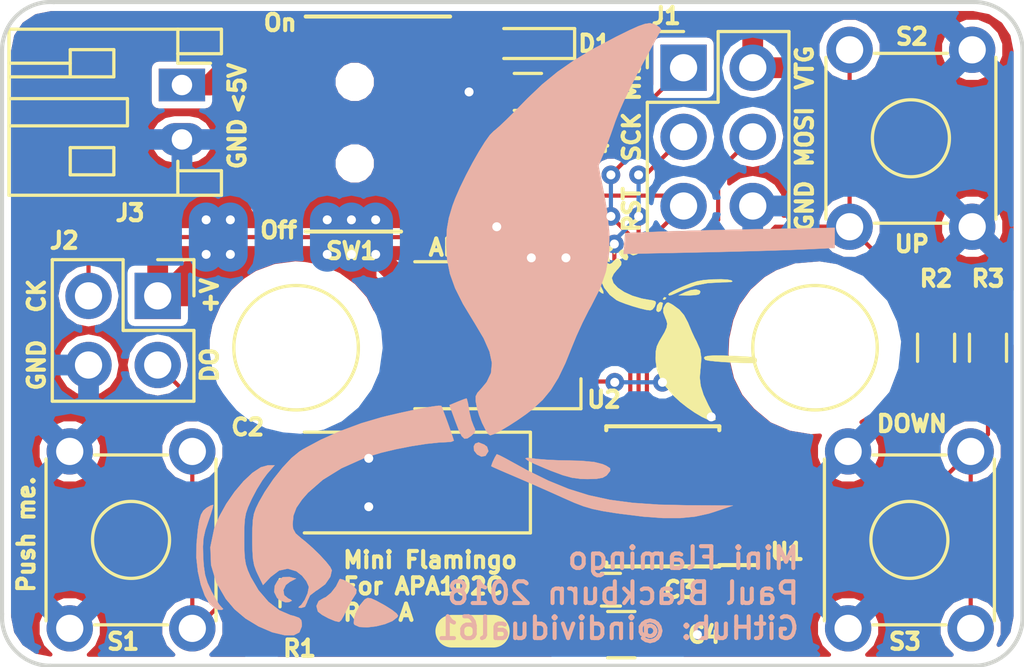
<source format=kicad_pcb>
(kicad_pcb (version 4) (host pcbnew 4.0.7)

  (general
    (links 0)
    (no_connects 1)
    (area 150.419999 74.219999 188.035001 98.754001)
    (thickness 1.6)
    (drawings 29)
    (tracks 152)
    (zones 0)
    (modules 23)
    (nets 13)
  )

  (page A4)
  (layers
    (0 F.Cu signal hide)
    (31 B.Cu signal hide)
    (32 B.Adhes user)
    (33 F.Adhes user)
    (34 B.Paste user)
    (35 F.Paste user)
    (36 B.SilkS user)
    (37 F.SilkS user)
    (38 B.Mask user)
    (39 F.Mask user)
    (40 Dwgs.User user)
    (41 Cmts.User user)
    (42 Eco1.User user)
    (43 Eco2.User user)
    (44 Edge.Cuts user)
    (45 Margin user)
    (46 B.CrtYd user)
    (47 F.CrtYd user)
    (48 B.Fab user)
    (49 F.Fab user)
  )

  (setup
    (last_trace_width 0.254)
    (user_trace_width 0.254)
    (user_trace_width 0.762)
    (user_trace_width 1.27)
    (user_trace_width 1.778)
    (user_trace_width 2.54)
    (trace_clearance 0.1778)
    (zone_clearance 0.254)
    (zone_45_only no)
    (trace_min 0.1524)
    (segment_width 0.2)
    (edge_width 0.15)
    (via_size 0.6858)
    (via_drill 0.3302)
    (via_min_size 0.6858)
    (via_min_drill 0.3302)
    (uvia_size 0.6858)
    (uvia_drill 0.3302)
    (uvias_allowed no)
    (uvia_min_size 0.2)
    (uvia_min_drill 0.1)
    (pcb_text_width 0.3)
    (pcb_text_size 1 1)
    (mod_edge_width 0.15)
    (mod_text_size 0.6 0.6)
    (mod_text_width 0.15)
    (pad_size 1 1.5)
    (pad_drill 0)
    (pad_to_mask_clearance 0.0508)
    (aux_axis_origin 0 0)
    (visible_elements FFFEFF7F)
    (pcbplotparams
      (layerselection 0x00030_80000001)
      (usegerberextensions false)
      (excludeedgelayer true)
      (linewidth 0.100000)
      (plotframeref false)
      (viasonmask false)
      (mode 1)
      (useauxorigin false)
      (hpglpennumber 1)
      (hpglpenspeed 20)
      (hpglpendiameter 15)
      (hpglpenoverlay 2)
      (psnegative false)
      (psa4output false)
      (plotreference true)
      (plotvalue true)
      (plotinvisibletext false)
      (padsonsilk false)
      (subtractmaskfromsilk false)
      (outputformat 1)
      (mirror false)
      (drillshape 1)
      (scaleselection 1)
      (outputdirectory ""))
  )

  (net 0 "")
  (net 1 "Net-(C1-Pad1)")
  (net 2 GND)
  (net 3 +BATT)
  (net 4 "Net-(D1-Pad1)")
  (net 5 /PIN6/SW1)
  (net 6 /SCK/WS2812Clock)
  (net 7 /MOSI/WS2812Data)
  (net 8 /PIN2/SW2)
  (net 9 /PIN3/SW3)
  (net 10 /DataOut)
  (net 11 "Net-(J3-Pad1)")
  (net 12 /ClockOut)

  (net_class Default "This is the default net class."
    (clearance 0.1778)
    (trace_width 0.254)
    (via_dia 0.6858)
    (via_drill 0.3302)
    (uvia_dia 0.6858)
    (uvia_drill 0.3302)
  )

  (net_class APA102C_Power ""
    (clearance 0.1778)
    (trace_width 2.54)
    (via_dia 0.6858)
    (via_drill 0.3302)
    (uvia_dia 0.6858)
    (uvia_drill 0.3302)
  )

  (net_class Data ""
    (clearance 0.1524)
    (trace_width 0.1524)
    (via_dia 0.6858)
    (via_drill 0.3302)
    (uvia_dia 0.6858)
    (uvia_drill 0.3302)
    (add_net /ClockOut)
    (add_net /DataOut)
    (add_net /MOSI/WS2812Data)
    (add_net /PIN2/SW2)
    (add_net /PIN3/SW3)
    (add_net /PIN6/SW1)
    (add_net /SCK/WS2812Clock)
    (add_net "Net-(C1-Pad1)")
    (add_net "Net-(D1-Pad1)")
  )

  (net_class Power ""
    (clearance 0.1524)
    (trace_width 0.762)
    (via_dia 0.6858)
    (via_drill 0.3302)
    (uvia_dia 0.6858)
    (uvia_drill 0.3302)
    (add_net +BATT)
    (add_net GND)
    (add_net "Net-(J3-Pad1)")
  )

  (module Connectors_JST:JST_PH_S2B-PH-K_02x2.00mm_Angled (layer F.Cu) (tedit 5A50E66F) (tstamp 5A4E9624)
    (at 157.099 77.343 270)
    (descr "JST PH series connector, S2B-PH-K, side entry type, through hole, Datasheet: http://www.jst-mfg.com/product/pdf/eng/ePH.pdf")
    (tags "connector jst ph")
    (path /5A4A618A)
    (fp_text reference J3 (at 4.699 1.905 360) (layer F.SilkS)
      (effects (font (size 0.6 0.6) (thickness 0.15)))
    )
    (fp_text value "Batt Conn" (at 1 7.25 270) (layer F.Fab)
      (effects (font (size 0.6 0.6) (thickness 0.15)))
    )
    (fp_line (start 0.5 6.35) (end 0.5 2) (layer F.SilkS) (width 0.12))
    (fp_line (start 0.5 2) (end 1.5 2) (layer F.SilkS) (width 0.12))
    (fp_line (start 1.5 2) (end 1.5 6.35) (layer F.SilkS) (width 0.12))
    (fp_line (start -0.8 0.15) (end -1.15 0.15) (layer F.SilkS) (width 0.12))
    (fp_line (start -1.15 0.15) (end -1.15 -1.45) (layer F.SilkS) (width 0.12))
    (fp_line (start -1.15 -1.45) (end -2.05 -1.45) (layer F.SilkS) (width 0.12))
    (fp_line (start -2.05 -1.45) (end -2.05 6.35) (layer F.SilkS) (width 0.12))
    (fp_line (start -2.05 6.35) (end 4.05 6.35) (layer F.SilkS) (width 0.12))
    (fp_line (start 4.05 6.35) (end 4.05 -1.45) (layer F.SilkS) (width 0.12))
    (fp_line (start 4.05 -1.45) (end 3.15 -1.45) (layer F.SilkS) (width 0.12))
    (fp_line (start 3.15 -1.45) (end 3.15 0.15) (layer F.SilkS) (width 0.12))
    (fp_line (start 3.15 0.15) (end 2.8 0.15) (layer F.SilkS) (width 0.12))
    (fp_line (start -2.05 0.15) (end -1.15 0.15) (layer F.SilkS) (width 0.12))
    (fp_line (start 4.05 0.15) (end 3.15 0.15) (layer F.SilkS) (width 0.12))
    (fp_line (start -1.3 2.5) (end -1.3 4.1) (layer F.SilkS) (width 0.12))
    (fp_line (start -1.3 4.1) (end -0.3 4.1) (layer F.SilkS) (width 0.12))
    (fp_line (start -0.3 4.1) (end -0.3 2.5) (layer F.SilkS) (width 0.12))
    (fp_line (start -0.3 2.5) (end -1.3 2.5) (layer F.SilkS) (width 0.12))
    (fp_line (start 3.3 2.5) (end 3.3 4.1) (layer F.SilkS) (width 0.12))
    (fp_line (start 3.3 4.1) (end 2.3 4.1) (layer F.SilkS) (width 0.12))
    (fp_line (start 2.3 4.1) (end 2.3 2.5) (layer F.SilkS) (width 0.12))
    (fp_line (start 2.3 2.5) (end 3.3 2.5) (layer F.SilkS) (width 0.12))
    (fp_line (start -0.3 4.1) (end -0.3 6.35) (layer F.SilkS) (width 0.12))
    (fp_line (start -0.8 4.1) (end -0.8 6.35) (layer F.SilkS) (width 0.12))
    (fp_line (start -2.45 -1.85) (end -2.45 6.75) (layer F.CrtYd) (width 0.05))
    (fp_line (start -2.45 6.75) (end 4.45 6.75) (layer F.CrtYd) (width 0.05))
    (fp_line (start 4.45 6.75) (end 4.45 -1.85) (layer F.CrtYd) (width 0.05))
    (fp_line (start 4.45 -1.85) (end -2.45 -1.85) (layer F.CrtYd) (width 0.05))
    (fp_line (start -1.25 0.25) (end -1.25 -1.35) (layer F.Fab) (width 0.1))
    (fp_line (start -1.25 -1.35) (end -1.95 -1.35) (layer F.Fab) (width 0.1))
    (fp_line (start -1.95 -1.35) (end -1.95 6.25) (layer F.Fab) (width 0.1))
    (fp_line (start -1.95 6.25) (end 3.95 6.25) (layer F.Fab) (width 0.1))
    (fp_line (start 3.95 6.25) (end 3.95 -1.35) (layer F.Fab) (width 0.1))
    (fp_line (start 3.95 -1.35) (end 3.25 -1.35) (layer F.Fab) (width 0.1))
    (fp_line (start 3.25 -1.35) (end 3.25 0.25) (layer F.Fab) (width 0.1))
    (fp_line (start 3.25 0.25) (end -1.25 0.25) (layer F.Fab) (width 0.1))
    (fp_line (start -0.8 0.15) (end -0.8 -1.05) (layer F.SilkS) (width 0.12))
    (fp_line (start 0 0.85) (end -0.5 1.35) (layer F.Fab) (width 0.1))
    (fp_line (start -0.5 1.35) (end 0.5 1.35) (layer F.Fab) (width 0.1))
    (fp_line (start 0.5 1.35) (end 0 0.85) (layer F.Fab) (width 0.1))
    (fp_text user %R (at 1 2.5 270) (layer F.Fab)
      (effects (font (size 0.6 0.6) (thickness 0.15)))
    )
    (pad 1 thru_hole rect (at 0 0 270) (size 1.2 1.7) (drill 0.75) (layers *.Cu *.Mask)
      (net 11 "Net-(J3-Pad1)"))
    (pad 2 thru_hole oval (at 2 0 270) (size 1.2 1.7) (drill 0.75) (layers *.Cu *.Mask)
      (net 2 GND))
    (model ${KISYS3DMOD}/Connectors_JST.3dshapes/JST_PH_S2B-PH-K_02x2.00mm_Angled.wrl
      (at (xyz 0 0 0))
      (scale (xyz 1 1 1))
      (rotate (xyz 0 0 0))
    )
  )

  (module Connectors:1pin (layer F.Cu) (tedit 5A4EB6FA) (tstamp 5A4EB78C)
    (at 161.29 86.995)
    (descr "module 1 pin (ou trou mecanique de percage)")
    (tags DEV)
    (fp_text reference Hole1 (at 0 -3.048) (layer F.SilkS) hide
      (effects (font (size 0.6 0.6) (thickness 0.15)))
    )
    (fp_text value 1pin (at 0 3) (layer F.Fab)
      (effects (font (size 0.6 0.6) (thickness 0.15)))
    )
    (fp_circle (center 0 0) (end 2 0.8) (layer F.Fab) (width 0.1))
    (fp_circle (center 0 0) (end 2.6 0) (layer F.CrtYd) (width 0.05))
    (fp_circle (center 0 0) (end 0 -2.286) (layer F.SilkS) (width 0.12))
    (pad "" np_thru_hole circle (at 0 0) (size 2.2 2.2) (drill 2.2) (layers *.Cu *.Mask))
  )

  (module Capacitors_SMD:C_0603_HandSoldering (layer F.Cu) (tedit 5A50E461) (tstamp 5A4E1375)
    (at 169.672 81.407 180)
    (descr "Capacitor SMD 0603, hand soldering")
    (tags "capacitor 0603")
    (path /5A49BA0E)
    (attr smd)
    (fp_text reference C1 (at -2.286 0 180) (layer F.SilkS)
      (effects (font (size 0.6 0.6) (thickness 0.15)))
    )
    (fp_text value 0.1uF (at 0 1.5 180) (layer F.Fab)
      (effects (font (size 0.6 0.6) (thickness 0.15)))
    )
    (fp_text user %R (at 0.066 0 180) (layer F.Fab)
      (effects (font (size 0.6 0.6) (thickness 0.15)))
    )
    (fp_line (start -0.8 0.4) (end -0.8 -0.4) (layer F.Fab) (width 0.1))
    (fp_line (start 0.8 0.4) (end -0.8 0.4) (layer F.Fab) (width 0.1))
    (fp_line (start 0.8 -0.4) (end 0.8 0.4) (layer F.Fab) (width 0.1))
    (fp_line (start -0.8 -0.4) (end 0.8 -0.4) (layer F.Fab) (width 0.1))
    (fp_line (start -0.35 -0.6) (end 0.35 -0.6) (layer F.SilkS) (width 0.12))
    (fp_line (start 0.35 0.6) (end -0.35 0.6) (layer F.SilkS) (width 0.12))
    (fp_line (start -1.8 -0.65) (end 1.8 -0.65) (layer F.CrtYd) (width 0.05))
    (fp_line (start -1.8 -0.65) (end -1.8 0.65) (layer F.CrtYd) (width 0.05))
    (fp_line (start 1.8 0.65) (end 1.8 -0.65) (layer F.CrtYd) (width 0.05))
    (fp_line (start 1.8 0.65) (end -1.8 0.65) (layer F.CrtYd) (width 0.05))
    (pad 1 smd rect (at -0.95 0 180) (size 1.2 0.75) (layers F.Cu F.Paste F.Mask)
      (net 1 "Net-(C1-Pad1)"))
    (pad 2 smd rect (at 0.95 0 180) (size 1.2 0.75) (layers F.Cu F.Paste F.Mask)
      (net 2 GND))
    (model Capacitors_SMD.3dshapes/C_0603.wrl
      (at (xyz 0 0 0))
      (scale (xyz 1 1 1))
      (rotate (xyz 0 0 0))
    )
  )

  (module Capacitors_Tantalum_SMD:CP_Tantalum_Case-C_EIA-6032-28_Hand (layer F.Cu) (tedit 58CC8C08) (tstamp 5A4E137B)
    (at 164.592 91.948 180)
    (descr "Tantalum capacitor, Case C, EIA 6032-28, 6.0x3.2x2.5mm, Hand soldering footprint")
    (tags "capacitor tantalum smd")
    (path /5A4A67A2)
    (attr smd)
    (fp_text reference C2 (at 5.08 2.032 360) (layer F.SilkS)
      (effects (font (size 0.6 0.6) (thickness 0.15)))
    )
    (fp_text value 100uF (at 0 3.35 180) (layer F.Fab)
      (effects (font (size 0.6 0.6) (thickness 0.15)))
    )
    (fp_text user %R (at 0 0 180) (layer F.Fab)
      (effects (font (size 0.6 0.6) (thickness 0.15)))
    )
    (fp_line (start -5.4 -2) (end -5.4 2) (layer F.CrtYd) (width 0.05))
    (fp_line (start -5.4 2) (end 5.4 2) (layer F.CrtYd) (width 0.05))
    (fp_line (start 5.4 2) (end 5.4 -2) (layer F.CrtYd) (width 0.05))
    (fp_line (start 5.4 -2) (end -5.4 -2) (layer F.CrtYd) (width 0.05))
    (fp_line (start -3 -1.6) (end -3 1.6) (layer F.Fab) (width 0.1))
    (fp_line (start -3 1.6) (end 3 1.6) (layer F.Fab) (width 0.1))
    (fp_line (start 3 1.6) (end 3 -1.6) (layer F.Fab) (width 0.1))
    (fp_line (start 3 -1.6) (end -3 -1.6) (layer F.Fab) (width 0.1))
    (fp_line (start -2.4 -1.6) (end -2.4 1.6) (layer F.Fab) (width 0.1))
    (fp_line (start -2.1 -1.6) (end -2.1 1.6) (layer F.Fab) (width 0.1))
    (fp_line (start -5.3 -1.85) (end 3 -1.85) (layer F.SilkS) (width 0.12))
    (fp_line (start -5.3 1.85) (end 3 1.85) (layer F.SilkS) (width 0.12))
    (fp_line (start -5.3 -1.85) (end -5.3 1.85) (layer F.SilkS) (width 0.12))
    (pad 1 smd rect (at -3.125 0 180) (size 3.75 2.5) (layers F.Cu F.Paste F.Mask)
      (net 3 +BATT))
    (pad 2 smd rect (at 3.125 0 180) (size 3.75 2.5) (layers F.Cu F.Paste F.Mask)
      (net 2 GND))
    (model Capacitors_Tantalum_SMD.3dshapes/CP_Tantalum_Case-C_EIA-6032-28.wrl
      (at (xyz 0 0 0))
      (scale (xyz 1 1 1))
      (rotate (xyz 0 0 0))
    )
  )

  (module Capacitors_SMD:C_0603_HandSoldering (layer F.Cu) (tedit 58AA848B) (tstamp 5A4E1381)
    (at 172.847 95.885)
    (descr "Capacitor SMD 0603, hand soldering")
    (tags "capacitor 0603")
    (path /5A4A69CF)
    (attr smd)
    (fp_text reference C3 (at 2.54 0) (layer F.SilkS)
      (effects (font (size 0.6 0.6) (thickness 0.15)))
    )
    (fp_text value 0.1uF (at 0 1.5) (layer F.Fab)
      (effects (font (size 0.6 0.6) (thickness 0.15)))
    )
    (fp_text user %R (at 0 -1.25) (layer F.Fab)
      (effects (font (size 0.6 0.6) (thickness 0.15)))
    )
    (fp_line (start -0.8 0.4) (end -0.8 -0.4) (layer F.Fab) (width 0.1))
    (fp_line (start 0.8 0.4) (end -0.8 0.4) (layer F.Fab) (width 0.1))
    (fp_line (start 0.8 -0.4) (end 0.8 0.4) (layer F.Fab) (width 0.1))
    (fp_line (start -0.8 -0.4) (end 0.8 -0.4) (layer F.Fab) (width 0.1))
    (fp_line (start -0.35 -0.6) (end 0.35 -0.6) (layer F.SilkS) (width 0.12))
    (fp_line (start 0.35 0.6) (end -0.35 0.6) (layer F.SilkS) (width 0.12))
    (fp_line (start -1.8 -0.65) (end 1.8 -0.65) (layer F.CrtYd) (width 0.05))
    (fp_line (start -1.8 -0.65) (end -1.8 0.65) (layer F.CrtYd) (width 0.05))
    (fp_line (start 1.8 0.65) (end 1.8 -0.65) (layer F.CrtYd) (width 0.05))
    (fp_line (start 1.8 0.65) (end -1.8 0.65) (layer F.CrtYd) (width 0.05))
    (pad 1 smd rect (at -0.95 0) (size 1.2 0.75) (layers F.Cu F.Paste F.Mask)
      (net 3 +BATT))
    (pad 2 smd rect (at 0.95 0) (size 1.2 0.75) (layers F.Cu F.Paste F.Mask)
      (net 2 GND))
    (model Capacitors_SMD.3dshapes/C_0603.wrl
      (at (xyz 0 0 0))
      (scale (xyz 1 1 1))
      (rotate (xyz 0 0 0))
    )
  )

  (module Capacitors_SMD:C_0805_HandSoldering (layer F.Cu) (tedit 58AA84A8) (tstamp 5A4E1387)
    (at 173.228 97.536)
    (descr "Capacitor SMD 0805, hand soldering")
    (tags "capacitor 0805")
    (path /5A49BCDB)
    (attr smd)
    (fp_text reference C4 (at 3.048 0) (layer F.SilkS)
      (effects (font (size 0.6 0.6) (thickness 0.15)))
    )
    (fp_text value 10uF (at 0 1.75) (layer F.Fab)
      (effects (font (size 0.6 0.6) (thickness 0.15)))
    )
    (fp_text user %R (at 0 -1.75) (layer F.Fab)
      (effects (font (size 0.6 0.6) (thickness 0.15)))
    )
    (fp_line (start -1 0.62) (end -1 -0.62) (layer F.Fab) (width 0.1))
    (fp_line (start 1 0.62) (end -1 0.62) (layer F.Fab) (width 0.1))
    (fp_line (start 1 -0.62) (end 1 0.62) (layer F.Fab) (width 0.1))
    (fp_line (start -1 -0.62) (end 1 -0.62) (layer F.Fab) (width 0.1))
    (fp_line (start 0.5 -0.85) (end -0.5 -0.85) (layer F.SilkS) (width 0.12))
    (fp_line (start -0.5 0.85) (end 0.5 0.85) (layer F.SilkS) (width 0.12))
    (fp_line (start -2.25 -0.88) (end 2.25 -0.88) (layer F.CrtYd) (width 0.05))
    (fp_line (start -2.25 -0.88) (end -2.25 0.87) (layer F.CrtYd) (width 0.05))
    (fp_line (start 2.25 0.87) (end 2.25 -0.88) (layer F.CrtYd) (width 0.05))
    (fp_line (start 2.25 0.87) (end -2.25 0.87) (layer F.CrtYd) (width 0.05))
    (pad 1 smd rect (at -1.25 0) (size 1.5 1.25) (layers F.Cu F.Paste F.Mask)
      (net 3 +BATT))
    (pad 2 smd rect (at 1.25 0) (size 1.5 1.25) (layers F.Cu F.Paste F.Mask)
      (net 2 GND))
    (model Capacitors_SMD.3dshapes/C_0805.wrl
      (at (xyz 0 0 0))
      (scale (xyz 1 1 1))
      (rotate (xyz 0 0 0))
    )
  )

  (module LEDs:LED_0603_HandSoldering (layer F.Cu) (tedit 5A50E46D) (tstamp 5A4E1393)
    (at 169.715 75.819 180)
    (descr "LED SMD 0603, hand soldering")
    (tags "LED 0603")
    (path /5A4A524A)
    (attr smd)
    (fp_text reference D1 (at -2.54 0 180) (layer F.SilkS)
      (effects (font (size 0.6 0.6) (thickness 0.15)))
    )
    (fp_text value "Power LED" (at 0 1.55 180) (layer F.Fab)
      (effects (font (size 0.6 0.6) (thickness 0.15)))
    )
    (fp_line (start -1.8 -0.55) (end -1.8 0.55) (layer F.SilkS) (width 0.12))
    (fp_line (start -0.2 -0.2) (end -0.2 0.2) (layer F.Fab) (width 0.1))
    (fp_line (start -0.15 0) (end 0.15 -0.2) (layer F.Fab) (width 0.1))
    (fp_line (start 0.15 0.2) (end -0.15 0) (layer F.Fab) (width 0.1))
    (fp_line (start 0.15 -0.2) (end 0.15 0.2) (layer F.Fab) (width 0.1))
    (fp_line (start 0.8 0.4) (end -0.8 0.4) (layer F.Fab) (width 0.1))
    (fp_line (start 0.8 -0.4) (end 0.8 0.4) (layer F.Fab) (width 0.1))
    (fp_line (start -0.8 -0.4) (end 0.8 -0.4) (layer F.Fab) (width 0.1))
    (fp_line (start -1.8 0.55) (end 0.8 0.55) (layer F.SilkS) (width 0.12))
    (fp_line (start -1.8 -0.55) (end 0.8 -0.55) (layer F.SilkS) (width 0.12))
    (fp_line (start -1.96 -0.7) (end 1.95 -0.7) (layer F.CrtYd) (width 0.05))
    (fp_line (start -1.96 -0.7) (end -1.96 0.7) (layer F.CrtYd) (width 0.05))
    (fp_line (start 1.95 0.7) (end 1.95 -0.7) (layer F.CrtYd) (width 0.05))
    (fp_line (start 1.95 0.7) (end -1.96 0.7) (layer F.CrtYd) (width 0.05))
    (fp_line (start -0.8 -0.4) (end -0.8 0.4) (layer F.Fab) (width 0.1))
    (pad 1 smd rect (at -1.1 0 180) (size 1.2 0.9) (layers F.Cu F.Paste F.Mask)
      (net 4 "Net-(D1-Pad1)"))
    (pad 2 smd rect (at 1.1 0 180) (size 1.2 0.9) (layers F.Cu F.Paste F.Mask)
      (net 3 +BATT))
    (model ${KISYS3DMOD}/LEDs.3dshapes/LED_0603.wrl
      (at (xyz 0 0 0))
      (scale (xyz 1 1 1))
      (rotate (xyz 0 0 180))
    )
  )

  (module Pin_Headers:Pin_Header_Straight_2x03_Pitch2.54mm (layer F.Cu) (tedit 5A4EC4FB) (tstamp 5A4E139D)
    (at 175.514 76.708)
    (descr "Through hole straight pin header, 2x03, 2.54mm pitch, double rows")
    (tags "Through hole pin header THT 2x03 2.54mm double row")
    (path /5A4A569D)
    (fp_text reference J1 (at -0.635 -1.905) (layer F.SilkS)
      (effects (font (size 0.6 0.6) (thickness 0.15)))
    )
    (fp_text value ISP_Header (at 1.27 7.41) (layer F.Fab)
      (effects (font (size 0.6 0.6) (thickness 0.15)))
    )
    (fp_line (start 0 -1.27) (end 3.81 -1.27) (layer F.Fab) (width 0.1))
    (fp_line (start 3.81 -1.27) (end 3.81 6.35) (layer F.Fab) (width 0.1))
    (fp_line (start 3.81 6.35) (end -1.27 6.35) (layer F.Fab) (width 0.1))
    (fp_line (start -1.27 6.35) (end -1.27 0) (layer F.Fab) (width 0.1))
    (fp_line (start -1.27 0) (end 0 -1.27) (layer F.Fab) (width 0.1))
    (fp_line (start -1.33 6.41) (end 3.87 6.41) (layer F.SilkS) (width 0.12))
    (fp_line (start -1.33 1.27) (end -1.33 6.41) (layer F.SilkS) (width 0.12))
    (fp_line (start 3.87 -1.33) (end 3.87 6.41) (layer F.SilkS) (width 0.12))
    (fp_line (start -1.33 1.27) (end 1.27 1.27) (layer F.SilkS) (width 0.12))
    (fp_line (start 1.27 1.27) (end 1.27 -1.33) (layer F.SilkS) (width 0.12))
    (fp_line (start 1.27 -1.33) (end 3.87 -1.33) (layer F.SilkS) (width 0.12))
    (fp_line (start -1.33 0) (end -1.33 -1.33) (layer F.SilkS) (width 0.12))
    (fp_line (start -1.33 -1.33) (end 0 -1.33) (layer F.SilkS) (width 0.12))
    (fp_line (start -1.8 -1.8) (end -1.8 6.85) (layer F.CrtYd) (width 0.05))
    (fp_line (start -1.8 6.85) (end 4.35 6.85) (layer F.CrtYd) (width 0.05))
    (fp_line (start 4.35 6.85) (end 4.35 -1.8) (layer F.CrtYd) (width 0.05))
    (fp_line (start 4.35 -1.8) (end -1.8 -1.8) (layer F.CrtYd) (width 0.05))
    (fp_text user %R (at 1.27 2.54 90) (layer F.Fab)
      (effects (font (size 0.6 0.6) (thickness 0.15)))
    )
    (pad 1 thru_hole rect (at 0 0) (size 1.7 1.7) (drill 1) (layers *.Cu *.Mask)
      (net 5 /PIN6/SW1))
    (pad 2 thru_hole oval (at 2.54 0) (size 1.7 1.7) (drill 1) (layers *.Cu *.Mask)
      (net 3 +BATT))
    (pad 3 thru_hole oval (at 0 2.54) (size 1.7 1.7) (drill 1) (layers *.Cu *.Mask)
      (net 6 /SCK/WS2812Clock))
    (pad 4 thru_hole oval (at 2.54 2.54) (size 1.7 1.7) (drill 1) (layers *.Cu *.Mask)
      (net 7 /MOSI/WS2812Data))
    (pad 5 thru_hole oval (at 0 5.08) (size 1.7 1.7) (drill 1) (layers *.Cu *.Mask)
      (net 1 "Net-(C1-Pad1)"))
    (pad 6 thru_hole oval (at 2.54 5.08) (size 1.7 1.7) (drill 1) (layers *.Cu *.Mask)
      (net 2 GND))
    (model ${KISYS3DMOD}/Pin_Headers.3dshapes/Pin_Header_Straight_2x03_Pitch2.54mm.wrl
      (at (xyz 0 0 0))
      (scale (xyz 1 1 1))
      (rotate (xyz 0 0 0))
    )
  )

  (module Resistors_SMD:R_0603_HandSoldering (layer F.Cu) (tedit 58E0A804) (tstamp 5A4E13A9)
    (at 160.02 96.012 90)
    (descr "Resistor SMD 0603, hand soldering")
    (tags "resistor 0603")
    (path /5A499998)
    (attr smd)
    (fp_text reference R1 (at -2.032 1.397 180) (layer F.SilkS)
      (effects (font (size 0.6 0.6) (thickness 0.15)))
    )
    (fp_text value 10k (at 0 1.55 90) (layer F.Fab)
      (effects (font (size 0.6 0.6) (thickness 0.15)))
    )
    (fp_text user %R (at 0 0 90) (layer F.Fab)
      (effects (font (size 0.6 0.6) (thickness 0.15)))
    )
    (fp_line (start -0.8 0.4) (end -0.8 -0.4) (layer F.Fab) (width 0.1))
    (fp_line (start 0.8 0.4) (end -0.8 0.4) (layer F.Fab) (width 0.1))
    (fp_line (start 0.8 -0.4) (end 0.8 0.4) (layer F.Fab) (width 0.1))
    (fp_line (start -0.8 -0.4) (end 0.8 -0.4) (layer F.Fab) (width 0.1))
    (fp_line (start 0.5 0.68) (end -0.5 0.68) (layer F.SilkS) (width 0.12))
    (fp_line (start -0.5 -0.68) (end 0.5 -0.68) (layer F.SilkS) (width 0.12))
    (fp_line (start -1.96 -0.7) (end 1.95 -0.7) (layer F.CrtYd) (width 0.05))
    (fp_line (start -1.96 -0.7) (end -1.96 0.7) (layer F.CrtYd) (width 0.05))
    (fp_line (start 1.95 0.7) (end 1.95 -0.7) (layer F.CrtYd) (width 0.05))
    (fp_line (start 1.95 0.7) (end -1.96 0.7) (layer F.CrtYd) (width 0.05))
    (pad 1 smd rect (at -1.1 0 90) (size 1.2 0.9) (layers F.Cu F.Paste F.Mask)
      (net 3 +BATT))
    (pad 2 smd rect (at 1.1 0 90) (size 1.2 0.9) (layers F.Cu F.Paste F.Mask)
      (net 5 /PIN6/SW1))
    (model ${KISYS3DMOD}/Resistors_SMD.3dshapes/R_0603.wrl
      (at (xyz 0 0 0))
      (scale (xyz 1 1 1))
      (rotate (xyz 0 0 0))
    )
  )

  (module Resistors_SMD:R_0603_HandSoldering (layer F.Cu) (tedit 58E0A804) (tstamp 5A4E13AF)
    (at 184.785 86.995 90)
    (descr "Resistor SMD 0603, hand soldering")
    (tags "resistor 0603")
    (path /5A4AE429)
    (attr smd)
    (fp_text reference R2 (at 2.54 0 180) (layer F.SilkS)
      (effects (font (size 0.6 0.6) (thickness 0.15)))
    )
    (fp_text value 10k (at 0 1.55 90) (layer F.Fab)
      (effects (font (size 0.6 0.6) (thickness 0.15)))
    )
    (fp_text user %R (at 0 0 90) (layer F.Fab)
      (effects (font (size 0.6 0.6) (thickness 0.15)))
    )
    (fp_line (start -0.8 0.4) (end -0.8 -0.4) (layer F.Fab) (width 0.1))
    (fp_line (start 0.8 0.4) (end -0.8 0.4) (layer F.Fab) (width 0.1))
    (fp_line (start 0.8 -0.4) (end 0.8 0.4) (layer F.Fab) (width 0.1))
    (fp_line (start -0.8 -0.4) (end 0.8 -0.4) (layer F.Fab) (width 0.1))
    (fp_line (start 0.5 0.68) (end -0.5 0.68) (layer F.SilkS) (width 0.12))
    (fp_line (start -0.5 -0.68) (end 0.5 -0.68) (layer F.SilkS) (width 0.12))
    (fp_line (start -1.96 -0.7) (end 1.95 -0.7) (layer F.CrtYd) (width 0.05))
    (fp_line (start -1.96 -0.7) (end -1.96 0.7) (layer F.CrtYd) (width 0.05))
    (fp_line (start 1.95 0.7) (end 1.95 -0.7) (layer F.CrtYd) (width 0.05))
    (fp_line (start 1.95 0.7) (end -1.96 0.7) (layer F.CrtYd) (width 0.05))
    (pad 1 smd rect (at -1.1 0 90) (size 1.2 0.9) (layers F.Cu F.Paste F.Mask)
      (net 3 +BATT))
    (pad 2 smd rect (at 1.1 0 90) (size 1.2 0.9) (layers F.Cu F.Paste F.Mask)
      (net 8 /PIN2/SW2))
    (model ${KISYS3DMOD}/Resistors_SMD.3dshapes/R_0603.wrl
      (at (xyz 0 0 0))
      (scale (xyz 1 1 1))
      (rotate (xyz 0 0 0))
    )
  )

  (module Resistors_SMD:R_0603_HandSoldering (layer F.Cu) (tedit 58E0A804) (tstamp 5A4E13B5)
    (at 186.69 86.995 270)
    (descr "Resistor SMD 0603, hand soldering")
    (tags "resistor 0603")
    (path /5A4AE4CF)
    (attr smd)
    (fp_text reference R3 (at -2.54 0 360) (layer F.SilkS)
      (effects (font (size 0.6 0.6) (thickness 0.15)))
    )
    (fp_text value 10k (at 0 1.55 270) (layer F.Fab)
      (effects (font (size 0.6 0.6) (thickness 0.15)))
    )
    (fp_text user %R (at 0 0 270) (layer F.Fab)
      (effects (font (size 0.6 0.6) (thickness 0.15)))
    )
    (fp_line (start -0.8 0.4) (end -0.8 -0.4) (layer F.Fab) (width 0.1))
    (fp_line (start 0.8 0.4) (end -0.8 0.4) (layer F.Fab) (width 0.1))
    (fp_line (start 0.8 -0.4) (end 0.8 0.4) (layer F.Fab) (width 0.1))
    (fp_line (start -0.8 -0.4) (end 0.8 -0.4) (layer F.Fab) (width 0.1))
    (fp_line (start 0.5 0.68) (end -0.5 0.68) (layer F.SilkS) (width 0.12))
    (fp_line (start -0.5 -0.68) (end 0.5 -0.68) (layer F.SilkS) (width 0.12))
    (fp_line (start -1.96 -0.7) (end 1.95 -0.7) (layer F.CrtYd) (width 0.05))
    (fp_line (start -1.96 -0.7) (end -1.96 0.7) (layer F.CrtYd) (width 0.05))
    (fp_line (start 1.95 0.7) (end 1.95 -0.7) (layer F.CrtYd) (width 0.05))
    (fp_line (start 1.95 0.7) (end -1.96 0.7) (layer F.CrtYd) (width 0.05))
    (pad 1 smd rect (at -1.1 0 270) (size 1.2 0.9) (layers F.Cu F.Paste F.Mask)
      (net 3 +BATT))
    (pad 2 smd rect (at 1.1 0 270) (size 1.2 0.9) (layers F.Cu F.Paste F.Mask)
      (net 9 /PIN3/SW3))
    (model ${KISYS3DMOD}/Resistors_SMD.3dshapes/R_0603.wrl
      (at (xyz 0 0 0))
      (scale (xyz 1 1 1))
      (rotate (xyz 0 0 0))
    )
  )

  (module Resistors_SMD:R_0603_HandSoldering (layer F.Cu) (tedit 5A50E47F) (tstamp 5A4E13BB)
    (at 169.799 79.502)
    (descr "Resistor SMD 0603, hand soldering")
    (tags "resistor 0603")
    (path /5A49A0CB)
    (attr smd)
    (fp_text reference R4 (at 2.413 0) (layer F.SilkS)
      (effects (font (size 0.6 0.6) (thickness 0.15)))
    )
    (fp_text value 4.7k (at 0 1.55) (layer F.Fab)
      (effects (font (size 0.6 0.6) (thickness 0.15)))
    )
    (fp_text user %R (at 0 0) (layer F.Fab)
      (effects (font (size 0.6 0.6) (thickness 0.15)))
    )
    (fp_line (start -0.8 0.4) (end -0.8 -0.4) (layer F.Fab) (width 0.1))
    (fp_line (start 0.8 0.4) (end -0.8 0.4) (layer F.Fab) (width 0.1))
    (fp_line (start 0.8 -0.4) (end 0.8 0.4) (layer F.Fab) (width 0.1))
    (fp_line (start -0.8 -0.4) (end 0.8 -0.4) (layer F.Fab) (width 0.1))
    (fp_line (start 0.5 0.68) (end -0.5 0.68) (layer F.SilkS) (width 0.12))
    (fp_line (start -0.5 -0.68) (end 0.5 -0.68) (layer F.SilkS) (width 0.12))
    (fp_line (start -1.96 -0.7) (end 1.95 -0.7) (layer F.CrtYd) (width 0.05))
    (fp_line (start -1.96 -0.7) (end -1.96 0.7) (layer F.CrtYd) (width 0.05))
    (fp_line (start 1.95 0.7) (end 1.95 -0.7) (layer F.CrtYd) (width 0.05))
    (fp_line (start 1.95 0.7) (end -1.96 0.7) (layer F.CrtYd) (width 0.05))
    (pad 1 smd rect (at -1.1 0) (size 1.2 0.9) (layers F.Cu F.Paste F.Mask)
      (net 3 +BATT))
    (pad 2 smd rect (at 1.1 0) (size 1.2 0.9) (layers F.Cu F.Paste F.Mask)
      (net 1 "Net-(C1-Pad1)"))
    (model ${KISYS3DMOD}/Resistors_SMD.3dshapes/R_0603.wrl
      (at (xyz 0 0 0))
      (scale (xyz 1 1 1))
      (rotate (xyz 0 0 0))
    )
  )

  (module Resistors_SMD:R_0603_HandSoldering (layer F.Cu) (tedit 5A50E475) (tstamp 5A4E13C1)
    (at 169.799 77.597 180)
    (descr "Resistor SMD 0603, hand soldering")
    (tags "resistor 0603")
    (path /5A49C261)
    (attr smd)
    (fp_text reference R5 (at -2.413 0 180) (layer F.SilkS)
      (effects (font (size 0.6 0.6) (thickness 0.15)))
    )
    (fp_text value 1.5k (at 0 1.55 180) (layer F.Fab)
      (effects (font (size 0.6 0.6) (thickness 0.15)))
    )
    (fp_text user %R (at 0 0 180) (layer F.Fab)
      (effects (font (size 0.6 0.6) (thickness 0.15)))
    )
    (fp_line (start -0.8 0.4) (end -0.8 -0.4) (layer F.Fab) (width 0.1))
    (fp_line (start 0.8 0.4) (end -0.8 0.4) (layer F.Fab) (width 0.1))
    (fp_line (start 0.8 -0.4) (end 0.8 0.4) (layer F.Fab) (width 0.1))
    (fp_line (start -0.8 -0.4) (end 0.8 -0.4) (layer F.Fab) (width 0.1))
    (fp_line (start 0.5 0.68) (end -0.5 0.68) (layer F.SilkS) (width 0.12))
    (fp_line (start -0.5 -0.68) (end 0.5 -0.68) (layer F.SilkS) (width 0.12))
    (fp_line (start -1.96 -0.7) (end 1.95 -0.7) (layer F.CrtYd) (width 0.05))
    (fp_line (start -1.96 -0.7) (end -1.96 0.7) (layer F.CrtYd) (width 0.05))
    (fp_line (start 1.95 0.7) (end 1.95 -0.7) (layer F.CrtYd) (width 0.05))
    (fp_line (start 1.95 0.7) (end -1.96 0.7) (layer F.CrtYd) (width 0.05))
    (pad 1 smd rect (at -1.1 0 180) (size 1.2 0.9) (layers F.Cu F.Paste F.Mask)
      (net 4 "Net-(D1-Pad1)"))
    (pad 2 smd rect (at 1.1 0 180) (size 1.2 0.9) (layers F.Cu F.Paste F.Mask)
      (net 2 GND))
    (model ${KISYS3DMOD}/Resistors_SMD.3dshapes/R_0603.wrl
      (at (xyz 0 0 0))
      (scale (xyz 1 1 1))
      (rotate (xyz 0 0 0))
    )
  )

  (module Buttons_Switches_THT:SW_TH_Tactile_Omron_B3F-10xx (layer F.Cu) (tedit 5928351D) (tstamp 5A4E13C9)
    (at 157.48 90.805 270)
    (descr SW_TH_Tactile_Omron_B3F-10xx_https://www.omron.com/ecb/products/pdf/en-b3f.pdf)
    (tags "Omron B3F-10xx")
    (path /5A4AD1C4)
    (fp_text reference S1 (at 6.985 2.54 360) (layer F.SilkS)
      (effects (font (size 0.6 0.6) (thickness 0.15)))
    )
    (fp_text value Cycle (at 3.2 6.5 270) (layer F.Fab)
      (effects (font (size 0.6 0.6) (thickness 0.15)))
    )
    (fp_line (start 0.25 -0.75) (end 0.25 5.25) (layer F.Fab) (width 0.1))
    (fp_line (start 6.25 -0.75) (end 6.25 5.25) (layer F.Fab) (width 0.1))
    (fp_line (start 0.25 -0.75) (end 6.25 -0.75) (layer F.Fab) (width 0.1))
    (fp_text user %R (at 3.25 2.25 270) (layer F.Fab)
      (effects (font (size 0.6 0.6) (thickness 0.15)))
    )
    (fp_line (start 7.65 -1.15) (end -1.1 -1.15) (layer F.CrtYd) (width 0.05))
    (fp_line (start 7.6 5.6) (end 7.6 -1.1) (layer F.CrtYd) (width 0.05))
    (fp_line (start -1.1 5.6) (end 7.6 5.6) (layer F.CrtYd) (width 0.05))
    (fp_line (start -1.1 -1.15) (end -1.1 5.6) (layer F.CrtYd) (width 0.05))
    (fp_circle (center 3.25 2.25) (end 4.25 3.25) (layer F.SilkS) (width 0.12))
    (fp_line (start 0.28 5.37) (end 6.22 5.37) (layer F.SilkS) (width 0.12))
    (fp_line (start 0.28 -0.87) (end 6.22 -0.87) (layer F.SilkS) (width 0.12))
    (fp_line (start 0.13 3.59) (end 0.13 0.91) (layer F.SilkS) (width 0.12))
    (fp_line (start 6.37 0.91) (end 6.37 3.59) (layer F.SilkS) (width 0.12))
    (fp_line (start 0.25 5.25) (end 6.25 5.25) (layer F.Fab) (width 0.1))
    (pad 4 thru_hole circle (at 6.5 4.5 270) (size 1.7 1.7) (drill 1) (layers *.Cu *.Mask)
      (net 2 GND))
    (pad 3 thru_hole circle (at 0 4.5 270) (size 1.7 1.7) (drill 1) (layers *.Cu *.Mask)
      (net 2 GND))
    (pad 2 thru_hole circle (at 6.5 0 270) (size 1.7 1.7) (drill 1) (layers *.Cu *.Mask)
      (net 5 /PIN6/SW1))
    (pad 1 thru_hole circle (at 0 0 270) (size 1.7 1.7) (drill 1) (layers *.Cu *.Mask)
      (net 5 /PIN6/SW1))
    (model ${KISYS3DMOD}/Buttons_Switches_THT.3dshapes/SW_TH_Tactile_Omron_B3F-10xx.wrl
      (at (xyz 0 0 0))
      (scale (xyz 1 1 1))
      (rotate (xyz 0 0 0))
    )
  )

  (module Buttons_Switches_THT:SW_TH_Tactile_Omron_B3F-10xx (layer F.Cu) (tedit 5928351D) (tstamp 5A4E13D1)
    (at 181.61 82.55 90)
    (descr SW_TH_Tactile_Omron_B3F-10xx_https://www.omron.com/ecb/products/pdf/en-b3f.pdf)
    (tags "Omron B3F-10xx")
    (path /5A4AE430)
    (fp_text reference S2 (at 6.985 2.286 180) (layer F.SilkS)
      (effects (font (size 0.6 0.6) (thickness 0.15)))
    )
    (fp_text value Up (at 3.2 6.5 90) (layer F.Fab)
      (effects (font (size 0.6 0.6) (thickness 0.15)))
    )
    (fp_line (start 0.25 -0.75) (end 0.25 5.25) (layer F.Fab) (width 0.1))
    (fp_line (start 6.25 -0.75) (end 6.25 5.25) (layer F.Fab) (width 0.1))
    (fp_line (start 0.25 -0.75) (end 6.25 -0.75) (layer F.Fab) (width 0.1))
    (fp_text user %R (at 3.25 2.25 90) (layer F.Fab)
      (effects (font (size 0.6 0.6) (thickness 0.15)))
    )
    (fp_line (start 7.65 -1.15) (end -1.1 -1.15) (layer F.CrtYd) (width 0.05))
    (fp_line (start 7.6 5.6) (end 7.6 -1.1) (layer F.CrtYd) (width 0.05))
    (fp_line (start -1.1 5.6) (end 7.6 5.6) (layer F.CrtYd) (width 0.05))
    (fp_line (start -1.1 -1.15) (end -1.1 5.6) (layer F.CrtYd) (width 0.05))
    (fp_circle (center 3.25 2.25) (end 4.25 3.25) (layer F.SilkS) (width 0.12))
    (fp_line (start 0.28 5.37) (end 6.22 5.37) (layer F.SilkS) (width 0.12))
    (fp_line (start 0.28 -0.87) (end 6.22 -0.87) (layer F.SilkS) (width 0.12))
    (fp_line (start 0.13 3.59) (end 0.13 0.91) (layer F.SilkS) (width 0.12))
    (fp_line (start 6.37 0.91) (end 6.37 3.59) (layer F.SilkS) (width 0.12))
    (fp_line (start 0.25 5.25) (end 6.25 5.25) (layer F.Fab) (width 0.1))
    (pad 4 thru_hole circle (at 6.5 4.5 90) (size 1.7 1.7) (drill 1) (layers *.Cu *.Mask)
      (net 2 GND))
    (pad 3 thru_hole circle (at 0 4.5 90) (size 1.7 1.7) (drill 1) (layers *.Cu *.Mask)
      (net 2 GND))
    (pad 2 thru_hole circle (at 6.5 0 90) (size 1.7 1.7) (drill 1) (layers *.Cu *.Mask)
      (net 8 /PIN2/SW2))
    (pad 1 thru_hole circle (at 0 0 90) (size 1.7 1.7) (drill 1) (layers *.Cu *.Mask)
      (net 8 /PIN2/SW2))
    (model ${KISYS3DMOD}/Buttons_Switches_THT.3dshapes/SW_TH_Tactile_Omron_B3F-10xx.wrl
      (at (xyz 0 0 0))
      (scale (xyz 1 1 1))
      (rotate (xyz 0 0 0))
    )
  )

  (module Buttons_Switches_THT:SW_TH_Tactile_Omron_B3F-10xx (layer F.Cu) (tedit 5928351D) (tstamp 5A4E13D9)
    (at 186.055 90.805 270)
    (descr SW_TH_Tactile_Omron_B3F-10xx_https://www.omron.com/ecb/products/pdf/en-b3f.pdf)
    (tags "Omron B3F-10xx")
    (path /5A4AE4D6)
    (fp_text reference S3 (at 6.985 2.413 360) (layer F.SilkS)
      (effects (font (size 0.6 0.6) (thickness 0.15)))
    )
    (fp_text value Down (at 3.2 6.5 270) (layer F.Fab)
      (effects (font (size 0.6 0.6) (thickness 0.15)))
    )
    (fp_line (start 0.25 -0.75) (end 0.25 5.25) (layer F.Fab) (width 0.1))
    (fp_line (start 6.25 -0.75) (end 6.25 5.25) (layer F.Fab) (width 0.1))
    (fp_line (start 0.25 -0.75) (end 6.25 -0.75) (layer F.Fab) (width 0.1))
    (fp_text user %R (at 3.25 2.25 270) (layer F.Fab)
      (effects (font (size 0.6 0.6) (thickness 0.15)))
    )
    (fp_line (start 7.65 -1.15) (end -1.1 -1.15) (layer F.CrtYd) (width 0.05))
    (fp_line (start 7.6 5.6) (end 7.6 -1.1) (layer F.CrtYd) (width 0.05))
    (fp_line (start -1.1 5.6) (end 7.6 5.6) (layer F.CrtYd) (width 0.05))
    (fp_line (start -1.1 -1.15) (end -1.1 5.6) (layer F.CrtYd) (width 0.05))
    (fp_circle (center 3.25 2.25) (end 4.25 3.25) (layer F.SilkS) (width 0.12))
    (fp_line (start 0.28 5.37) (end 6.22 5.37) (layer F.SilkS) (width 0.12))
    (fp_line (start 0.28 -0.87) (end 6.22 -0.87) (layer F.SilkS) (width 0.12))
    (fp_line (start 0.13 3.59) (end 0.13 0.91) (layer F.SilkS) (width 0.12))
    (fp_line (start 6.37 0.91) (end 6.37 3.59) (layer F.SilkS) (width 0.12))
    (fp_line (start 0.25 5.25) (end 6.25 5.25) (layer F.Fab) (width 0.1))
    (pad 4 thru_hole circle (at 6.5 4.5 270) (size 1.7 1.7) (drill 1) (layers *.Cu *.Mask)
      (net 2 GND))
    (pad 3 thru_hole circle (at 0 4.5 270) (size 1.7 1.7) (drill 1) (layers *.Cu *.Mask)
      (net 2 GND))
    (pad 2 thru_hole circle (at 6.5 0 270) (size 1.7 1.7) (drill 1) (layers *.Cu *.Mask)
      (net 9 /PIN3/SW3))
    (pad 1 thru_hole circle (at 0 0 270) (size 1.7 1.7) (drill 1) (layers *.Cu *.Mask)
      (net 9 /PIN3/SW3))
    (model ${KISYS3DMOD}/Buttons_Switches_THT.3dshapes/SW_TH_Tactile_Omron_B3F-10xx.wrl
      (at (xyz 0 0 0))
      (scale (xyz 1 1 1))
      (rotate (xyz 0 0 0))
    )
  )

  (module MyFP_Switches:E-Switch_EG1390 (layer F.Cu) (tedit 5A5B4B4B) (tstamp 5A4E13E5)
    (at 166.243 76.327 270)
    (path /5A4B2CB7)
    (fp_text reference SW1 (at 7.112 2.921 360) (layer F.SilkS)
      (effects (font (size 0.6 0.6) (thickness 0.15)))
    )
    (fp_text value "Power Switch" (at 7.8 3 360) (layer F.Fab)
      (effects (font (size 0.6 0.6) (thickness 0.15)))
    )
    (fp_line (start 6.4 4.6) (end 6.4 1.1) (layer F.SilkS) (width 0.15))
    (fp_line (start -1.5 4.6) (end -1.5 -0.7) (layer F.SilkS) (width 0.15))
    (fp_line (start -0.7 1.1) (end -1.1 1.5) (layer F.Fab) (width 0.15))
    (fp_line (start 6.1 1.1) (end -0.7 1.1) (layer F.Fab) (width 0.15))
    (fp_line (start -1.1 4.6) (end -1.1 1.5) (layer F.Fab) (width 0.15))
    (fp_line (start 7 -1.4) (end -2 -1.4) (layer F.CrtYd) (width 0.15))
    (fp_line (start 7 6.9) (end 7 -1.4) (layer F.CrtYd) (width 0.15))
    (fp_line (start -2 6.9) (end 7 6.9) (layer F.CrtYd) (width 0.15))
    (fp_line (start -2 -1.4) (end -2 6.9) (layer F.CrtYd) (width 0.15))
    (fp_text user %R (at -0.3 2.8 360) (layer F.Fab)
      (effects (font (size 0.6 0.6) (thickness 0.15)))
    )
    (fp_line (start 6.1 4.6) (end -1.1 4.6) (layer F.Fab) (width 0.15))
    (fp_line (start 6.1 1.1) (end 6.1 4.6) (layer F.Fab) (width 0.15))
    (pad 1 smd rect (at 0 0 270) (size 1 1.5) (layers F.Cu F.Paste F.Mask)
      (net 11 "Net-(J3-Pad1)"))
    (pad 2 smd rect (at 2.5 0 270) (size 1 1.5) (layers F.Cu F.Paste F.Mask)
      (net 3 +BATT))
    (pad 3 smd rect (at 5 0 270) (size 1 1.5) (layers F.Cu F.Paste F.Mask))
    (pad 4 smd rect (at 0 5.6 270) (size 1 1.5) (layers F.Cu F.Paste F.Mask)
      (net 11 "Net-(J3-Pad1)"))
    (pad 5 smd rect (at 2.5 5.6 270) (size 1 1.5) (layers F.Cu F.Paste F.Mask)
      (net 3 +BATT))
    (pad 6 smd rect (at 5 5.6 270) (size 1 1.5) (layers F.Cu F.Paste F.Mask))
    (pad "" np_thru_hole circle (at 0.9 2.8 180) (size 0.9 0.9) (drill 0.9) (layers *.Cu *.Mask))
    (pad "" np_thru_hole circle (at 3.9 2.8 270) (size 0.9 0.9) (drill 0.9) (layers *.Cu *.Mask))
  )

  (module Housings_SOIC:SOIC-8_3.9x4.9mm_Pitch1.27mm (layer F.Cu) (tedit 58CD0CDA) (tstamp 5A4E13F1)
    (at 174.752 92.456 180)
    (descr "8-Lead Plastic Small Outline (SN) - Narrow, 3.90 mm Body [SOIC] (see Microchip Packaging Specification 00000049BS.pdf)")
    (tags "SOIC 1.27")
    (path /5A452C23)
    (attr smd)
    (fp_text reference U1 (at -4.572 -2.032 180) (layer F.SilkS)
      (effects (font (size 0.6 0.6) (thickness 0.15)))
    )
    (fp_text value ATTINY85-20SU (at 0 3.5 180) (layer F.Fab)
      (effects (font (size 0.6 0.6) (thickness 0.15)))
    )
    (fp_text user %R (at 0 0 180) (layer F.Fab)
      (effects (font (size 0.6 0.6) (thickness 0.15)))
    )
    (fp_line (start -0.95 -2.45) (end 1.95 -2.45) (layer F.Fab) (width 0.1))
    (fp_line (start 1.95 -2.45) (end 1.95 2.45) (layer F.Fab) (width 0.1))
    (fp_line (start 1.95 2.45) (end -1.95 2.45) (layer F.Fab) (width 0.1))
    (fp_line (start -1.95 2.45) (end -1.95 -1.45) (layer F.Fab) (width 0.1))
    (fp_line (start -1.95 -1.45) (end -0.95 -2.45) (layer F.Fab) (width 0.1))
    (fp_line (start -3.73 -2.7) (end -3.73 2.7) (layer F.CrtYd) (width 0.05))
    (fp_line (start 3.73 -2.7) (end 3.73 2.7) (layer F.CrtYd) (width 0.05))
    (fp_line (start -3.73 -2.7) (end 3.73 -2.7) (layer F.CrtYd) (width 0.05))
    (fp_line (start -3.73 2.7) (end 3.73 2.7) (layer F.CrtYd) (width 0.05))
    (fp_line (start -2.075 -2.575) (end -2.075 -2.525) (layer F.SilkS) (width 0.15))
    (fp_line (start 2.075 -2.575) (end 2.075 -2.43) (layer F.SilkS) (width 0.15))
    (fp_line (start 2.075 2.575) (end 2.075 2.43) (layer F.SilkS) (width 0.15))
    (fp_line (start -2.075 2.575) (end -2.075 2.43) (layer F.SilkS) (width 0.15))
    (fp_line (start -2.075 -2.575) (end 2.075 -2.575) (layer F.SilkS) (width 0.15))
    (fp_line (start -2.075 2.575) (end 2.075 2.575) (layer F.SilkS) (width 0.15))
    (fp_line (start -2.075 -2.525) (end -3.475 -2.525) (layer F.SilkS) (width 0.15))
    (pad 1 smd rect (at -2.7 -1.905 180) (size 1.55 0.6) (layers F.Cu F.Paste F.Mask)
      (net 1 "Net-(C1-Pad1)"))
    (pad 2 smd rect (at -2.7 -0.635 180) (size 1.55 0.6) (layers F.Cu F.Paste F.Mask)
      (net 8 /PIN2/SW2))
    (pad 3 smd rect (at -2.7 0.635 180) (size 1.55 0.6) (layers F.Cu F.Paste F.Mask)
      (net 9 /PIN3/SW3))
    (pad 4 smd rect (at -2.7 1.905 180) (size 1.55 0.6) (layers F.Cu F.Paste F.Mask)
      (net 2 GND))
    (pad 5 smd rect (at 2.7 1.905 180) (size 1.55 0.6) (layers F.Cu F.Paste F.Mask)
      (net 7 /MOSI/WS2812Data))
    (pad 6 smd rect (at 2.7 0.635 180) (size 1.55 0.6) (layers F.Cu F.Paste F.Mask)
      (net 5 /PIN6/SW1))
    (pad 7 smd rect (at 2.7 -0.635 180) (size 1.55 0.6) (layers F.Cu F.Paste F.Mask)
      (net 6 /SCK/WS2812Clock))
    (pad 8 smd rect (at 2.7 -1.905 180) (size 1.55 0.6) (layers F.Cu F.Paste F.Mask)
      (net 3 +BATT))
    (model ${KISYS3DMOD}/Housings_SOIC.3dshapes/SOIC-8_3.9x4.9mm_Pitch1.27mm.wrl
      (at (xyz 0 0 0))
      (scale (xyz 1 1 1))
      (rotate (xyz 0 0 0))
    )
  )

  (module LEDs:LED_RGB_5050-6 (layer F.Cu) (tedit 5A50E6C2) (tstamp 5A4E13FB)
    (at 168.148 86.536 180)
    (descr http://cdn.sparkfun.com/datasheets/Components/LED/5060BRG4.pdf)
    (tags "RGB LED 5050-6")
    (path /5A463D1A)
    (attr smd)
    (fp_text reference U2 (at -4.445 -2.364 360) (layer F.SilkS)
      (effects (font (size 0.6 0.6) (thickness 0.15)))
    )
    (fp_text value APA102C (at 0 3.3 180) (layer F.Fab)
      (effects (font (size 0.6 0.6) (thickness 0.15)))
    )
    (fp_line (start -2.5 -1.9) (end -1.9 -2.5) (layer F.Fab) (width 0.1))
    (fp_line (start 2.5 -2.5) (end -2.5 -2.5) (layer F.Fab) (width 0.1))
    (fp_line (start 2.5 2.5) (end 2.5 -2.5) (layer F.Fab) (width 0.1))
    (fp_line (start -2.5 2.5) (end 2.5 2.5) (layer F.Fab) (width 0.1))
    (fp_line (start -2.5 -2.5) (end -2.5 2.5) (layer F.Fab) (width 0.1))
    (fp_line (start -3.6 -2.7) (end 2.5 -2.7) (layer F.SilkS) (width 0.12))
    (fp_line (start -3.6 -1.6) (end -3.6 -2.7) (layer F.SilkS) (width 0.12))
    (fp_line (start 2.5 2.7) (end -2.5 2.7) (layer F.SilkS) (width 0.12))
    (fp_line (start 3.65 -2.75) (end -3.65 -2.75) (layer F.CrtYd) (width 0.05))
    (fp_line (start 3.65 2.75) (end 3.65 -2.75) (layer F.CrtYd) (width 0.05))
    (fp_line (start -3.65 2.75) (end 3.65 2.75) (layer F.CrtYd) (width 0.05))
    (fp_line (start -3.65 -2.75) (end -3.65 2.75) (layer F.CrtYd) (width 0.05))
    (fp_text user %R (at 0 0 180) (layer F.Fab)
      (effects (font (size 0.6 0.6) (thickness 0.15)))
    )
    (fp_circle (center 0 0) (end 0 -1.9) (layer F.Fab) (width 0.1))
    (pad 1 smd rect (at -2.4 -1.7 270) (size 1.1 2) (layers F.Cu F.Paste F.Mask)
      (net 7 /MOSI/WS2812Data))
    (pad 2 smd rect (at -2.4 0 270) (size 1.1 2) (layers F.Cu F.Paste F.Mask)
      (net 6 /SCK/WS2812Clock))
    (pad 3 smd rect (at -2.4 1.7 270) (size 1.1 2) (layers F.Cu F.Paste F.Mask)
      (net 2 GND))
    (pad 4 smd rect (at 2.4 1.7 270) (size 1.1 2) (layers F.Cu F.Paste F.Mask)
      (net 3 +BATT))
    (pad 5 smd rect (at 2.4 0 270) (size 1.1 2) (layers F.Cu F.Paste F.Mask)
      (net 12 /ClockOut))
    (pad 6 smd rect (at 2.4 -1.7 270) (size 1.1 2) (layers F.Cu F.Paste F.Mask)
      (net 10 /DataOut))
    (model ${KISYS3DMOD}/LEDs.3dshapes/LED_RGB_5050-6.wrl
      (at (xyz 0 0 0))
      (scale (xyz 1 1 1))
      (rotate (xyz 0 0 0))
    )
  )

  (module Pin_Headers:Pin_Header_Straight_2x02_Pitch2.54mm (layer F.Cu) (tedit 5A50E674) (tstamp 5A4EB627)
    (at 156.21 85.09 270)
    (descr "Through hole straight pin header, 2x02, 2.54mm pitch, double rows")
    (tags "Through hole pin header THT 2x02 2.54mm double row")
    (path /5A4E908F)
    (fp_text reference J2 (at -2.032 3.429 360) (layer F.SilkS)
      (effects (font (size 0.6 0.6) (thickness 0.15)))
    )
    (fp_text value "APA102C Out" (at 1.27 4.87 270) (layer F.Fab)
      (effects (font (size 0.6 0.6) (thickness 0.15)))
    )
    (fp_line (start 0 -1.27) (end 3.81 -1.27) (layer F.Fab) (width 0.1))
    (fp_line (start 3.81 -1.27) (end 3.81 3.81) (layer F.Fab) (width 0.1))
    (fp_line (start 3.81 3.81) (end -1.27 3.81) (layer F.Fab) (width 0.1))
    (fp_line (start -1.27 3.81) (end -1.27 0) (layer F.Fab) (width 0.1))
    (fp_line (start -1.27 0) (end 0 -1.27) (layer F.Fab) (width 0.1))
    (fp_line (start -1.33 3.87) (end 3.87 3.87) (layer F.SilkS) (width 0.12))
    (fp_line (start -1.33 1.27) (end -1.33 3.87) (layer F.SilkS) (width 0.12))
    (fp_line (start 3.87 -1.33) (end 3.87 3.87) (layer F.SilkS) (width 0.12))
    (fp_line (start -1.33 1.27) (end 1.27 1.27) (layer F.SilkS) (width 0.12))
    (fp_line (start 1.27 1.27) (end 1.27 -1.33) (layer F.SilkS) (width 0.12))
    (fp_line (start 1.27 -1.33) (end 3.87 -1.33) (layer F.SilkS) (width 0.12))
    (fp_line (start -1.33 0) (end -1.33 -1.33) (layer F.SilkS) (width 0.12))
    (fp_line (start -1.33 -1.33) (end 0 -1.33) (layer F.SilkS) (width 0.12))
    (fp_line (start -1.8 -1.8) (end -1.8 4.35) (layer F.CrtYd) (width 0.05))
    (fp_line (start -1.8 4.35) (end 4.35 4.35) (layer F.CrtYd) (width 0.05))
    (fp_line (start 4.35 4.35) (end 4.35 -1.8) (layer F.CrtYd) (width 0.05))
    (fp_line (start 4.35 -1.8) (end -1.8 -1.8) (layer F.CrtYd) (width 0.05))
    (fp_text user %R (at 1.27 1.27 360) (layer F.Fab)
      (effects (font (size 0.6 0.6) (thickness 0.15)))
    )
    (pad 1 thru_hole rect (at 0 0 270) (size 1.7 1.7) (drill 1) (layers *.Cu *.Mask)
      (net 3 +BATT))
    (pad 2 thru_hole oval (at 2.54 0 270) (size 1.7 1.7) (drill 1) (layers *.Cu *.Mask)
      (net 10 /DataOut))
    (pad 3 thru_hole oval (at 0 2.54 270) (size 1.7 1.7) (drill 1) (layers *.Cu *.Mask)
      (net 12 /ClockOut))
    (pad 4 thru_hole oval (at 2.54 2.54 270) (size 1.7 1.7) (drill 1) (layers *.Cu *.Mask)
      (net 2 GND))
    (model ${KISYS3DMOD}/Pin_Headers.3dshapes/Pin_Header_Straight_2x02_Pitch2.54mm.wrl
      (at (xyz 0 0 0))
      (scale (xyz 1 1 1))
      (rotate (xyz 0 0 0))
    )
  )

  (module Connectors:1pin (layer F.Cu) (tedit 5A4EB6AB) (tstamp 5A4EB762)
    (at 180.34 86.995)
    (descr "module 1 pin (ou trou mecanique de percage)")
    (tags DEV)
    (fp_text reference Hole1 (at 0 -3.048) (layer F.SilkS) hide
      (effects (font (size 0.6 0.6) (thickness 0.15)))
    )
    (fp_text value 1pin (at 0 3) (layer F.Fab)
      (effects (font (size 0.6 0.6) (thickness 0.15)))
    )
    (fp_circle (center 0 0) (end 2 0.8) (layer F.Fab) (width 0.1))
    (fp_circle (center 0 0) (end 2.6 0) (layer F.CrtYd) (width 0.05))
    (fp_circle (center 0 0) (end 0 -2.286) (layer F.SilkS) (width 0.12))
    (pad "" np_thru_hole circle (at 0 0) (size 2.2 2.2) (drill 2.2) (layers *.Cu *.Mask))
  )

  (module "flamingo logo:flamingo_logo_8-8_6-7" (layer F.Cu) (tedit 0) (tstamp 5A5BF6C8)
    (at 174.879 86.106 90)
    (fp_text reference G*** (at 0 0 90) (layer F.SilkS) hide
      (effects (font (thickness 0.3)))
    )
    (fp_text value LOGO (at 0.75 0 90) (layer F.SilkS) hide
      (effects (font (thickness 0.3)))
    )
    (fp_poly (pts (xy -1.216605 1.420367) (xy -1.187211 1.540498) (xy -1.17437 1.755221) (xy -1.176753 2.073721)
      (xy -1.188625 2.407055) (xy -1.204756 2.758601) (xy -1.219814 3.007051) (xy -1.23691 3.170189)
      (xy -1.259154 3.265801) (xy -1.289656 3.31167) (xy -1.331526 3.325581) (xy -1.34936 3.32619)
      (xy -1.395319 3.321326) (xy -1.426796 3.294829) (xy -1.445367 3.228846) (xy -1.452608 3.105521)
      (xy -1.450095 2.907) (xy -1.439405 2.615429) (xy -1.43052 2.40684) (xy -1.41287 2.082965)
      (xy -1.390656 1.800906) (xy -1.366188 1.583274) (xy -1.341779 1.452677) (xy -1.330364 1.427126)
      (xy -1.263879 1.385639) (xy -1.216605 1.420367)) (layer F.SilkS) (width 0.01))
    (fp_poly (pts (xy 1.11547 0.12071) (xy 1.192631 0.254342) (xy 1.290431 0.454313) (xy 1.36068 0.612437)
      (xy 1.478191 0.901287) (xy 1.552262 1.132814) (xy 1.594712 1.357288) (xy 1.617356 1.624979)
      (xy 1.622222 1.725068) (xy 1.62714 2.021326) (xy 1.614723 2.249862) (xy 1.586467 2.386251)
      (xy 1.581129 2.396954) (xy 1.547541 2.430361) (xy 1.526858 2.380625) (xy 1.516434 2.2341)
      (xy 1.513744 2.049326) (xy 1.486004 1.527577) (xy 1.401696 1.07513) (xy 1.252352 0.65031)
      (xy 1.210879 0.558447) (xy 1.107469 0.334833) (xy 1.049581 0.197397) (xy 1.03057 0.123191)
      (xy 1.043795 0.089268) (xy 1.071307 0.076311) (xy 1.11547 0.12071)) (layer F.SilkS) (width 0.01))
    (fp_poly (pts (xy -1.01986 -0.38375) (xy -0.837292 -0.34526) (xy -0.658987 -0.261944) (xy -0.559249 -0.202269)
      (xy -0.316384 -0.059627) (xy -0.140215 0.01719) (xy -0.000879 0.035197) (xy 0.13149 0.001407)
      (xy 0.191154 -0.026025) (xy 0.405142 -0.107591) (xy 0.571174 -0.103375) (xy 0.694096 -0.038726)
      (xy 0.762038 0.020527) (xy 0.769584 0.0835) (xy 0.714585 0.191734) (xy 0.679191 0.249567)
      (xy 0.50974 0.479523) (xy 0.30827 0.652062) (xy 0.037625 0.796125) (xy -0.090714 0.849277)
      (xy -0.319563 0.945314) (xy -0.533705 1.045214) (xy -0.651203 1.107325) (xy -0.951932 1.239713)
      (xy -1.275114 1.288112) (xy -1.656947 1.25776) (xy -1.672814 1.255171) (xy -1.984264 1.229656)
      (xy -2.289984 1.265071) (xy -2.618419 1.368393) (xy -2.998017 1.5466) (xy -3.112727 1.608326)
      (xy -3.303453 1.710238) (xy -3.45142 1.783882) (xy -3.526239 1.814176) (xy -3.52776 1.814286)
      (xy -3.559169 1.762864) (xy -3.568095 1.67695) (xy -3.529649 1.520621) (xy -3.425193 1.300804)
      (xy -3.271053 1.042613) (xy -3.083553 0.771162) (xy -2.879018 0.511568) (xy -2.673773 0.288944)
      (xy -2.652575 0.268478) (xy -2.30749 -0.029363) (xy -1.9904 -0.230666) (xy -1.676025 -0.347479)
      (xy -1.339088 -0.391852) (xy -1.26466 -0.393095) (xy -1.01986 -0.38375)) (layer F.SilkS) (width 0.01))
    (fp_poly (pts (xy 1.153736 0.695476) (xy 1.2298 0.907363) (xy 1.251137 1.09194) (xy 1.216761 1.218411)
      (xy 1.171618 1.252773) (xy 1.095713 1.225032) (xy 1.065785 1.176895) (xy 1.044838 1.061584)
      (xy 1.033564 0.87754) (xy 1.032991 0.766125) (xy 1.037886 0.453571) (xy 1.153736 0.695476)) (layer F.SilkS) (width 0.01))
    (fp_poly (pts (xy 0.965158 -0.077052) (xy 0.967619 -0.060476) (xy 0.946986 -0.001572) (xy 0.94095 0)
      (xy 0.889318 -0.042378) (xy 0.876905 -0.060476) (xy 0.8817 -0.116204) (xy 0.903574 -0.120952)
      (xy 0.965158 -0.077052)) (layer F.SilkS) (width 0.01))
    (fp_poly (pts (xy 0.672277 -0.332276) (xy 0.771948 -0.25483) (xy 0.786191 -0.205196) (xy 0.760439 -0.133956)
      (xy 0.740834 -0.129188) (xy 0.650338 -0.146219) (xy 0.559405 -0.163632) (xy 0.460875 -0.215016)
      (xy 0.423545 -0.292247) (xy 0.458236 -0.352478) (xy 0.509102 -0.362857) (xy 0.672277 -0.332276)) (layer F.SilkS) (width 0.01))
    (fp_poly (pts (xy 2.02535 -2.453389) (xy 2.203869 -2.40162) (xy 2.272809 -2.325005) (xy 2.243167 -2.208209)
      (xy 2.224549 -2.175664) (xy 2.182231 -2.074721) (xy 2.220524 -1.993471) (xy 2.290098 -1.930958)
      (xy 2.383588 -1.836016) (xy 2.384606 -1.761024) (xy 2.358288 -1.72323) (xy 2.2588 -1.645127)
      (xy 2.149062 -1.659866) (xy 2.006471 -1.772687) (xy 1.965477 -1.814286) (xy 1.823977 -1.929966)
      (xy 1.688073 -1.99225) (xy 1.658957 -1.995714) (xy 1.48741 -1.938792) (xy 1.315887 -1.781118)
      (xy 1.156041 -1.542333) (xy 1.019529 -1.242076) (xy 0.918004 -0.89999) (xy 0.878395 -0.680357)
      (xy 0.848947 -0.489491) (xy 0.813032 -0.396877) (xy 0.748663 -0.380817) (xy 0.633854 -0.419611)
      (xy 0.619881 -0.425218) (xy 0.514411 -0.507938) (xy 0.48381 -0.58891) (xy 0.504432 -0.741105)
      (xy 0.558579 -0.967545) (xy 0.634672 -1.23025) (xy 0.721128 -1.491237) (xy 0.80637 -1.712524)
      (xy 0.861518 -1.82778) (xy 1.054282 -2.075524) (xy 1.312124 -2.276011) (xy 1.601921 -2.411434)
      (xy 1.890548 -2.463989) (xy 2.02535 -2.453389)) (layer F.SilkS) (width 0.01))
    (fp_poly (pts (xy 2.740544 -1.36826) (xy 2.773002 -1.244207) (xy 2.770618 -1.199062) (xy 2.729415 -1.041418)
      (xy 2.657754 -0.984852) (xy 2.572681 -1.037513) (xy 2.539898 -1.088762) (xy 2.502098 -1.21649)
      (xy 2.543209 -1.304104) (xy 2.656766 -1.391542) (xy 2.740544 -1.36826)) (layer F.SilkS) (width 0.01))
    (fp_poly (pts (xy 2.635391 -1.730145) (xy 2.712991 -1.652684) (xy 2.699667 -1.545176) (xy 2.604452 -1.453556)
      (xy 2.443597 -1.394741) (xy 2.344817 -1.42889) (xy 2.329697 -1.449223) (xy 2.339482 -1.531161)
      (xy 2.418392 -1.629972) (xy 2.526917 -1.70935) (xy 2.625548 -1.732986) (xy 2.635391 -1.730145)) (layer F.SilkS) (width 0.01))
    (fp_poly (pts (xy 2.600477 -1.905) (xy 2.570239 -1.874762) (xy 2.54 -1.905) (xy 2.570239 -1.935238)
      (xy 2.600477 -1.905)) (layer F.SilkS) (width 0.01))
    (fp_poly (pts (xy 2.194589 -2.85486) (xy 2.262315 -2.834468) (xy 2.485324 -2.709211) (xy 2.680231 -2.51717)
      (xy 2.814295 -2.296273) (xy 2.853988 -2.149054) (xy 2.839297 -2.000062) (xy 2.774122 -1.946697)
      (xy 2.687686 -1.993612) (xy 2.62078 -2.11192) (xy 2.48295 -2.318759) (xy 2.266748 -2.459463)
      (xy 1.998632 -2.528229) (xy 1.705062 -2.519255) (xy 1.412496 -2.426738) (xy 1.345596 -2.391587)
      (xy 1.178827 -2.310622) (xy 1.102434 -2.305747) (xy 1.117753 -2.371191) (xy 1.226116 -2.501183)
      (xy 1.302806 -2.576577) (xy 1.58711 -2.777748) (xy 1.890942 -2.872276) (xy 2.194589 -2.85486)) (layer F.SilkS) (width 0.01))
    (fp_poly (pts (xy 2.45722 -2.224683) (xy 2.509762 -2.177143) (xy 2.507788 -2.121292) (xy 2.48804 -2.116667)
      (xy 2.38315 -2.096577) (xy 2.332594 -2.079695) (xy 2.264554 -2.075343) (xy 2.273642 -2.140171)
      (xy 2.352929 -2.224797) (xy 2.45722 -2.224683)) (layer F.SilkS) (width 0.01))
    (fp_poly (pts (xy 2.135455 -2.999515) (xy 2.34657 -2.961419) (xy 2.495882 -2.905786) (xy 2.523476 -2.884824)
      (xy 2.580743 -2.806662) (xy 2.552396 -2.78738) (xy 2.459374 -2.828618) (xy 2.39237 -2.874542)
      (xy 2.232913 -2.93883) (xy 2.016804 -2.961019) (xy 1.801467 -2.93921) (xy 1.684178 -2.897957)
      (xy 1.572717 -2.862898) (xy 1.515633 -2.884013) (xy 1.540968 -2.943144) (xy 1.574133 -2.969216)
      (xy 1.704953 -3.00735) (xy 1.906822 -3.016138) (xy 2.135455 -2.999515)) (layer F.SilkS) (width 0.01))
  )

  (module "Project Footprints:flamingo_logo_25_38" (layer B.Cu) (tedit 0) (tstamp 5A5BF89A)
    (at 168.529 87.503 270)
    (fp_text reference G*** (at 0 0 270) (layer B.SilkS) hide
      (effects (font (thickness 0.3)) (justify mirror))
    )
    (fp_text value LOGO (at 0.75 0 270) (layer B.SilkS) hide
      (effects (font (thickness 0.3)) (justify mirror))
    )
    (fp_poly (pts (xy -4.010628 -7.533741) (xy -4.026478 -8.264515) (xy -4.044183 -8.997523) (xy -4.062834 -9.700516)
      (xy -4.081522 -10.341243) (xy -4.099334 -10.887454) (xy -4.115364 -11.306901) (xy -4.119956 -11.408834)
      (xy -4.173296 -12.530667) (xy -4.915279 -12.530667) (xy -4.86828 -9.9695) (xy -4.854145 -9.247636)
      (xy -4.838094 -8.509567) (xy -4.821046 -7.792215) (xy -4.803917 -7.132502) (xy -4.787625 -6.56735)
      (xy -4.773088 -6.133683) (xy -4.772761 -6.125013) (xy -4.724241 -4.841692) (xy -4.339441 -4.811087)
      (xy -3.95464 -4.780483) (xy -4.010628 -7.533741)) (layer B.SilkS) (width 0.01))
    (fp_poly (pts (xy 3.889098 -0.014287) (xy 3.981004 -0.22188) (xy 4.109577 -0.519283) (xy 4.231099 -0.804334)
      (xy 4.426466 -1.258355) (xy 4.657528 -1.784978) (xy 4.888602 -2.303246) (xy 5.007663 -2.56613)
      (xy 5.187511 -2.9737) (xy 5.317963 -3.314214) (xy 5.414468 -3.642704) (xy 5.492477 -4.014204)
      (xy 5.56744 -4.483748) (xy 5.590013 -4.640463) (xy 5.697068 -5.505015) (xy 5.750716 -6.236433)
      (xy 5.750433 -6.862445) (xy 5.695696 -7.410782) (xy 5.585979 -7.909173) (xy 5.5245 -8.106947)
      (xy 5.291666 -8.797901) (xy 5.280242 -7.129451) (xy 5.255526 -6.059312) (xy 5.191499 -5.121717)
      (xy 5.079767 -4.28272) (xy 4.911937 -3.508378) (xy 4.679615 -2.764746) (xy 4.374406 -2.01788)
      (xy 3.987916 -1.233835) (xy 3.68607 -0.682766) (xy 3.541854 -0.420037) (xy 3.441718 -0.222858)
      (xy 3.404783 -0.129163) (xy 3.405674 -0.126516) (xy 3.524254 -0.054728) (xy 3.68595 0.021462)
      (xy 3.816372 0.068968) (xy 3.848358 0.07036) (xy 3.889098 -0.014287)) (layer B.SilkS) (width 0.01))
    (fp_poly (pts (xy -3.736316 1.694247) (xy -3.220006 1.589382) (xy -2.692164 1.399755) (xy -2.118216 1.112844)
      (xy -1.463588 0.716127) (xy -1.436324 0.698502) (xy -0.856046 0.354494) (xy -0.365424 0.138851)
      (xy 0.053912 0.04954) (xy 0.420332 0.084524) (xy 0.752205 0.241768) (xy 0.981239 0.430673)
      (xy 1.146774 0.58144) (xy 1.279967 0.648697) (xy 1.447791 0.648137) (xy 1.700125 0.599119)
      (xy 1.977129 0.519919) (xy 2.261404 0.407743) (xy 2.507461 0.284603) (xy 2.66981 0.172511)
      (xy 2.709333 0.110779) (xy 2.662929 -0.028467) (xy 2.539128 -0.266685) (xy 2.361043 -0.566569)
      (xy 2.151788 -0.890814) (xy 1.934478 -1.202115) (xy 1.739571 -1.45436) (xy 1.406882 -1.812666)
      (xy 1.038647 -2.116411) (xy 0.600571 -2.387316) (xy 0.058362 -2.647099) (xy -0.495402 -2.869863)
      (xy -0.948414 -3.055819) (xy -1.432453 -3.277302) (xy -1.869941 -3.498025) (xy -2.036945 -3.59091)
      (xy -2.672024 -3.913859) (xy -3.301154 -4.131429) (xy -3.955979 -4.247292) (xy -4.668145 -4.26512)
      (xy -5.469296 -4.188586) (xy -6.158836 -4.069235) (xy -7.195338 -3.862956) (xy -7.640502 -4.046899)
      (xy -7.934635 -4.161929) (xy -8.318253 -4.303175) (xy -8.71982 -4.444453) (xy -8.817103 -4.477542)
      (xy -9.14716 -4.60527) (xy -9.579409 -4.796328) (xy -10.069189 -5.029734) (xy -10.571843 -5.284506)
      (xy -10.847078 -5.431288) (xy -11.271808 -5.66238) (xy -11.643508 -5.864294) (xy -11.93725 -6.023516)
      (xy -12.128107 -6.126532) (xy -12.190638 -6.159721) (xy -12.263868 -6.114605) (xy -12.34083 -6.012703)
      (xy -12.406913 -5.881772) (xy -12.430731 -5.742081) (xy -12.40474 -5.566403) (xy -12.321395 -5.327508)
      (xy -12.173151 -4.998171) (xy -11.952465 -4.551162) (xy -11.915629 -4.478175) (xy -11.482176 -3.659342)
      (xy -11.067512 -2.965345) (xy -10.644447 -2.35805) (xy -10.185792 -1.79932) (xy -9.664357 -1.25102)
      (xy -9.501887 -1.092717) (xy -9.169898 -0.768382) (xy -8.874135 -0.469288) (xy -8.640332 -0.22221)
      (xy -8.494222 -0.053923) (xy -8.466667 -0.015593) (xy -8.32831 0.121684) (xy -8.066077 0.309263)
      (xy -7.71135 0.529846) (xy -7.295508 0.766137) (xy -6.849932 1.000841) (xy -6.406003 1.216659)
      (xy -5.9951 1.396298) (xy -5.715 1.50108) (xy -5.276956 1.630251) (xy -4.878817 1.700457)
      (xy -4.430282 1.725864) (xy -4.275667 1.726873) (xy -3.736316 1.694247)) (layer B.SilkS) (width 0.01))
    (fp_poly (pts (xy 3.630304 -1.259466) (xy 3.753252 -1.502447) (xy 3.927005 -1.90592) (xy 4.016344 -2.126156)
      (xy 4.174361 -2.549895) (xy 4.267516 -2.887974) (xy 4.310282 -3.204331) (xy 4.318 -3.458796)
      (xy 4.30693 -3.799613) (xy 4.26746 -4.015799) (xy 4.190193 -4.150986) (xy 4.163166 -4.177878)
      (xy 4.017073 -4.290553) (xy 3.918628 -4.285546) (xy 3.827726 -4.14592) (xy 3.768802 -4.011327)
      (xy 3.690678 -3.70306) (xy 3.646488 -3.232398) (xy 3.635619 -2.804827) (xy 3.626785 -2.378124)
      (xy 3.607157 -1.965704) (xy 3.58008 -1.627487) (xy 3.562049 -1.487509) (xy 3.535127 -1.252593)
      (xy 3.557737 -1.17638) (xy 3.630304 -1.259466)) (layer B.SilkS) (width 0.01))
    (fp_poly (pts (xy 3.270968 0.705278) (xy 3.413727 0.593098) (xy 3.493328 0.435221) (xy 3.464064 0.287617)
      (xy 3.462241 0.285378) (xy 3.293625 0.176896) (xy 3.129353 0.230184) (xy 3.050978 0.3331)
      (xy 2.970878 0.539298) (xy 3.013889 0.662142) (xy 3.110758 0.715789) (xy 3.270968 0.705278)) (layer B.SilkS) (width 0.01))
    (fp_poly (pts (xy 2.164827 1.403995) (xy 2.523519 1.266972) (xy 2.739867 1.159355) (xy 2.833478 1.061109)
      (xy 2.823963 0.952201) (xy 2.736616 0.819788) (xy 2.606442 0.681756) (xy 2.489112 0.667008)
      (xy 2.365888 0.723243) (xy 2.154239 0.803553) (xy 1.86786 0.872785) (xy 1.756833 0.891104)
      (xy 1.522968 0.930704) (xy 1.377933 0.968675) (xy 1.354666 0.984331) (xy 1.38421 1.079121)
      (xy 1.457265 1.26649) (xy 1.477408 1.3152) (xy 1.600149 1.608962) (xy 2.164827 1.403995)) (layer B.SilkS) (width 0.01))
    (fp_poly (pts (xy 6.948126 8.84195) (xy 7.25548 8.821055) (xy 7.489079 8.777112) (xy 7.696604 8.702846)
      (xy 7.809191 8.650247) (xy 8.21005 8.452828) (xy 7.915025 8.174583) (xy 7.678613 7.864532)
      (xy 7.608095 7.545154) (xy 7.70401 7.229536) (xy 7.867487 7.02082) (xy 8.067419 6.862699)
      (xy 8.256085 6.777891) (xy 8.295025 6.773333) (xy 8.514098 6.816034) (xy 8.752987 6.920376)
      (xy 8.94125 7.050716) (xy 9.002666 7.131385) (xy 9.038087 7.149534) (xy 9.052649 7.059083)
      (xy 9.00852 6.913818) (xy 8.83788 6.835295) (xy 8.808452 6.82899) (xy 8.591345 6.7283)
      (xy 8.417325 6.502038) (xy 8.391909 6.454091) (xy 8.180705 6.169781) (xy 7.908083 5.982126)
      (xy 7.667973 5.926666) (xy 7.546299 5.986166) (xy 7.347569 6.144082) (xy 7.104075 6.36954)
      (xy 6.84811 6.631666) (xy 6.61197 6.899586) (xy 6.494557 7.0485) (xy 6.313638 7.255823)
      (xy 6.141851 7.348533) (xy 5.970902 7.366) (xy 5.655334 7.335155) (xy 5.369682 7.227337)
      (xy 5.067292 7.019616) (xy 4.816681 6.798757) (xy 4.344127 6.258496) (xy 3.920562 5.573734)
      (xy 3.558382 4.765301) (xy 3.482315 4.55618) (xy 3.348688 4.110824) (xy 3.220691 3.574612)
      (xy 3.108469 3.002486) (xy 3.022171 2.44939) (xy 2.971941 1.970268) (xy 2.963333 1.745967)
      (xy 2.947976 1.549044) (xy 2.910027 1.451884) (xy 2.899833 1.449547) (xy 2.794408 1.4816)
      (xy 2.574778 1.556769) (xy 2.285655 1.659699) (xy 2.243666 1.67491) (xy 1.954922 1.780914)
      (xy 1.736418 1.863368) (xy 1.629529 1.906613) (xy 1.625629 1.908788) (xy 1.620842 2.003731)
      (xy 1.650455 2.233471) (xy 1.708755 2.568293) (xy 1.79003 2.978481) (xy 1.888566 3.434318)
      (xy 1.998653 3.906088) (xy 2.048089 4.106333) (xy 2.266061 4.843676) (xy 2.548713 5.604766)
      (xy 2.871541 6.330877) (xy 3.21004 6.963284) (xy 3.302812 7.113265) (xy 3.541784 7.405874)
      (xy 3.895188 7.737187) (xy 4.323457 8.075502) (xy 4.787021 8.389114) (xy 5.164666 8.605056)
      (xy 5.392607 8.715548) (xy 5.594857 8.786198) (xy 5.820666 8.825804) (xy 6.119286 8.843166)
      (xy 6.519333 8.847072) (xy 6.948126 8.84195)) (layer B.SilkS) (width 0.01))
    (fp_poly (pts (xy 9.67109 5.094776) (xy 9.750597 4.913741) (xy 9.76598 4.633916) (xy 9.727602 4.305154)
      (xy 9.645821 3.977309) (xy 9.531001 3.700236) (xy 9.393501 3.523786) (xy 9.338358 3.493786)
      (xy 9.256892 3.547636) (xy 9.123786 3.717626) (xy 8.965172 3.969478) (xy 8.934228 4.023899)
      (xy 8.77728 4.312504) (xy 8.696842 4.494869) (xy 8.68314 4.610454) (xy 8.726402 4.698722)
      (xy 8.757936 4.735738) (xy 8.951565 4.895459) (xy 9.194873 5.026809) (xy 9.434736 5.108902)
      (xy 9.61803 5.120849) (xy 9.67109 5.094776)) (layer B.SilkS) (width 0.01))
    (fp_poly (pts (xy 9.174798 6.442879) (xy 9.195287 6.427235) (xy 9.308988 6.280669) (xy 9.433395 6.051209)
      (xy 9.531669 5.815024) (xy 9.567333 5.658006) (xy 9.496614 5.579183) (xy 9.32004 5.478214)
      (xy 9.249833 5.446994) (xy 8.977655 5.316288) (xy 8.731547 5.171534) (xy 8.707596 5.154981)
      (xy 8.516129 5.034081) (xy 8.384135 5.019652) (xy 8.259152 5.125421) (xy 8.128475 5.306515)
      (xy 8.019194 5.497166) (xy 7.98602 5.622336) (xy 8.001475 5.644939) (xy 8.259909 5.772921)
      (xy 8.496762 5.956279) (xy 8.655248 6.147421) (xy 8.684478 6.21734) (xy 8.798499 6.410608)
      (xy 8.981255 6.493725) (xy 9.174798 6.442879)) (layer B.SilkS) (width 0.01))
    (fp_poly (pts (xy 7.478018 10.359214) (xy 8.116704 10.168544) (xy 8.721875 9.818007) (xy 9.100483 9.497172)
      (xy 9.437659 9.097884) (xy 9.730322 8.615799) (xy 9.946999 8.111617) (xy 10.055102 7.656205)
      (xy 10.052452 7.32259) (xy 9.948784 7.118448) (xy 9.736543 7.032048) (xy 9.650077 7.027333)
      (xy 9.505518 7.044787) (xy 9.416304 7.125306) (xy 9.348441 7.311122) (xy 9.31504 7.443551)
      (xy 9.138927 7.854121) (xy 8.824268 8.256218) (xy 8.400398 8.619229) (xy 7.916333 8.903303)
      (xy 7.665659 9.014139) (xy 7.444795 9.084746) (xy 7.202165 9.123993) (xy 6.886191 9.140749)
      (xy 6.516944 9.143933) (xy 6.104805 9.14033) (xy 5.80842 9.122593) (xy 5.574254 9.080436)
      (xy 5.348773 9.003574) (xy 5.07844 8.881723) (xy 5.028889 8.858055) (xy 4.68849 8.678181)
      (xy 4.364311 8.478874) (xy 4.125272 8.302584) (xy 4.121111 8.298951) (xy 3.81 8.025792)
      (xy 3.81 8.26885) (xy 3.883928 8.533886) (xy 4.088415 8.841614) (xy 4.397513 9.17008)
      (xy 4.785273 9.497327) (xy 5.225747 9.8014) (xy 5.692987 10.060342) (xy 6.14949 10.248379)
      (xy 6.818164 10.386873) (xy 7.478018 10.359214)) (layer B.SilkS) (width 0.01))
    (fp_poly (pts (xy 8.683962 7.936535) (xy 8.762968 7.843596) (xy 8.844278 7.633717) (xy 8.835315 7.491343)
      (xy 8.785084 7.393475) (xy 8.73946 7.444235) (xy 8.709123 7.521747) (xy 8.582219 7.676246)
      (xy 8.397972 7.706173) (xy 8.20891 7.6158) (xy 8.095653 7.471833) (xy 7.973231 7.239)
      (xy 7.91358 7.475245) (xy 7.919831 7.72412) (xy 8.045441 7.914395) (xy 8.244964 8.026362)
      (xy 8.472953 8.040311) (xy 8.683962 7.936535)) (layer B.SilkS) (width 0.01))
    (fp_poly (pts (xy 7.719105 10.844206) (xy 8.194352 10.737348) (xy 8.602592 10.589562) (xy 8.908249 10.410773)
      (xy 9.062314 10.239096) (xy 9.116997 10.086112) (xy 9.123038 9.962433) (xy 9.086972 9.915905)
      (xy 9.026333 9.975565) (xy 8.922396 10.064335) (xy 8.711454 10.197489) (xy 8.439332 10.346115)
      (xy 8.12501 10.49117) (xy 7.836673 10.579332) (xy 7.502405 10.628101) (xy 7.196666 10.648461)
      (xy 6.795169 10.658917) (xy 6.486802 10.636952) (xy 6.196811 10.572275) (xy 5.887436 10.468193)
      (xy 5.599465 10.368153) (xy 5.380192 10.301908) (xy 5.271172 10.281817) (xy 5.266838 10.283606)
      (xy 5.285475 10.367653) (xy 5.372793 10.523716) (xy 5.475983 10.642766) (xy 5.625469 10.730667)
      (xy 5.851213 10.795747) (xy 6.183177 10.846338) (xy 6.651325 10.890768) (xy 6.709882 10.895437)
      (xy 7.212423 10.900211) (xy 7.719105 10.844206)) (layer B.SilkS) (width 0.01))
  )

  (gr_arc (start 186.182 76.073) (end 186.182 74.295) (angle 90) (layer Edge.Cuts) (width 0.15))
  (gr_arc (start 186.182 96.901) (end 187.96 96.901) (angle 90) (layer Edge.Cuts) (width 0.15))
  (gr_arc (start 152.273 96.901) (end 152.273 98.679) (angle 94.08561678) (layer Edge.Cuts) (width 0.15))
  (gr_arc (start 152.273 76.073) (end 150.495 76.073) (angle 94.08561678) (layer Edge.Cuts) (width 0.15))
  (gr_text Off (at 159.893 82.677) (layer F.SilkS) (tstamp 5A514CC2)
    (effects (font (size 0.6 0.6) (thickness 0.15)) (justify left))
  )
  (gr_text On (at 160.02 75.057) (layer F.SilkS) (tstamp 5A514CBF)
    (effects (font (size 0.6 0.6) (thickness 0.15)) (justify left))
  )
  (gr_text "Mini Flamingo\nFor APA102C\nRev A" (at 162.941 95.758 360) (layer F.SilkS) (tstamp 5A4FE30B)
    (effects (font (size 0.6 0.6) (thickness 0.15)) (justify left))
  )
  (gr_text APA102C (at 168.148 83.312) (layer F.SilkS) (tstamp 5A4FE24E)
    (effects (font (size 0.6 0.6) (thickness 0.15)))
  )
  (gr_line (start 168.529 97.409) (end 167.005 97.409) (layer F.SilkS) (width 1.2))
  (gr_text "Mini Flamingo\nPaul Blackburn 2018\nGitHub: @individual61\n" (at 179.832 96.012) (layer B.SilkS)
    (effects (font (size 0.8 0.8) (thickness 0.15)) (justify left mirror))
  )
  (gr_text DOWN (at 183.896 89.789) (layer F.SilkS) (tstamp 5A4ED849)
    (effects (font (size 0.6 0.6) (thickness 0.15)))
  )
  (gr_text UP (at 183.896 83.185) (layer F.SilkS) (tstamp 5A4ED837)
    (effects (font (size 0.6 0.6) (thickness 0.15)))
  )
  (gr_text "Push me." (at 151.384 93.853 90) (layer F.SilkS) (tstamp 5A4ECDAB)
    (effects (font (size 0.6 0.6) (thickness 0.15)))
  )
  (gr_text <5V (at 159.131 77.47 90) (layer F.SilkS) (tstamp 5A4ECD05)
    (effects (font (size 0.6 0.6) (thickness 0.15)))
  )
  (gr_text GND (at 159.131 79.502 90) (layer F.SilkS) (tstamp 5A4ECD04)
    (effects (font (size 0.6 0.6) (thickness 0.15)))
  )
  (gr_text MOSI (at 179.959 79.248 90) (layer F.SilkS) (tstamp 5A4ECCFB)
    (effects (font (size 0.6 0.6) (thickness 0.15)))
  )
  (gr_text VTG (at 179.959 76.708 90) (layer F.SilkS) (tstamp 5A4ECCEE)
    (effects (font (size 0.6 0.6) (thickness 0.15)))
  )
  (gr_text GND (at 179.959 81.788 90) (layer F.SilkS) (tstamp 5A4ECCED)
    (effects (font (size 0.6 0.6) (thickness 0.15)))
  )
  (gr_text RST (at 173.609 81.915 90) (layer F.SilkS) (tstamp 5A4ECCEC)
    (effects (font (size 0.6 0.6) (thickness 0.15)))
  )
  (gr_text SCK (at 173.609 79.248 90) (layer F.SilkS) (tstamp 5A4ECCEB)
    (effects (font (size 0.6 0.6) (thickness 0.15)))
  )
  (gr_text MISO (at 173.609 76.835 90) (layer F.SilkS) (tstamp 5A4ECCE5)
    (effects (font (size 0.6 0.6) (thickness 0.15)))
  )
  (gr_text GND (at 151.765 87.63 90) (layer F.SilkS) (tstamp 5A4ECC63)
    (effects (font (size 0.6 0.6) (thickness 0.15)))
  )
  (gr_text +V (at 158.115 85.09 90) (layer F.SilkS) (tstamp 5A4ECC60)
    (effects (font (size 0.6 0.6) (thickness 0.15)))
  )
  (gr_text DO (at 158.115 87.63 90) (layer F.SilkS) (tstamp 5A4ECC5D)
    (effects (font (size 0.6 0.6) (thickness 0.15)))
  )
  (gr_text CK (at 151.765 85.09 90) (layer F.SilkS) (tstamp 5A4ECC5A)
    (effects (font (size 0.6 0.6) (thickness 0.15)))
  )
  (gr_line (start 186.182 98.679) (end 152.273 98.679) (angle 90) (layer Edge.Cuts) (width 0.15))
  (gr_line (start 186.182 74.295) (end 152.4 74.295) (angle 90) (layer Edge.Cuts) (width 0.15))
  (gr_line (start 187.96 96.901) (end 187.96 76.073) (angle 90) (layer Edge.Cuts) (width 0.15))
  (gr_line (start 150.495 76.073) (end 150.495 96.774) (angle 90) (layer Edge.Cuts) (width 0.15))

  (segment (start 177.452 94.361) (end 176.5246 94.361) (width 0.1524) (layer F.Cu) (net 1))
  (segment (start 176.5246 94.361) (end 174.16781 92.00421) (width 0.1524) (layer F.Cu) (net 1))
  (segment (start 174.16781 92.00421) (end 174.16781 83.13419) (width 0.1524) (layer F.Cu) (net 1))
  (segment (start 174.16781 83.13419) (end 175.514 81.788) (width 0.1524) (layer F.Cu) (net 1))
  (segment (start 176.149 81.788) (end 175.514 81.788) (width 0.1524) (layer F.Cu) (net 1) (tstamp 5A50F487))
  (segment (start 170.622 81.407) (end 175.133 81.407) (width 0.1524) (layer F.Cu) (net 1))
  (segment (start 175.133 81.407) (end 175.514 81.788) (width 0.1524) (layer F.Cu) (net 1) (tstamp 5A50E958))
  (segment (start 170.899 79.502) (end 170.899 81.13) (width 0.1524) (layer F.Cu) (net 1))
  (segment (start 170.899 81.13) (end 170.622 81.407) (width 0.1524) (layer F.Cu) (net 1) (tstamp 5A50E94E))
  (segment (start 177.452 90.551) (end 177.452 90.457) (width 0.762) (layer F.Cu) (net 2))
  (segment (start 177.452 90.457) (end 176.53 89.535) (width 0.762) (layer F.Cu) (net 2))
  (via (at 176.53 89.535) (size 0.6858) (drill 0.3302) (layers F.Cu B.Cu) (net 2))
  (segment (start 168.699 77.597) (end 167.64 77.597) (width 0.762) (layer F.Cu) (net 2))
  (via (at 167.64 77.597) (size 0.6858) (drill 0.3302) (layers F.Cu B.Cu) (net 2))
  (segment (start 163.957 92.837) (end 162.356 92.837) (width 0.762) (layer F.Cu) (net 2))
  (segment (start 162.356 92.837) (end 161.467 91.948) (width 0.762) (layer F.Cu) (net 2))
  (segment (start 163.957 91.059) (end 162.356 91.059) (width 0.762) (layer F.Cu) (net 2))
  (segment (start 162.356 91.059) (end 161.467 91.948) (width 0.762) (layer F.Cu) (net 2))
  (via (at 163.957 92.837) (size 0.6858) (drill 0.3302) (layers F.Cu B.Cu) (net 2))
  (via (at 163.957 91.059) (size 0.6858) (drill 0.3302) (layers F.Cu B.Cu) (net 2))
  (segment (start 171.196 83.693) (end 171.196 84.188) (width 0.762) (layer F.Cu) (net 2))
  (segment (start 171.196 84.188) (end 170.548 84.836) (width 0.762) (layer F.Cu) (net 2))
  (segment (start 171.196 83.693) (end 171.196 84.315) (width 0.762) (layer F.Cu) (net 2))
  (segment (start 171.069 84.315) (end 170.548 84.836) (width 0.762) (layer F.Cu) (net 2))
  (segment (start 169.926 83.693) (end 169.926 84.214) (width 0.762) (layer F.Cu) (net 2))
  (segment (start 169.926 84.214) (end 170.548 84.836) (width 0.762) (layer F.Cu) (net 2))
  (via (at 171.196 83.693) (size 0.6858) (drill 0.3302) (layers F.Cu B.Cu) (net 2))
  (via (at 169.926 83.693) (size 0.6858) (drill 0.3302) (layers F.Cu B.Cu) (net 2))
  (segment (start 168.722 81.407) (end 168.722 82.484) (width 0.762) (layer F.Cu) (net 2))
  (segment (start 168.722 82.484) (end 168.656 82.55) (width 0.762) (layer F.Cu) (net 2))
  (via (at 168.656 82.55) (size 0.6858) (drill 0.3302) (layers F.Cu B.Cu) (net 2))
  (segment (start 173.797 95.885) (end 173.797 96.855) (width 0.762) (layer F.Cu) (net 2))
  (segment (start 173.797 96.855) (end 174.478 97.536) (width 0.762) (layer F.Cu) (net 2) (tstamp 5A513FAB))
  (segment (start 174.478 97.536) (end 176.022 97.536) (width 0.762) (layer F.Cu) (net 2))
  (via (at 176.022 97.536) (size 0.6858) (drill 0.3302) (layers F.Cu B.Cu) (net 2))
  (segment (start 170.548 84.836) (end 171.069 84.836) (width 0.762) (layer F.Cu) (net 2))
  (segment (start 161.467 91.948) (end 160.528 91.948) (width 0.762) (layer F.Cu) (net 2))
  (segment (start 157.988 83.566) (end 157.988 82.296) (width 1.27) (layer B.Cu) (net 3))
  (segment (start 158.877 83.566) (end 158.877 82.296) (width 1.27) (layer B.Cu) (net 3))
  (via (at 158.877 82.296) (size 0.6858) (drill 0.3302) (layers F.Cu B.Cu) (net 3))
  (segment (start 157.988 83.566) (end 158.877 83.566) (width 0.762) (layer F.Cu) (net 3))
  (via (at 158.877 83.566) (size 0.6858) (drill 0.3302) (layers F.Cu B.Cu) (net 3))
  (via (at 157.988 82.296) (size 0.6858) (drill 0.3302) (layers F.Cu B.Cu) (net 3))
  (segment (start 156.21 85.09) (end 156.464 85.09) (width 0.762) (layer F.Cu) (net 3))
  (segment (start 156.464 85.09) (end 157.988 83.566) (width 0.762) (layer F.Cu) (net 3))
  (via (at 157.988 83.566) (size 0.6858) (drill 0.3302) (layers F.Cu B.Cu) (net 3))
  (segment (start 156.21 85.09) (end 156.4386 85.09) (width 0.762) (layer F.Cu) (net 3))
  (segment (start 162.433 83.566) (end 162.433 82.296) (width 1.27) (layer B.Cu) (net 3))
  (via (at 162.433 82.296) (size 0.6858) (drill 0.3302) (layers F.Cu B.Cu) (net 3))
  (segment (start 163.322 83.566) (end 162.433 83.566) (width 0.762) (layer F.Cu) (net 3))
  (via (at 162.433 83.566) (size 0.6858) (drill 0.3302) (layers F.Cu B.Cu) (net 3))
  (segment (start 164.211 83.566) (end 164.211 82.296) (width 1.27) (layer B.Cu) (net 3))
  (via (at 163.322 82.296) (size 0.6858) (drill 0.3302) (layers F.Cu B.Cu) (net 3))
  (segment (start 163.322 83.566) (end 163.322 82.296) (width 1.27) (layer B.Cu) (net 3))
  (segment (start 164.211 83.566) (end 163.322 83.566) (width 0.762) (layer F.Cu) (net 3))
  (via (at 163.322 83.566) (size 0.6858) (drill 0.3302) (layers F.Cu B.Cu) (net 3))
  (via (at 164.211 82.296) (size 0.6858) (drill 0.3302) (layers F.Cu B.Cu) (net 3))
  (segment (start 165.748 84.836) (end 165.481 84.836) (width 0.762) (layer F.Cu) (net 3))
  (segment (start 165.481 84.836) (end 164.211 83.566) (width 0.762) (layer F.Cu) (net 3))
  (via (at 164.211 83.566) (size 0.6858) (drill 0.3302) (layers F.Cu B.Cu) (net 3))
  (segment (start 166.243 78.827) (end 166.493 78.827) (width 0.762) (layer F.Cu) (net 3))
  (segment (start 186.69 85.895) (end 186.69 86.19) (width 0.762) (layer F.Cu) (net 3))
  (segment (start 178.054 76.708) (end 178.054 76.454) (width 0.762) (layer F.Cu) (net 3))
  (segment (start 165.748 84.836) (end 166.37 84.836) (width 0.762) (layer F.Cu) (net 3))
  (segment (start 165.748 84.836) (end 165.354 84.836) (width 0.762) (layer F.Cu) (net 3))
  (segment (start 170.899 77.724) (end 170.899 75.819) (width 0.1524) (layer F.Cu) (net 4))
  (segment (start 172.847 82.169) (end 173.55819 82.88019) (width 0.1524) (layer F.Cu) (net 5))
  (segment (start 173.55819 82.88019) (end 173.55819 90.78981) (width 0.1524) (layer F.Cu) (net 5))
  (segment (start 173.55819 90.78981) (end 172.527 91.821) (width 0.1524) (layer F.Cu) (net 5))
  (segment (start 172.527 91.821) (end 172.052 91.821) (width 0.1524) (layer F.Cu) (net 5))
  (segment (start 170.434 93.345) (end 168.867 94.912) (width 0.1524) (layer F.Cu) (net 5))
  (segment (start 168.867 94.912) (end 160.02 94.912) (width 0.1524) (layer F.Cu) (net 5))
  (segment (start 170.434 93.345) (end 170.434 92.456) (width 0.1524) (layer F.Cu) (net 5) (tstamp 5A50F7B9))
  (segment (start 170.434 92.456) (end 171.069 91.821) (width 0.1524) (layer F.Cu) (net 5) (tstamp 5A50F7BA))
  (segment (start 171.069 91.821) (end 172.052 91.821) (width 0.1524) (layer F.Cu) (net 5) (tstamp 5A50F7BB))
  (via (at 172.847 82.169) (size 0.6858) (drill 0.3302) (layers F.Cu B.Cu) (net 5))
  (segment (start 172.847 82.169) (end 172.847 80.645) (width 0.1524) (layer B.Cu) (net 5) (tstamp 5A50F537))
  (via (at 172.847 80.645) (size 0.6858) (drill 0.3302) (layers F.Cu B.Cu) (net 5))
  (segment (start 172.847 80.645) (end 173.863 79.629) (width 0.1524) (layer F.Cu) (net 5) (tstamp 5A50F53A))
  (segment (start 173.863 79.629) (end 173.863 78.359) (width 0.1524) (layer F.Cu) (net 5) (tstamp 5A50F53B))
  (segment (start 173.863 78.359) (end 175.514 76.708) (width 0.1524) (layer F.Cu) (net 5) (tstamp 5A50F540))
  (segment (start 157.48 97.305) (end 157.48 90.805) (width 0.1524) (layer F.Cu) (net 5))
  (segment (start 157.48 97.305) (end 157.63 97.305) (width 0.1524) (layer F.Cu) (net 5))
  (segment (start 157.48 97.305) (end 157.627 97.305) (width 0.1524) (layer F.Cu) (net 5))
  (segment (start 157.627 97.305) (end 160.02 94.912) (width 0.1524) (layer F.Cu) (net 5) (tstamp 5A508914))
  (segment (start 172.974 83.185) (end 172.974 83.058) (width 0.1524) (layer B.Cu) (net 6))
  (segment (start 172.974 83.058) (end 173.863 82.169) (width 0.1524) (layer B.Cu) (net 6))
  (segment (start 170.998 86.536) (end 172.974 84.56) (width 0.1524) (layer F.Cu) (net 6))
  (segment (start 172.974 84.56) (end 172.974 83.185) (width 0.1524) (layer F.Cu) (net 6))
  (via (at 172.974 83.185) (size 0.6858) (drill 0.3302) (layers F.Cu B.Cu) (net 6))
  (segment (start 173.863 80.645) (end 173.863 82.169) (width 0.1524) (layer B.Cu) (net 6))
  (segment (start 175.514 79.248) (end 174.117 80.645) (width 0.1524) (layer F.Cu) (net 6))
  (segment (start 174.117 80.645) (end 173.863 80.645) (width 0.1524) (layer F.Cu) (net 6))
  (segment (start 175.26 79.248) (end 175.514 79.248) (width 0.1524) (layer B.Cu) (net 6))
  (segment (start 172.527 93.091) (end 173.863 91.755) (width 0.1524) (layer F.Cu) (net 6))
  (segment (start 173.863 82.169) (end 173.863 91.755) (width 0.1524) (layer F.Cu) (net 6))
  (via (at 173.863 82.169) (size 0.6858) (drill 0.3302) (layers F.Cu B.Cu) (net 6))
  (segment (start 172.052 93.091) (end 172.527 93.091) (width 0.1524) (layer F.Cu) (net 6))
  (segment (start 172.527 93.091) (end 173.228 92.39) (width 0.1524) (layer F.Cu) (net 6))
  (segment (start 172.847 84.687) (end 170.998 86.536) (width 0.1524) (layer F.Cu) (net 6))
  (segment (start 170.998 86.536) (end 170.548 86.536) (width 0.1524) (layer F.Cu) (net 6))
  (via (at 173.863 80.645) (size 0.6858) (drill 0.3302) (layers F.Cu B.Cu) (net 6))
  (segment (start 176.784 82.296) (end 174.73931 84.34069) (width 0.1524) (layer F.Cu) (net 7))
  (segment (start 174.73931 84.34069) (end 174.73931 88.265) (width 0.1524) (layer F.Cu) (net 7))
  (segment (start 176.784 80.518) (end 176.784 82.296) (width 0.1524) (layer F.Cu) (net 7))
  (segment (start 178.054 79.248) (end 176.784 80.518) (width 0.1524) (layer F.Cu) (net 7))
  (segment (start 172.98669 88.265) (end 174.73931 88.265) (width 0.1524) (layer B.Cu) (net 7))
  (via (at 174.73931 88.265) (size 0.6858) (drill 0.3302) (layers F.Cu B.Cu) (net 7))
  (segment (start 170.548 88.236) (end 172.95769 88.236) (width 0.1524) (layer F.Cu) (net 7))
  (segment (start 172.95769 88.236) (end 172.98669 88.265) (width 0.1524) (layer F.Cu) (net 7))
  (via (at 172.98669 88.265) (size 0.6858) (drill 0.3302) (layers F.Cu B.Cu) (net 7))
  (segment (start 172.052 90.551) (end 172.052 89.74) (width 0.1524) (layer F.Cu) (net 7))
  (segment (start 172.052 89.74) (end 170.548 88.236) (width 0.1524) (layer F.Cu) (net 7) (tstamp 5A50ED70))
  (segment (start 177.452 93.091) (end 176.977 93.091) (width 0.1524) (layer F.Cu) (net 8))
  (segment (start 176.977 93.091) (end 175.310811 91.424811) (width 0.1524) (layer F.Cu) (net 8))
  (segment (start 175.310811 91.424811) (end 175.310811 84.200255) (width 0.1524) (layer F.Cu) (net 8))
  (segment (start 175.310811 84.200255) (end 176.580066 82.931) (width 0.1524) (layer F.Cu) (net 8))
  (segment (start 176.580066 82.931) (end 178.50733 82.931) (width 0.1524) (layer F.Cu) (net 8))
  (segment (start 178.50733 82.931) (end 178.88833 82.55) (width 0.1524) (layer F.Cu) (net 8))
  (segment (start 178.88833 82.55) (end 181.61 82.55) (width 0.1524) (layer F.Cu) (net 8))
  (segment (start 181.61 82.55) (end 179.501066 82.55) (width 0.1524) (layer F.Cu) (net 8))
  (segment (start 184.785 85.895) (end 184.785 85.979) (width 0.1524) (layer F.Cu) (net 8))
  (segment (start 184.785 85.895) (end 184.785 85.725) (width 0.1524) (layer F.Cu) (net 8))
  (segment (start 184.785 85.725) (end 181.61 82.55) (width 0.1524) (layer F.Cu) (net 8) (tstamp 5A508C02))
  (segment (start 181.61 82.55) (end 181.61 76.05) (width 0.1524) (layer F.Cu) (net 8) (tstamp 5A508C04))
  (segment (start 177.452 91.821) (end 179.451 91.821) (width 0.1524) (layer F.Cu) (net 9))
  (segment (start 183.769 93.091) (end 186.055 90.805) (width 0.1524) (layer F.Cu) (net 9) (tstamp 5A508BF5))
  (segment (start 180.721 93.091) (end 183.769 93.091) (width 0.1524) (layer F.Cu) (net 9) (tstamp 5A508BF3))
  (segment (start 179.451 91.821) (end 180.721 93.091) (width 0.1524) (layer F.Cu) (net 9) (tstamp 5A508BEF))
  (segment (start 186.055 97.305) (end 186.055 90.805) (width 0.1524) (layer F.Cu) (net 9))
  (segment (start 186.055 90.805) (end 186.69 90.17) (width 0.1524) (layer F.Cu) (net 9) (tstamp 5A508BE2))
  (segment (start 186.69 90.17) (end 186.69 88.095) (width 0.1524) (layer F.Cu) (net 9) (tstamp 5A508BE4))
  (segment (start 163.11 90.424) (end 159.004 90.424) (width 0.1524) (layer F.Cu) (net 10))
  (segment (start 159.004 90.424) (end 156.21 87.63) (width 0.1524) (layer F.Cu) (net 10))
  (segment (start 165.748 88.236) (end 165.298 88.236) (width 0.1524) (layer F.Cu) (net 10))
  (segment (start 165.298 88.236) (end 163.11 90.424) (width 0.1524) (layer F.Cu) (net 10))
  (segment (start 160.643 76.327) (end 161.29 76.327) (width 0.762) (layer F.Cu) (net 11))
  (segment (start 161.29 76.327) (end 162.179 75.438) (width 0.762) (layer F.Cu) (net 11) (tstamp 5A50E8B4))
  (segment (start 165.354 75.438) (end 166.243 76.327) (width 0.762) (layer F.Cu) (net 11) (tstamp 5A50E8BD))
  (segment (start 162.179 75.438) (end 165.354 75.438) (width 0.762) (layer F.Cu) (net 11) (tstamp 5A50E8B9))
  (segment (start 157.099 77.343) (end 158.115 77.343) (width 0.762) (layer F.Cu) (net 11))
  (segment (start 159.131 76.327) (end 160.643 76.327) (width 0.762) (layer F.Cu) (net 11) (tstamp 5A50E8A7))
  (segment (start 158.115 77.343) (end 159.131 76.327) (width 0.762) (layer F.Cu) (net 11) (tstamp 5A50E899))
  (segment (start 165.748 86.536) (end 166.198 86.536) (width 0.1524) (layer F.Cu) (net 12))
  (segment (start 153.67 83.439) (end 153.67 85.09) (width 0.1524) (layer F.Cu) (net 12))
  (segment (start 166.198 86.536) (end 166.247 86.487) (width 0.1524) (layer F.Cu) (net 12))
  (segment (start 166.247 86.487) (end 167.386 86.487) (width 0.1524) (layer F.Cu) (net 12))
  (segment (start 167.386 86.487) (end 168.148 85.725) (width 0.1524) (layer F.Cu) (net 12))
  (segment (start 168.148 85.725) (end 168.148 84.201) (width 0.1524) (layer F.Cu) (net 12))
  (segment (start 166.878 82.931) (end 154.178 82.931) (width 0.1524) (layer F.Cu) (net 12))
  (segment (start 168.148 84.201) (end 166.878 82.931) (width 0.1524) (layer F.Cu) (net 12))
  (segment (start 154.178 82.931) (end 153.67 83.439) (width 0.1524) (layer F.Cu) (net 12))

  (zone (net 3) (net_name +BATT) (layer F.Cu) (tstamp 0) (hatch edge 0.508)
    (connect_pads (clearance 0.254))
    (min_thickness 0.1524)
    (fill yes (arc_segments 16) (thermal_gap 0.508) (thermal_bridge_width 0.762) (smoothing fillet) (radius 0.254))
    (polygon
      (pts
        (xy 150.495 74.295) (xy 150.495 98.679) (xy 187.96 98.679) (xy 187.96 74.295)
      )
    )
    (filled_polygon
      (pts
        (xy 186.704309 74.812032) (xy 187.147102 75.107896) (xy 187.442968 75.550691) (xy 187.5548 76.112907) (xy 187.5548 84.883616)
        (xy 187.470922 84.799739) (xy 187.256204 84.7108) (xy 187.06105 84.7108) (xy 186.915 84.85685) (xy 186.915 85.595)
        (xy 187.0148 85.595) (xy 187.0148 86.195) (xy 186.915 86.195) (xy 186.915 86.93315) (xy 187.06105 87.0792)
        (xy 187.256204 87.0792) (xy 187.470922 86.990261) (xy 187.5548 86.906384) (xy 187.5548 96.861093) (xy 187.442968 97.423309)
        (xy 187.147102 97.866104) (xy 187.081789 97.909745) (xy 187.234994 97.540786) (xy 187.235404 97.071274) (xy 187.056108 96.637344)
        (xy 186.724402 96.305059) (xy 186.4614 96.195851) (xy 186.4614 91.914057) (xy 186.722656 91.806108) (xy 187.054941 91.474402)
        (xy 187.234994 91.040786) (xy 187.235404 90.571274) (xy 187.087691 90.213782) (xy 187.0964 90.17) (xy 187.0964 89.031669)
        (xy 187.14 89.031669) (xy 187.262365 89.008644) (xy 187.374749 88.936327) (xy 187.450144 88.825983) (xy 187.476669 88.695)
        (xy 187.476669 87.495) (xy 187.453644 87.372635) (xy 187.381327 87.260251) (xy 187.270983 87.184856) (xy 187.14 87.158331)
        (xy 186.24 87.158331) (xy 186.117635 87.181356) (xy 186.005251 87.253673) (xy 185.929856 87.364017) (xy 185.903331 87.495)
        (xy 185.903331 88.695) (xy 185.926356 88.817365) (xy 185.998673 88.929749) (xy 186.109017 89.005144) (xy 186.24 89.031669)
        (xy 186.2836 89.031669) (xy 186.2836 89.625) (xy 185.821274 89.624596) (xy 185.387344 89.803892) (xy 185.055059 90.135598)
        (xy 184.875006 90.569214) (xy 184.874596 91.038726) (xy 184.983345 91.301919) (xy 183.600664 92.6846) (xy 180.889336 92.6846)
        (xy 179.738368 91.533632) (xy 179.683769 91.49715) (xy 179.606523 91.445535) (xy 179.451 91.4146) (xy 178.543648 91.4146)
        (xy 178.540644 91.398635) (xy 178.468327 91.286251) (xy 178.357983 91.210856) (xy 178.235544 91.186061) (xy 178.349365 91.164644)
        (xy 178.461749 91.092327) (xy 178.537144 90.981983) (xy 178.563669 90.851) (xy 178.563669 90.251) (xy 178.540644 90.128635)
        (xy 178.468327 90.016251) (xy 178.357983 89.940856) (xy 178.227 89.914331) (xy 177.915119 89.914331) (xy 177.032894 89.032106)
        (xy 176.802165 88.877937) (xy 176.53 88.8238) (xy 176.257835 88.877937) (xy 176.027106 89.032106) (xy 175.872937 89.262835)
        (xy 175.8188 89.535) (xy 175.872937 89.807165) (xy 176.027106 90.037894) (xy 176.340331 90.351119) (xy 176.340331 90.851)
        (xy 176.363356 90.973365) (xy 176.435673 91.085749) (xy 176.546017 91.161144) (xy 176.668456 91.185939) (xy 176.554635 91.207356)
        (xy 176.442251 91.279673) (xy 176.366856 91.390017) (xy 176.340331 91.521) (xy 176.340331 91.879595) (xy 175.717211 91.256475)
        (xy 175.717211 87.24569) (xy 177.088872 87.24569) (xy 177.090826 87.266453) (xy 177.294026 88.130053) (xy 177.300045 88.146678)
        (xy 177.604845 88.756278) (xy 177.61494 88.771551) (xy 178.04674 89.279551) (xy 178.056018 89.288738) (xy 178.665618 89.796738)
        (xy 178.684383 89.808239) (xy 179.395583 90.113039) (xy 179.413073 90.118163) (xy 180.175073 90.245163) (xy 180.193229 90.245992)
        (xy 180.519247 90.221843) (xy 180.375006 90.569214) (xy 180.374596 91.038726) (xy 180.553892 91.472656) (xy 180.885598 91.804941)
        (xy 181.319214 91.984994) (xy 181.788726 91.985404) (xy 182.222656 91.806108) (xy 182.554941 91.474402) (xy 182.734994 91.040786)
        (xy 182.735404 90.571274) (xy 182.556108 90.137344) (xy 182.224402 89.805059) (xy 182.043823 89.730076) (xy 182.4126 89.497883)
        (xy 182.429346 89.483578) (xy 183.140546 88.670778) (xy 183.154375 88.647814) (xy 183.195196 88.54105) (xy 183.7508 88.54105)
        (xy 183.7508 88.811205) (xy 183.839739 89.025923) (xy 184.004078 89.190261) (xy 184.218796 89.2792) (xy 184.41395 89.2792)
        (xy 184.56 89.13315) (xy 184.56 88.395) (xy 185.01 88.395) (xy 185.01 89.13315) (xy 185.15605 89.2792)
        (xy 185.351204 89.2792) (xy 185.565922 89.190261) (xy 185.730261 89.025923) (xy 185.8192 88.811205) (xy 185.8192 88.54105)
        (xy 185.67315 88.395) (xy 185.01 88.395) (xy 184.56 88.395) (xy 183.89685 88.395) (xy 183.7508 88.54105)
        (xy 183.195196 88.54105) (xy 183.484575 87.784214) (xy 183.489202 87.764775) (xy 183.528789 87.378795) (xy 183.7508 87.378795)
        (xy 183.7508 87.64895) (xy 183.89685 87.795) (xy 184.56 87.795) (xy 184.56 87.05685) (xy 185.01 87.05685)
        (xy 185.01 87.795) (xy 185.67315 87.795) (xy 185.8192 87.64895) (xy 185.8192 87.378795) (xy 185.730261 87.164077)
        (xy 185.565922 86.999739) (xy 185.351204 86.9108) (xy 185.15605 86.9108) (xy 185.01 87.05685) (xy 184.56 87.05685)
        (xy 184.41395 86.9108) (xy 184.218796 86.9108) (xy 184.004078 86.999739) (xy 183.839739 87.164077) (xy 183.7508 87.378795)
        (xy 183.528789 87.378795) (xy 183.590802 86.774175) (xy 183.58962 86.750961) (xy 183.43722 86.014361) (xy 183.431651 85.997576)
        (xy 183.076051 85.235576) (xy 183.061635 85.214683) (xy 182.172635 84.300283) (xy 182.149117 84.283843) (xy 181.183917 83.852043)
        (xy 181.164839 83.846357) (xy 180.529839 83.744757) (xy 180.511472 83.744063) (xy 179.597072 83.820263) (xy 179.576935 83.824744)
        (xy 178.891135 84.078744) (xy 178.878965 84.084521) (xy 178.447165 84.338521) (xy 178.434825 84.347561) (xy 177.926825 84.804761)
        (xy 177.916174 84.816581) (xy 177.509774 85.375381) (xy 177.500873 85.391348) (xy 177.272273 85.950148) (xy 177.268415 85.96247)
        (xy 177.116015 86.64827) (xy 177.114272 86.66149) (xy 177.088872 87.24569) (xy 175.717211 87.24569) (xy 175.717211 84.368591)
        (xy 176.748402 83.3374) (xy 178.50733 83.3374) (xy 178.662853 83.306465) (xy 178.794698 83.218368) (xy 179.056666 82.9564)
        (xy 180.500943 82.9564) (xy 180.608892 83.217656) (xy 180.940598 83.549941) (xy 181.374214 83.729994) (xy 181.843726 83.730404)
        (xy 182.106919 83.621655) (xy 183.998331 85.513067) (xy 183.998331 86.495) (xy 184.021356 86.617365) (xy 184.093673 86.729749)
        (xy 184.204017 86.805144) (xy 184.335 86.831669) (xy 185.235 86.831669) (xy 185.357365 86.808644) (xy 185.469749 86.736327)
        (xy 185.545144 86.625983) (xy 185.571669 86.495) (xy 185.571669 86.34105) (xy 185.6558 86.34105) (xy 185.6558 86.611205)
        (xy 185.744739 86.825923) (xy 185.909078 86.990261) (xy 186.123796 87.0792) (xy 186.31895 87.0792) (xy 186.465 86.93315)
        (xy 186.465 86.195) (xy 185.80185 86.195) (xy 185.6558 86.34105) (xy 185.571669 86.34105) (xy 185.571669 85.295)
        (xy 185.549804 85.178795) (xy 185.6558 85.178795) (xy 185.6558 85.44895) (xy 185.80185 85.595) (xy 186.465 85.595)
        (xy 186.465 84.85685) (xy 186.31895 84.7108) (xy 186.123796 84.7108) (xy 185.909078 84.799739) (xy 185.744739 84.964077)
        (xy 185.6558 85.178795) (xy 185.549804 85.178795) (xy 185.548644 85.172635) (xy 185.476327 85.060251) (xy 185.365983 84.984856)
        (xy 185.235 84.958331) (xy 184.593067 84.958331) (xy 182.681589 83.046853) (xy 182.789994 82.785786) (xy 182.789995 82.783726)
        (xy 184.929596 82.783726) (xy 185.108892 83.217656) (xy 185.440598 83.549941) (xy 185.874214 83.729994) (xy 186.343726 83.730404)
        (xy 186.777656 83.551108) (xy 187.109941 83.219402) (xy 187.289994 82.785786) (xy 187.290404 82.316274) (xy 187.111108 81.882344)
        (xy 186.779402 81.550059) (xy 186.345786 81.370006) (xy 185.876274 81.369596) (xy 185.442344 81.548892) (xy 185.110059 81.880598)
        (xy 184.930006 82.314214) (xy 184.929596 82.783726) (xy 182.789995 82.783726) (xy 182.790404 82.316274) (xy 182.611108 81.882344)
        (xy 182.279402 81.550059) (xy 182.0164 81.440851) (xy 182.0164 77.159057) (xy 182.277656 77.051108) (xy 182.609941 76.719402)
        (xy 182.789994 76.285786) (xy 182.789995 76.283726) (xy 184.929596 76.283726) (xy 185.108892 76.717656) (xy 185.440598 77.049941)
        (xy 185.874214 77.229994) (xy 186.343726 77.230404) (xy 186.777656 77.051108) (xy 187.109941 76.719402) (xy 187.289994 76.285786)
        (xy 187.290404 75.816274) (xy 187.111108 75.382344) (xy 186.779402 75.050059) (xy 186.345786 74.870006) (xy 185.876274 74.869596)
        (xy 185.442344 75.048892) (xy 185.110059 75.380598) (xy 184.930006 75.814214) (xy 184.929596 76.283726) (xy 182.789995 76.283726)
        (xy 182.790404 75.816274) (xy 182.611108 75.382344) (xy 182.279402 75.050059) (xy 181.845786 74.870006) (xy 181.376274 74.869596)
        (xy 180.942344 75.048892) (xy 180.610059 75.380598) (xy 180.430006 75.814214) (xy 180.429596 76.283726) (xy 180.608892 76.717656)
        (xy 180.940598 77.049941) (xy 181.2036 77.159149) (xy 181.2036 81.440943) (xy 180.942344 81.548892) (xy 180.610059 81.880598)
        (xy 180.500851 82.1436) (xy 179.186588 82.1436) (xy 179.257321 81.788) (xy 179.167484 81.336357) (xy 178.911648 80.953473)
        (xy 178.528764 80.697637) (xy 178.077121 80.6078) (xy 178.030879 80.6078) (xy 177.579236 80.697637) (xy 177.196352 80.953473)
        (xy 177.1904 80.962381) (xy 177.1904 80.686336) (xy 177.55474 80.321996) (xy 177.579236 80.338363) (xy 178.030879 80.4282)
        (xy 178.077121 80.4282) (xy 178.528764 80.338363) (xy 178.911648 80.082527) (xy 179.167484 79.699643) (xy 179.257321 79.248)
        (xy 179.167484 78.796357) (xy 178.911648 78.413473) (xy 178.528764 78.157637) (xy 178.358802 78.12383) (xy 178.358802 77.963413)
        (xy 178.574284 78.044526) (xy 179.046146 77.743685) (xy 179.366963 77.28517) (xy 179.390502 77.22828) (xy 179.30557 77.0128)
        (xy 178.3588 77.0128) (xy 178.3588 77.0328) (xy 177.7492 77.0328) (xy 177.7492 77.0128) (xy 177.7292 77.0128)
        (xy 177.7292 76.4032) (xy 177.7492 76.4032) (xy 177.7492 75.452588) (xy 178.3588 75.452588) (xy 178.3588 76.4032)
        (xy 179.30557 76.4032) (xy 179.390502 76.18772) (xy 179.366963 76.13083) (xy 179.046146 75.672315) (xy 178.574284 75.371474)
        (xy 178.3588 75.452588) (xy 177.7492 75.452588) (xy 177.533716 75.371474) (xy 177.061854 75.672315) (xy 176.741037 76.13083)
        (xy 176.717498 76.18772) (xy 176.802429 76.403198) (xy 176.700669 76.403198) (xy 176.700669 75.858) (xy 176.677644 75.735635)
        (xy 176.605327 75.623251) (xy 176.494983 75.547856) (xy 176.364 75.521331) (xy 174.664 75.521331) (xy 174.541635 75.544356)
        (xy 174.429251 75.616673) (xy 174.353856 75.727017) (xy 174.327331 75.858) (xy 174.327331 77.319933) (xy 173.575632 78.071632)
        (xy 173.487535 78.203477) (xy 173.4566 78.359) (xy 173.4566 79.460664) (xy 172.945279 79.971985) (xy 172.713699 79.971783)
        (xy 172.466217 80.074041) (xy 172.276706 80.263222) (xy 172.174017 80.510525) (xy 172.173783 80.778301) (xy 172.265636 81.0006)
        (xy 171.552761 81.0006) (xy 171.535644 80.909635) (xy 171.463327 80.797251) (xy 171.352983 80.721856) (xy 171.3054 80.71222)
        (xy 171.3054 80.288669) (xy 171.499 80.288669) (xy 171.621365 80.265644) (xy 171.733749 80.193327) (xy 171.809144 80.082983)
        (xy 171.835669 79.952) (xy 171.835669 79.052) (xy 171.812644 78.929635) (xy 171.740327 78.817251) (xy 171.629983 78.741856)
        (xy 171.499 78.715331) (xy 170.299 78.715331) (xy 170.176635 78.738356) (xy 170.064251 78.810673) (xy 169.988856 78.921017)
        (xy 169.962331 79.052) (xy 169.962331 79.952) (xy 169.985356 80.074365) (xy 170.057673 80.186749) (xy 170.168017 80.262144)
        (xy 170.299 80.288669) (xy 170.4926 80.288669) (xy 170.4926 80.695331) (xy 170.022 80.695331) (xy 169.899635 80.718356)
        (xy 169.787251 80.790673) (xy 169.711856 80.901017) (xy 169.685331 81.032) (xy 169.685331 81.782) (xy 169.708356 81.904365)
        (xy 169.780673 82.016749) (xy 169.891017 82.092144) (xy 170.022 82.118669) (xy 171.222 82.118669) (xy 171.344365 82.095644)
        (xy 171.456749 82.023327) (xy 171.532144 81.912983) (xy 171.55231 81.8134) (xy 172.265836 81.8134) (xy 172.174017 82.034525)
        (xy 172.173783 82.302301) (xy 172.276041 82.549783) (xy 172.465222 82.739294) (xy 172.467004 82.740034) (xy 172.403706 82.803222)
        (xy 172.301017 83.050525) (xy 172.300783 83.318301) (xy 172.403041 83.565783) (xy 172.5676 83.730629) (xy 172.5676 84.391664)
        (xy 171.884669 85.074595) (xy 171.884669 84.428271) (xy 171.9072 84.315) (xy 171.9072 83.693) (xy 171.853063 83.420836)
        (xy 171.698894 83.190106) (xy 171.468164 83.035937) (xy 171.196 82.9818) (xy 170.923836 83.035937) (xy 170.693106 83.190106)
        (xy 170.561 83.387816) (xy 170.428894 83.190106) (xy 170.198164 83.035937) (xy 169.926 82.9818) (xy 169.653836 83.035937)
        (xy 169.423106 83.190106) (xy 169.268937 83.420836) (xy 169.2148 83.693) (xy 169.2148 84.214) (xy 169.220306 84.241681)
        (xy 169.211331 84.286) (xy 169.211331 85.386) (xy 169.234356 85.508365) (xy 169.306673 85.620749) (xy 169.403267 85.686749)
        (xy 169.313251 85.744673) (xy 169.237856 85.855017) (xy 169.211331 85.986) (xy 169.211331 87.086) (xy 169.234356 87.208365)
        (xy 169.306673 87.320749) (xy 169.403267 87.386749) (xy 169.313251 87.444673) (xy 169.237856 87.555017) (xy 169.211331 87.686)
        (xy 169.211331 88.786) (xy 169.234356 88.908365) (xy 169.306673 89.020749) (xy 169.417017 89.096144) (xy 169.548 89.122669)
        (xy 170.859933 89.122669) (xy 171.6456 89.908336) (xy 171.6456 89.914331) (xy 171.277 89.914331) (xy 171.154635 89.937356)
        (xy 171.042251 90.009673) (xy 170.966856 90.120017) (xy 170.940331 90.251) (xy 170.940331 90.851) (xy 170.963356 90.973365)
        (xy 171.035673 91.085749) (xy 171.146017 91.161144) (xy 171.268456 91.185939) (xy 171.154635 91.207356) (xy 171.042251 91.279673)
        (xy 170.966856 91.390017) (xy 170.957382 91.436802) (xy 170.913477 91.445535) (xy 170.836231 91.49715) (xy 170.781632 91.533632)
        (xy 170.146632 92.168632) (xy 170.066262 92.288912) (xy 170.03015 92.2528) (xy 168.0218 92.2528) (xy 168.0218 93.63615)
        (xy 168.16785 93.7822) (xy 169.422064 93.7822) (xy 168.698664 94.5056) (xy 160.806669 94.5056) (xy 160.806669 94.312)
        (xy 160.783644 94.189635) (xy 160.711327 94.077251) (xy 160.600983 94.001856) (xy 160.47 93.975331) (xy 159.57 93.975331)
        (xy 159.447635 93.998356) (xy 159.335251 94.070673) (xy 159.259856 94.181017) (xy 159.233331 94.312) (xy 159.233331 95.123933)
        (xy 158.080723 96.276541) (xy 157.8864 96.195851) (xy 157.8864 91.914057) (xy 158.147656 91.806108) (xy 158.479941 91.474402)
        (xy 158.659994 91.040786) (xy 158.660331 90.655067) (xy 158.716632 90.711368) (xy 158.848477 90.799465) (xy 159.004 90.8304)
        (xy 159.255331 90.8304) (xy 159.255331 93.198) (xy 159.278356 93.320365) (xy 159.350673 93.432749) (xy 159.461017 93.508144)
        (xy 159.592 93.534669) (xy 162.287975 93.534669) (xy 162.356 93.5482) (xy 163.957 93.5482) (xy 164.229164 93.494063)
        (xy 164.459894 93.339894) (xy 164.614063 93.109164) (xy 164.6682 92.837) (xy 164.614063 92.564836) (xy 164.503155 92.39885)
        (xy 165.2578 92.39885) (xy 165.2578 93.314204) (xy 165.346739 93.528922) (xy 165.511077 93.693261) (xy 165.725795 93.7822)
        (xy 167.26615 93.7822) (xy 167.4122 93.63615) (xy 167.4122 92.2528) (xy 165.40385 92.2528) (xy 165.2578 92.39885)
        (xy 164.503155 92.39885) (xy 164.459894 92.334106) (xy 164.229164 92.179937) (xy 163.957 92.1258) (xy 163.678669 92.1258)
        (xy 163.678669 91.7702) (xy 163.957 91.7702) (xy 164.229164 91.716063) (xy 164.459894 91.561894) (xy 164.614063 91.331164)
        (xy 164.6682 91.059) (xy 164.614063 90.786836) (xy 164.47706 90.581796) (xy 165.2578 90.581796) (xy 165.2578 91.49715)
        (xy 165.40385 91.6432) (xy 167.4122 91.6432) (xy 167.4122 90.25985) (xy 168.0218 90.25985) (xy 168.0218 91.6432)
        (xy 170.03015 91.6432) (xy 170.1762 91.49715) (xy 170.1762 90.581796) (xy 170.087261 90.367078) (xy 169.922923 90.202739)
        (xy 169.708205 90.1138) (xy 168.16785 90.1138) (xy 168.0218 90.25985) (xy 167.4122 90.25985) (xy 167.26615 90.1138)
        (xy 165.725795 90.1138) (xy 165.511077 90.202739) (xy 165.346739 90.367078) (xy 165.2578 90.581796) (xy 164.47706 90.581796)
        (xy 164.459894 90.556106) (xy 164.229164 90.401937) (xy 163.957 90.3478) (xy 163.760936 90.3478) (xy 164.986067 89.122669)
        (xy 166.748 89.122669) (xy 166.870365 89.099644) (xy 166.982749 89.027327) (xy 167.058144 88.916983) (xy 167.084669 88.786)
        (xy 167.084669 87.686) (xy 167.061644 87.563635) (xy 166.989327 87.451251) (xy 166.892733 87.385251) (xy 166.982749 87.327327)
        (xy 167.058144 87.216983) (xy 167.084669 87.086) (xy 167.084669 86.8934) (xy 167.386 86.8934) (xy 167.541523 86.862465)
        (xy 167.673368 86.774368) (xy 168.435368 86.012368) (xy 168.468709 85.96247) (xy 168.523465 85.880523) (xy 168.5544 85.725)
        (xy 168.5544 84.201) (xy 168.523465 84.045477) (xy 168.435368 83.913632) (xy 167.165368 82.643632) (xy 167.133782 82.622527)
        (xy 167.033523 82.555535) (xy 166.878 82.5246) (xy 154.178 82.5246) (xy 154.022477 82.555535) (xy 153.890631 82.643632)
        (xy 153.382632 83.151632) (xy 153.294535 83.283477) (xy 153.2636 83.439) (xy 153.2636 83.967517) (xy 153.218357 83.976516)
        (xy 152.835473 84.232352) (xy 152.579637 84.615236) (xy 152.4898 85.066879) (xy 152.4898 85.113121) (xy 152.579637 85.564764)
        (xy 152.835473 85.947648) (xy 153.218357 86.203484) (xy 153.67 86.293321) (xy 154.121643 86.203484) (xy 154.504527 85.947648)
        (xy 154.760363 85.564764) (xy 154.79417 85.394802) (xy 154.921848 85.394802) (xy 154.7758 85.54085) (xy 154.7758 86.056205)
        (xy 154.864739 86.270923) (xy 155.029078 86.435261) (xy 155.243796 86.5242) (xy 155.746857 86.5242) (xy 155.375473 86.772352)
        (xy 155.119637 87.155236) (xy 155.0298 87.606879) (xy 155.0298 87.653121) (xy 155.119637 88.104764) (xy 155.375473 88.487648)
        (xy 155.758357 88.743484) (xy 156.21 88.833321) (xy 156.661643 88.743484) (xy 156.713859 88.708595) (xy 157.630195 89.624931)
        (xy 157.246274 89.624596) (xy 156.812344 89.803892) (xy 156.480059 90.135598) (xy 156.300006 90.569214) (xy 156.299596 91.038726)
        (xy 156.478892 91.472656) (xy 156.810598 91.804941) (xy 157.0736 91.914149) (xy 157.0736 96.195943) (xy 156.812344 96.303892)
        (xy 156.480059 96.635598) (xy 156.300006 97.069214) (xy 156.299596 97.538726) (xy 156.478892 97.972656) (xy 156.779511 98.2738)
        (xy 153.68002 98.2738) (xy 153.979941 97.974402) (xy 154.159994 97.540786) (xy 154.160404 97.071274) (xy 153.981108 96.637344)
        (xy 153.649402 96.305059) (xy 153.215786 96.125006) (xy 152.746274 96.124596) (xy 152.312344 96.303892) (xy 151.980059 96.635598)
        (xy 151.800006 97.069214) (xy 151.799596 97.538726) (xy 151.978892 97.972656) (xy 152.271237 98.265511) (xy 151.750691 98.161968)
        (xy 151.307896 97.866102) (xy 151.012032 97.423309) (xy 150.901626 96.86826) (xy 150.904461 96.788765) (xy 150.9002 96.762479)
        (xy 150.9002 91.038726) (xy 151.799596 91.038726) (xy 151.978892 91.472656) (xy 152.310598 91.804941) (xy 152.744214 91.984994)
        (xy 153.213726 91.985404) (xy 153.647656 91.806108) (xy 153.979941 91.474402) (xy 154.159994 91.040786) (xy 154.160404 90.571274)
        (xy 153.981108 90.137344) (xy 153.649402 89.805059) (xy 153.215786 89.625006) (xy 152.746274 89.624596) (xy 152.312344 89.803892)
        (xy 151.980059 90.135598) (xy 151.800006 90.569214) (xy 151.799596 91.038726) (xy 150.9002 91.038726) (xy 150.9002 87.606879)
        (xy 152.4898 87.606879) (xy 152.4898 87.653121) (xy 152.579637 88.104764) (xy 152.835473 88.487648) (xy 153.218357 88.743484)
        (xy 153.67 88.833321) (xy 154.121643 88.743484) (xy 154.504527 88.487648) (xy 154.760363 88.104764) (xy 154.8502 87.653121)
        (xy 154.8502 87.606879) (xy 154.760363 87.155236) (xy 154.504527 86.772352) (xy 154.121643 86.516516) (xy 153.67 86.426679)
        (xy 153.218357 86.516516) (xy 152.835473 86.772352) (xy 152.579637 87.155236) (xy 152.4898 87.606879) (xy 150.9002 87.606879)
        (xy 150.9002 80.827) (xy 159.556331 80.827) (xy 159.556331 81.827) (xy 159.579356 81.949365) (xy 159.651673 82.061749)
        (xy 159.762017 82.137144) (xy 159.893 82.163669) (xy 161.393 82.163669) (xy 161.515365 82.140644) (xy 161.627749 82.068327)
        (xy 161.703144 81.957983) (xy 161.729669 81.827) (xy 161.729669 80.827) (xy 161.706644 80.704635) (xy 161.634327 80.592251)
        (xy 161.523983 80.516856) (xy 161.393 80.490331) (xy 159.893 80.490331) (xy 159.770635 80.513356) (xy 159.658251 80.585673)
        (xy 159.582856 80.696017) (xy 159.556331 80.827) (xy 150.9002 80.827) (xy 150.9002 80.381511) (xy 162.662665 80.381511)
        (xy 162.781193 80.66837) (xy 163.000475 80.888036) (xy 163.287128 81.007064) (xy 163.597511 81.007335) (xy 163.88437 80.888807)
        (xy 163.946285 80.827) (xy 165.156331 80.827) (xy 165.156331 81.827) (xy 165.179356 81.949365) (xy 165.251673 82.061749)
        (xy 165.362017 82.137144) (xy 165.493 82.163669) (xy 166.993 82.163669) (xy 167.115365 82.140644) (xy 167.227749 82.068327)
        (xy 167.303144 81.957983) (xy 167.329669 81.827) (xy 167.329669 81.032) (xy 167.785331 81.032) (xy 167.785331 81.782)
        (xy 167.808356 81.904365) (xy 167.880673 82.016749) (xy 167.991017 82.092144) (xy 168.0108 82.09615) (xy 168.0108 82.260081)
        (xy 167.998937 82.277835) (xy 167.9448 82.55) (xy 167.998937 82.822165) (xy 168.153106 83.052894) (xy 168.383835 83.207063)
        (xy 168.656 83.2612) (xy 168.928165 83.207063) (xy 169.158894 83.052894) (xy 169.224894 82.986894) (xy 169.379063 82.756165)
        (xy 169.405645 82.622527) (xy 169.4332 82.484) (xy 169.4332 82.097745) (xy 169.444365 82.095644) (xy 169.556749 82.023327)
        (xy 169.632144 81.912983) (xy 169.658669 81.782) (xy 169.658669 81.032) (xy 169.635644 80.909635) (xy 169.563327 80.797251)
        (xy 169.452983 80.721856) (xy 169.322 80.695331) (xy 168.122 80.695331) (xy 167.999635 80.718356) (xy 167.887251 80.790673)
        (xy 167.811856 80.901017) (xy 167.785331 81.032) (xy 167.329669 81.032) (xy 167.329669 80.827) (xy 167.306644 80.704635)
        (xy 167.234327 80.592251) (xy 167.123983 80.516856) (xy 166.993 80.490331) (xy 165.493 80.490331) (xy 165.370635 80.513356)
        (xy 165.258251 80.585673) (xy 165.182856 80.696017) (xy 165.156331 80.827) (xy 163.946285 80.827) (xy 164.104036 80.669525)
        (xy 164.223064 80.382872) (xy 164.223335 80.072489) (xy 164.104807 79.78563) (xy 163.885525 79.565964) (xy 163.598872 79.446936)
        (xy 163.288489 79.446665) (xy 163.00163 79.565193) (xy 162.781964 79.784475) (xy 162.662936 80.071128) (xy 162.662665 80.381511)
        (xy 150.9002 80.381511) (xy 150.9002 79.343) (xy 155.895679 79.343) (xy 155.966486 79.698972) (xy 156.168128 80.000751)
        (xy 156.469907 80.202393) (xy 156.825879 80.2732) (xy 157.372121 80.2732) (xy 157.728093 80.202393) (xy 158.029872 80.000751)
        (xy 158.231514 79.698972) (xy 158.302321 79.343) (xy 158.278462 79.22305) (xy 159.3088 79.22305) (xy 159.3088 79.443205)
        (xy 159.397739 79.657923) (xy 159.562078 79.822261) (xy 159.776796 79.9112) (xy 160.19215 79.9112) (xy 160.3382 79.76515)
        (xy 160.3382 79.077) (xy 160.9478 79.077) (xy 160.9478 79.76515) (xy 161.09385 79.9112) (xy 161.509204 79.9112)
        (xy 161.723922 79.822261) (xy 161.888261 79.657923) (xy 161.9772 79.443205) (xy 161.9772 79.22305) (xy 164.9088 79.22305)
        (xy 164.9088 79.443205) (xy 164.997739 79.657923) (xy 165.162078 79.822261) (xy 165.376796 79.9112) (xy 165.79215 79.9112)
        (xy 165.9382 79.76515) (xy 165.9382 79.077) (xy 165.05485 79.077) (xy 164.9088 79.22305) (xy 161.9772 79.22305)
        (xy 161.83115 79.077) (xy 160.9478 79.077) (xy 160.3382 79.077) (xy 159.45485 79.077) (xy 159.3088 79.22305)
        (xy 158.278462 79.22305) (xy 158.231514 78.987028) (xy 158.029872 78.685249) (xy 157.728093 78.483607) (xy 157.372121 78.4128)
        (xy 156.825879 78.4128) (xy 156.469907 78.483607) (xy 156.168128 78.685249) (xy 155.966486 78.987028) (xy 155.895679 79.343)
        (xy 150.9002 79.343) (xy 150.9002 76.743) (xy 155.912331 76.743) (xy 155.912331 77.943) (xy 155.935356 78.065365)
        (xy 156.007673 78.177749) (xy 156.118017 78.253144) (xy 156.249 78.279669) (xy 157.949 78.279669) (xy 158.071365 78.256644)
        (xy 158.142616 78.210795) (xy 159.3088 78.210795) (xy 159.3088 78.43095) (xy 159.45485 78.577) (xy 160.3382 78.577)
        (xy 160.3382 77.88885) (xy 160.9478 77.88885) (xy 160.9478 78.577) (xy 161.83115 78.577) (xy 161.9772 78.43095)
        (xy 161.9772 78.210795) (xy 164.9088 78.210795) (xy 164.9088 78.43095) (xy 165.05485 78.577) (xy 165.9382 78.577)
        (xy 165.9382 77.88885) (xy 165.79215 77.7428) (xy 165.376796 77.7428) (xy 165.162078 77.831739) (xy 164.997739 77.996077)
        (xy 164.9088 78.210795) (xy 161.9772 78.210795) (xy 161.888261 77.996077) (xy 161.723922 77.831739) (xy 161.509204 77.7428)
        (xy 161.09385 77.7428) (xy 160.9478 77.88885) (xy 160.3382 77.88885) (xy 160.19215 77.7428) (xy 159.776796 77.7428)
        (xy 159.562078 77.831739) (xy 159.397739 77.996077) (xy 159.3088 78.210795) (xy 158.142616 78.210795) (xy 158.183749 78.184327)
        (xy 158.259144 78.073983) (xy 158.269368 78.023494) (xy 158.387165 78.000063) (xy 158.617894 77.845894) (xy 159.082277 77.381511)
        (xy 162.662665 77.381511) (xy 162.781193 77.66837) (xy 163.000475 77.888036) (xy 163.287128 78.007064) (xy 163.597511 78.007335)
        (xy 163.88437 77.888807) (xy 164.104036 77.669525) (xy 164.223064 77.382872) (xy 164.223335 77.072489) (xy 164.104807 76.78563)
        (xy 163.885525 76.565964) (xy 163.598872 76.446936) (xy 163.288489 76.446665) (xy 163.00163 76.565193) (xy 162.781964 76.784475)
        (xy 162.662936 77.071128) (xy 162.662665 77.381511) (xy 159.082277 77.381511) (xy 159.425588 77.0382) (xy 159.63652 77.0382)
        (xy 159.651673 77.061749) (xy 159.762017 77.137144) (xy 159.893 77.163669) (xy 161.393 77.163669) (xy 161.515365 77.140644)
        (xy 161.627749 77.068327) (xy 161.703144 76.957983) (xy 161.719097 76.879204) (xy 161.792894 76.829894) (xy 162.473588 76.1492)
        (xy 165.059412 76.1492) (xy 165.156331 76.246119) (xy 165.156331 76.827) (xy 165.179356 76.949365) (xy 165.251673 77.061749)
        (xy 165.362017 77.137144) (xy 165.493 77.163669) (xy 166.993 77.163669) (xy 167.104665 77.142657) (xy 166.982937 77.324836)
        (xy 166.9288 77.597) (xy 166.957802 77.7428) (xy 166.69385 77.7428) (xy 166.5478 77.88885) (xy 166.5478 78.577)
        (xy 166.5678 78.577) (xy 166.5678 79.077) (xy 166.5478 79.077) (xy 166.5478 79.76515) (xy 166.69385 79.9112)
        (xy 167.109204 79.9112) (xy 167.323922 79.822261) (xy 167.488261 79.657923) (xy 167.5148 79.593852) (xy 167.5148 79.806802)
        (xy 167.581048 79.806802) (xy 167.5148 79.87305) (xy 167.5148 80.068204) (xy 167.603739 80.282922) (xy 167.768077 80.447261)
        (xy 167.982795 80.5362) (xy 168.25295 80.5362) (xy 168.399 80.39015) (xy 168.399 79.727) (xy 168.999 79.727)
        (xy 168.999 80.39015) (xy 169.14505 80.5362) (xy 169.415205 80.5362) (xy 169.629923 80.447261) (xy 169.794261 80.282922)
        (xy 169.8832 80.068204) (xy 169.8832 79.87305) (xy 169.73715 79.727) (xy 168.999 79.727) (xy 168.399 79.727)
        (xy 168.3742 79.727) (xy 168.3742 79.277) (xy 168.399 79.277) (xy 168.399 78.61385) (xy 168.999 78.61385)
        (xy 168.999 79.277) (xy 169.73715 79.277) (xy 169.8832 79.13095) (xy 169.8832 78.935796) (xy 169.794261 78.721078)
        (xy 169.629923 78.556739) (xy 169.415205 78.4678) (xy 169.14505 78.4678) (xy 168.999 78.61385) (xy 168.399 78.61385)
        (xy 168.25295 78.4678) (xy 167.982795 78.4678) (xy 167.768077 78.556739) (xy 167.603739 78.721078) (xy 167.5772 78.785149)
        (xy 167.5772 78.522198) (xy 167.485952 78.522198) (xy 167.5772 78.43095) (xy 167.5772 78.295708) (xy 167.64 78.3082)
        (xy 167.896385 78.3082) (xy 167.968017 78.357144) (xy 168.099 78.383669) (xy 169.299 78.383669) (xy 169.421365 78.360644)
        (xy 169.533749 78.288327) (xy 169.609144 78.177983) (xy 169.635669 78.047) (xy 169.635669 77.147) (xy 169.612644 77.024635)
        (xy 169.540327 76.912251) (xy 169.429983 76.836856) (xy 169.390141 76.828788) (xy 169.545923 76.764261) (xy 169.710261 76.599922)
        (xy 169.7992 76.385204) (xy 169.7992 76.19005) (xy 169.65315 76.044) (xy 168.915 76.044) (xy 168.915 76.1438)
        (xy 168.315 76.1438) (xy 168.315 76.044) (xy 167.57685 76.044) (xy 167.4308 76.19005) (xy 167.4308 76.385204)
        (xy 167.519739 76.599922) (xy 167.684077 76.764261) (xy 167.898795 76.8532) (xy 167.945796 76.8532) (xy 167.895135 76.8858)
        (xy 167.64 76.8858) (xy 167.367836 76.939937) (xy 167.271486 77.004316) (xy 167.303144 76.957983) (xy 167.329669 76.827)
        (xy 167.329669 75.827) (xy 167.306644 75.704635) (xy 167.234327 75.592251) (xy 167.123983 75.516856) (xy 166.993 75.490331)
        (xy 166.412119 75.490331) (xy 166.174584 75.252796) (xy 167.4308 75.252796) (xy 167.4308 75.44795) (xy 167.57685 75.594)
        (xy 168.315 75.594) (xy 168.315 74.93085) (xy 168.915 74.93085) (xy 168.915 75.594) (xy 169.65315 75.594)
        (xy 169.7992 75.44795) (xy 169.7992 75.369) (xy 169.878331 75.369) (xy 169.878331 76.269) (xy 169.901356 76.391365)
        (xy 169.973673 76.503749) (xy 170.084017 76.579144) (xy 170.215 76.605669) (xy 170.4926 76.605669) (xy 170.4926 76.810331)
        (xy 170.299 76.810331) (xy 170.176635 76.833356) (xy 170.064251 76.905673) (xy 169.988856 77.016017) (xy 169.962331 77.147)
        (xy 169.962331 78.047) (xy 169.985356 78.169365) (xy 170.057673 78.281749) (xy 170.168017 78.357144) (xy 170.299 78.383669)
        (xy 171.499 78.383669) (xy 171.621365 78.360644) (xy 171.733749 78.288327) (xy 171.809144 78.177983) (xy 171.835669 78.047)
        (xy 171.835669 77.147) (xy 171.812644 77.024635) (xy 171.740327 76.912251) (xy 171.629983 76.836856) (xy 171.499 76.810331)
        (xy 171.3054 76.810331) (xy 171.3054 76.605669) (xy 171.415 76.605669) (xy 171.537365 76.582644) (xy 171.649749 76.510327)
        (xy 171.725144 76.399983) (xy 171.751669 76.269) (xy 171.751669 75.369) (xy 171.728644 75.246635) (xy 171.656327 75.134251)
        (xy 171.545983 75.058856) (xy 171.415 75.032331) (xy 170.215 75.032331) (xy 170.092635 75.055356) (xy 169.980251 75.127673)
        (xy 169.904856 75.238017) (xy 169.878331 75.369) (xy 169.7992 75.369) (xy 169.7992 75.252796) (xy 169.710261 75.038078)
        (xy 169.545923 74.873739) (xy 169.331205 74.7848) (xy 169.06105 74.7848) (xy 168.915 74.93085) (xy 168.315 74.93085)
        (xy 168.16895 74.7848) (xy 167.898795 74.7848) (xy 167.684077 74.873739) (xy 167.519739 75.038078) (xy 167.4308 75.252796)
        (xy 166.174584 75.252796) (xy 165.856894 74.935106) (xy 165.626165 74.780937) (xy 165.354 74.7268) (xy 162.179 74.7268)
        (xy 161.906835 74.780937) (xy 161.676106 74.935106) (xy 161.120881 75.490331) (xy 159.893 75.490331) (xy 159.770635 75.513356)
        (xy 159.658251 75.585673) (xy 159.637666 75.6158) (xy 159.131 75.6158) (xy 158.858835 75.669937) (xy 158.628106 75.824106)
        (xy 158.029566 76.422646) (xy 157.949 76.406331) (xy 156.249 76.406331) (xy 156.126635 76.429356) (xy 156.014251 76.501673)
        (xy 155.938856 76.612017) (xy 155.912331 76.743) (xy 150.9002 76.743) (xy 150.9002 76.112908) (xy 151.012032 75.550691)
        (xy 151.307896 75.107898) (xy 151.750691 74.812032) (xy 152.305739 74.701626) (xy 152.385235 74.704461) (xy 152.411521 74.7002)
        (xy 186.142092 74.7002)
      )
    )
    (filled_polygon
      (pts
        (xy 185.6486 91.914149) (xy 185.6486 96.195943) (xy 185.387344 96.303892) (xy 185.055059 96.635598) (xy 184.875006 97.069214)
        (xy 184.874596 97.538726) (xy 185.053892 97.972656) (xy 185.354511 98.2738) (xy 182.25502 98.2738) (xy 182.554941 97.974402)
        (xy 182.734994 97.540786) (xy 182.735404 97.071274) (xy 182.556108 96.637344) (xy 182.224402 96.305059) (xy 181.790786 96.125006)
        (xy 181.321274 96.124596) (xy 180.887344 96.303892) (xy 180.555059 96.635598) (xy 180.375006 97.069214) (xy 180.374596 97.538726)
        (xy 180.553892 97.972656) (xy 180.854511 98.2738) (xy 175.541826 98.2738) (xy 175.547213 98.2472) (xy 176.022 98.2472)
        (xy 176.294164 98.193063) (xy 176.524894 98.038894) (xy 176.679063 97.808164) (xy 176.7332 97.536) (xy 176.679063 97.263836)
        (xy 176.524894 97.033106) (xy 176.294164 96.878937) (xy 176.022 96.8248) (xy 175.548449 96.8248) (xy 175.541644 96.788635)
        (xy 175.469327 96.676251) (xy 175.358983 96.600856) (xy 175.228 96.574331) (xy 174.522119 96.574331) (xy 174.520623 96.572835)
        (xy 174.631749 96.501327) (xy 174.707144 96.390983) (xy 174.733669 96.26) (xy 174.733669 95.51) (xy 174.710644 95.387635)
        (xy 174.638327 95.275251) (xy 174.527983 95.199856) (xy 174.397 95.173331) (xy 173.197 95.173331) (xy 173.074635 95.196356)
        (xy 173.015247 95.234571) (xy 173.008455 95.218173) (xy 173.157923 95.156261) (xy 173.322261 94.991922) (xy 173.4112 94.777204)
        (xy 173.4112 94.65705) (xy 173.26515 94.511) (xy 172.3568 94.511) (xy 172.3568 94.9258) (xy 172.34305 94.9258)
        (xy 172.197 95.07185) (xy 172.197 95.6975) (xy 172.2218 95.6975) (xy 172.2218 96.0725) (xy 172.197 96.0725)
        (xy 172.197 96.69815) (xy 172.2828 96.78395) (xy 172.2828 97.2312) (xy 173.16615 97.2312) (xy 173.192107 97.205243)
        (xy 173.294106 97.357894) (xy 173.391331 97.455119) (xy 173.391331 98.161) (xy 173.412556 98.2738) (xy 173.3122 98.2738)
        (xy 173.3122 97.98685) (xy 173.16615 97.8408) (xy 172.2828 97.8408) (xy 172.2828 97.8608) (xy 171.6732 97.8608)
        (xy 171.6732 97.8408) (xy 170.78985 97.8408) (xy 170.6438 97.98685) (xy 170.6438 98.2738) (xy 160.640282 98.2738)
        (xy 160.800922 98.207261) (xy 160.965261 98.042923) (xy 161.0542 97.828205) (xy 161.0542 97.55805) (xy 160.90815 97.412)
        (xy 160.245 97.412) (xy 160.245 97.4368) (xy 159.795 97.4368) (xy 159.795 97.412) (xy 159.13185 97.412)
        (xy 158.9858 97.55805) (xy 158.9858 97.828205) (xy 159.074739 98.042923) (xy 159.239078 98.207261) (xy 159.399718 98.2738)
        (xy 158.18002 98.2738) (xy 158.479941 97.974402) (xy 158.659994 97.540786) (xy 158.660404 97.071274) (xy 158.594635 96.912101)
        (xy 158.9858 96.520936) (xy 158.9858 96.66595) (xy 159.13185 96.812) (xy 159.795 96.812) (xy 159.795 96.07385)
        (xy 160.245 96.07385) (xy 160.245 96.812) (xy 160.90815 96.812) (xy 160.925354 96.794796) (xy 170.6438 96.794796)
        (xy 170.6438 97.08515) (xy 170.78985 97.2312) (xy 171.6732 97.2312) (xy 171.6732 96.47285) (xy 171.597 96.39665)
        (xy 171.597 96.0725) (xy 170.85885 96.0725) (xy 170.7128 96.21855) (xy 170.7128 96.376204) (xy 170.778353 96.534464)
        (xy 170.732739 96.580078) (xy 170.6438 96.794796) (xy 160.925354 96.794796) (xy 161.0542 96.66595) (xy 161.0542 96.395795)
        (xy 160.965261 96.181077) (xy 160.800922 96.016739) (xy 160.586204 95.9278) (xy 160.39105 95.9278) (xy 160.245 96.07385)
        (xy 159.795 96.07385) (xy 159.64895 95.9278) (xy 159.578936 95.9278) (xy 159.658067 95.848669) (xy 160.47 95.848669)
        (xy 160.592365 95.825644) (xy 160.704749 95.753327) (xy 160.780144 95.642983) (xy 160.806669 95.512) (xy 160.806669 95.3184)
        (xy 168.867 95.3184) (xy 169.022523 95.287465) (xy 169.154368 95.199368) (xy 169.696686 94.65705) (xy 170.6928 94.65705)
        (xy 170.6928 94.777204) (xy 170.781739 94.991922) (xy 170.885316 95.0955) (xy 170.801739 95.179078) (xy 170.7128 95.393796)
        (xy 170.7128 95.55145) (xy 170.85885 95.6975) (xy 171.597 95.6975) (xy 171.597 95.2452) (xy 171.60115 95.2452)
        (xy 171.7472 95.09915) (xy 171.7472 94.511) (xy 170.83885 94.511) (xy 170.6928 94.65705) (xy 169.696686 94.65705)
        (xy 170.721368 93.632368) (xy 170.727728 93.62285) (xy 170.809465 93.500523) (xy 170.8404 93.345) (xy 170.8404 92.624336)
        (xy 171.079227 92.385509) (xy 171.146017 92.431144) (xy 171.268456 92.455939) (xy 171.154635 92.477356) (xy 171.042251 92.549673)
        (xy 170.966856 92.660017) (xy 170.940331 92.791) (xy 170.940331 93.391) (xy 170.963356 93.513365) (xy 170.986329 93.549066)
        (xy 170.946077 93.565739) (xy 170.781739 93.730078) (xy 170.6928 93.944796) (xy 170.6928 94.06495) (xy 170.83885 94.211)
        (xy 171.7472 94.211) (xy 171.7472 94.061) (xy 172.3568 94.061) (xy 172.3568 94.211) (xy 173.26515 94.211)
        (xy 173.4112 94.06495) (xy 173.4112 93.944796) (xy 173.322261 93.730078) (xy 173.157923 93.565739) (xy 173.118425 93.549379)
        (xy 173.137144 93.521983) (xy 173.163669 93.391) (xy 173.163669 93.029067) (xy 173.8908 92.301936) (xy 176.237232 94.648368)
        (xy 176.352439 94.725348) (xy 176.363356 94.783365) (xy 176.435673 94.895749) (xy 176.546017 94.971144) (xy 176.677 94.997669)
        (xy 178.227 94.997669) (xy 178.349365 94.974644) (xy 178.461749 94.902327) (xy 178.537144 94.791983) (xy 178.563669 94.661)
        (xy 178.563669 94.061) (xy 178.540644 93.938635) (xy 178.468327 93.826251) (xy 178.357983 93.750856) (xy 178.235544 93.726061)
        (xy 178.349365 93.704644) (xy 178.461749 93.632327) (xy 178.537144 93.521983) (xy 178.563669 93.391) (xy 178.563669 92.791)
        (xy 178.540644 92.668635) (xy 178.468327 92.556251) (xy 178.357983 92.480856) (xy 178.235544 92.456061) (xy 178.349365 92.434644)
        (xy 178.461749 92.362327) (xy 178.537144 92.251983) (xy 178.542122 92.2274) (xy 179.282664 92.2274) (xy 180.433632 93.378368)
        (xy 180.565477 93.466465) (xy 180.721 93.4974) (xy 183.769 93.4974) (xy 183.924523 93.466465) (xy 184.056368 93.378368)
        (xy 185.558147 91.876589)
      )
    )
    (filled_polygon
      (pts
        (xy 167.7416 84.369336) (xy 167.7416 85.556664) (xy 167.217664 86.0806) (xy 167.084669 86.0806) (xy 167.084669 85.986)
        (xy 167.06597 85.886626) (xy 167.078922 85.881261) (xy 167.243261 85.716923) (xy 167.3322 85.502205) (xy 167.3322 85.25705)
        (xy 167.18615 85.111) (xy 166.0528 85.111) (xy 166.0528 85.1608) (xy 165.4432 85.1608) (xy 165.4432 85.111)
        (xy 164.30985 85.111) (xy 164.1638 85.25705) (xy 164.1638 85.502205) (xy 164.202599 85.595875) (xy 163.948447 85.105724)
        (xy 163.937587 85.08999) (xy 163.505787 84.60739) (xy 163.493819 84.596574) (xy 162.935019 84.190174) (xy 162.920217 84.181761)
        (xy 162.892297 84.169795) (xy 164.1638 84.169795) (xy 164.1638 84.41495) (xy 164.30985 84.561) (xy 165.4432 84.561)
        (xy 165.4432 83.84785) (xy 166.0528 83.84785) (xy 166.0528 84.561) (xy 167.18615 84.561) (xy 167.3322 84.41495)
        (xy 167.3322 84.169795) (xy 167.243261 83.955077) (xy 167.078922 83.790739) (xy 166.864204 83.7018) (xy 166.19885 83.7018)
        (xy 166.0528 83.84785) (xy 165.4432 83.84785) (xy 165.29715 83.7018) (xy 164.631796 83.7018) (xy 164.417078 83.790739)
        (xy 164.252739 83.955077) (xy 164.1638 84.169795) (xy 162.892297 84.169795) (xy 162.209017 83.876961) (xy 162.192631 83.872029)
        (xy 161.633831 83.770429) (xy 161.625629 83.769394) (xy 161.270029 83.743994) (xy 161.254529 83.744468) (xy 160.492529 83.846068)
        (xy 160.476135 83.850144) (xy 159.790335 84.104144) (xy 159.775404 84.111625) (xy 159.343604 84.391025) (xy 159.334375 84.398047)
        (xy 158.877175 84.804447) (xy 158.865247 84.817885) (xy 158.458847 85.402085) (xy 158.451361 85.415583) (xy 158.146561 86.126783)
        (xy 158.141746 86.142542) (xy 158.040146 86.675942) (xy 158.0388 86.6902) (xy 158.0388 87.2236) (xy 158.039927 87.236656)
        (xy 158.141527 87.820856) (xy 158.14431 87.831897) (xy 158.32211 88.365297) (xy 158.329504 88.381136) (xy 158.532704 88.711336)
        (xy 158.53664 88.71712) (xy 158.76524 89.02192) (xy 158.76803 89.025421) (xy 159.04743 89.355621) (xy 159.057998 89.365902)
        (xy 159.438998 89.670702) (xy 159.450474 89.678292) (xy 159.780674 89.856092) (xy 159.782722 89.857155) (xy 160.103612 90.0176)
        (xy 159.172336 90.0176) (xy 157.283996 88.12926) (xy 157.300363 88.104764) (xy 157.3902 87.653121) (xy 157.3902 87.606879)
        (xy 157.300363 87.155236) (xy 157.044527 86.772352) (xy 156.673143 86.5242) (xy 157.176204 86.5242) (xy 157.390922 86.435261)
        (xy 157.555261 86.270923) (xy 157.6442 86.056205) (xy 157.6442 85.54085) (xy 157.49815 85.3948) (xy 156.5148 85.3948)
        (xy 156.5148 85.4148) (xy 155.9052 85.4148) (xy 155.9052 85.3948) (xy 155.8852 85.3948) (xy 155.8852 84.7852)
        (xy 155.9052 84.7852) (xy 155.9052 83.80185) (xy 156.5148 83.80185) (xy 156.5148 84.7852) (xy 157.49815 84.7852)
        (xy 157.6442 84.63915) (xy 157.6442 84.123795) (xy 157.555261 83.909077) (xy 157.390922 83.744739) (xy 157.176204 83.6558)
        (xy 156.66085 83.6558) (xy 156.5148 83.80185) (xy 155.9052 83.80185) (xy 155.75915 83.6558) (xy 155.243796 83.6558)
        (xy 155.029078 83.744739) (xy 154.864739 83.909077) (xy 154.7758 84.123795) (xy 154.7758 84.63915) (xy 154.921848 84.785198)
        (xy 154.79417 84.785198) (xy 154.760363 84.615236) (xy 154.504527 84.232352) (xy 154.121643 83.976516) (xy 154.0764 83.967517)
        (xy 154.0764 83.607336) (xy 154.346337 83.3374) (xy 166.709664 83.3374)
      )
    )
  )
  (zone (net 2) (net_name GND) (layer B.Cu) (tstamp 0) (hatch edge 0.508)
    (connect_pads (clearance 0.254))
    (min_thickness 0.1524)
    (fill yes (arc_segments 16) (thermal_gap 0.508) (thermal_bridge_width 0.762) (smoothing fillet) (radius 0.254))
    (polygon
      (pts
        (xy 150.495 74.295) (xy 150.495 98.679) (xy 187.96 98.679) (xy 187.96 74.295)
      )
    )
    (filled_polygon
      (pts
        (xy 185.51595 74.713804) (xy 185.420096 74.929044) (xy 186.11 75.618948) (xy 186.124143 75.604806) (xy 186.555195 76.035858)
        (xy 186.541052 76.05) (xy 187.230956 76.739904) (xy 187.446196 76.64405) (xy 187.5548 76.162882) (xy 187.5548 82.488775)
        (xy 187.47489 82.025222) (xy 187.446196 81.95595) (xy 187.230956 81.860096) (xy 186.541052 82.55) (xy 187.230956 83.239904)
        (xy 187.446196 83.14405) (xy 187.5548 82.662882) (xy 187.5548 96.861093) (xy 187.442968 97.423309) (xy 187.147102 97.866104)
        (xy 187.081789 97.909745) (xy 187.234994 97.540786) (xy 187.235404 97.071274) (xy 187.056108 96.637344) (xy 186.724402 96.305059)
        (xy 186.290786 96.125006) (xy 185.821274 96.124596) (xy 185.387344 96.303892) (xy 185.055059 96.635598) (xy 184.875006 97.069214)
        (xy 184.874596 97.538726) (xy 185.053892 97.972656) (xy 185.354511 98.2738) (xy 182.652091 98.2738) (xy 182.803473 98.122418)
        (xy 182.675958 97.994903) (xy 182.891196 97.89905) (xy 183.016817 97.342489) (xy 182.91989 96.780222) (xy 182.891196 96.71095)
        (xy 182.675956 96.615096) (xy 181.986052 97.305) (xy 182.000195 97.319143) (xy 181.569143 97.750195) (xy 181.555 97.736052)
        (xy 181.540858 97.750195) (xy 181.109806 97.319143) (xy 181.123948 97.305) (xy 180.434044 96.615096) (xy 180.218804 96.71095)
        (xy 180.093183 97.267511) (xy 180.19011 97.829778) (xy 180.218804 97.89905) (xy 180.434042 97.994903) (xy 180.306527 98.122418)
        (xy 180.457909 98.2738) (xy 158.18002 98.2738) (xy 158.479941 97.974402) (xy 158.659994 97.540786) (xy 158.660404 97.071274)
        (xy 158.481108 96.637344) (xy 158.149402 96.305059) (xy 157.857966 96.184044) (xy 180.865096 96.184044) (xy 181.555 96.873948)
        (xy 182.244904 96.184044) (xy 182.14905 95.968804) (xy 181.592489 95.843183) (xy 181.030222 95.94011) (xy 180.96095 95.968804)
        (xy 180.865096 96.184044) (xy 157.857966 96.184044) (xy 157.715786 96.125006) (xy 157.246274 96.124596) (xy 156.812344 96.303892)
        (xy 156.480059 96.635598) (xy 156.300006 97.069214) (xy 156.299596 97.538726) (xy 156.478892 97.972656) (xy 156.779511 98.2738)
        (xy 154.077091 98.2738) (xy 154.228473 98.122418) (xy 154.100958 97.994903) (xy 154.316196 97.89905) (xy 154.441817 97.342489)
        (xy 154.34489 96.780222) (xy 154.316196 96.71095) (xy 154.100956 96.615096) (xy 153.411052 97.305) (xy 153.425195 97.319143)
        (xy 152.994143 97.750195) (xy 152.98 97.736052) (xy 152.965858 97.750195) (xy 152.534806 97.319143) (xy 152.548948 97.305)
        (xy 151.859044 96.615096) (xy 151.643804 96.71095) (xy 151.518183 97.267511) (xy 151.61511 97.829778) (xy 151.643804 97.89905)
        (xy 151.859042 97.994903) (xy 151.731527 98.122418) (xy 151.776139 98.16703) (xy 151.750691 98.161968) (xy 151.307896 97.866102)
        (xy 151.012032 97.423309) (xy 150.901626 96.86826) (xy 150.904461 96.788765) (xy 150.9002 96.762479) (xy 150.9002 96.184044)
        (xy 152.290096 96.184044) (xy 152.98 96.873948) (xy 153.669904 96.184044) (xy 153.57405 95.968804) (xy 153.017489 95.843183)
        (xy 152.455222 95.94011) (xy 152.38595 95.968804) (xy 152.290096 96.184044) (xy 150.9002 96.184044) (xy 150.9002 91.925956)
        (xy 152.290096 91.925956) (xy 152.38595 92.141196) (xy 152.942511 92.266817) (xy 153.504778 92.16989) (xy 153.57405 92.141196)
        (xy 153.669904 91.925956) (xy 152.98 91.236052) (xy 152.290096 91.925956) (xy 150.9002 91.925956) (xy 150.9002 90.767511)
        (xy 151.518183 90.767511) (xy 151.61511 91.329778) (xy 151.643804 91.39905) (xy 151.859044 91.494904) (xy 152.548948 90.805)
        (xy 153.411052 90.805) (xy 154.100956 91.494904) (xy 154.316196 91.39905) (xy 154.397524 91.038726) (xy 156.299596 91.038726)
        (xy 156.478892 91.472656) (xy 156.810598 91.804941) (xy 157.244214 91.984994) (xy 157.713726 91.985404) (xy 157.857601 91.925956)
        (xy 180.865096 91.925956) (xy 180.96095 92.141196) (xy 181.517511 92.266817) (xy 182.079778 92.16989) (xy 182.14905 92.141196)
        (xy 182.244904 91.925956) (xy 181.555 91.236052) (xy 180.865096 91.925956) (xy 157.857601 91.925956) (xy 158.147656 91.806108)
        (xy 158.479941 91.474402) (xy 158.659994 91.040786) (xy 158.660404 90.571274) (xy 158.481108 90.137344) (xy 158.149402 89.805059)
        (xy 157.715786 89.625006) (xy 157.246274 89.624596) (xy 156.812344 89.803892) (xy 156.480059 90.135598) (xy 156.300006 90.569214)
        (xy 156.299596 91.038726) (xy 154.397524 91.038726) (xy 154.441817 90.842489) (xy 154.34489 90.280222) (xy 154.316196 90.21095)
        (xy 154.100956 90.115096) (xy 153.411052 90.805) (xy 152.548948 90.805) (xy 151.859044 90.115096) (xy 151.643804 90.21095)
        (xy 151.518183 90.767511) (xy 150.9002 90.767511) (xy 150.9002 89.684044) (xy 152.290096 89.684044) (xy 152.98 90.373948)
        (xy 153.669904 89.684044) (xy 153.57405 89.468804) (xy 153.017489 89.343183) (xy 152.455222 89.44011) (xy 152.38595 89.468804)
        (xy 152.290096 89.684044) (xy 150.9002 89.684044) (xy 150.9002 88.150284) (xy 152.333474 88.150284) (xy 152.634315 88.622146)
        (xy 153.09283 88.942963) (xy 153.14972 88.966502) (xy 153.3652 88.88157) (xy 153.3652 87.9348) (xy 152.414588 87.9348)
        (xy 152.333474 88.150284) (xy 150.9002 88.150284) (xy 150.9002 87.109716) (xy 152.333474 87.109716) (xy 152.414588 87.3252)
        (xy 153.3652 87.3252) (xy 153.3652 87.3052) (xy 153.9748 87.3052) (xy 153.9748 87.3252) (xy 153.9948 87.3252)
        (xy 153.9948 87.9348) (xy 153.9748 87.9348) (xy 153.9748 88.88157) (xy 154.19028 88.966502) (xy 154.24717 88.942963)
        (xy 154.705685 88.622146) (xy 155.006526 88.150284) (xy 154.925413 87.934802) (xy 155.08583 87.934802) (xy 155.119637 88.104764)
        (xy 155.375473 88.487648) (xy 155.758357 88.743484) (xy 156.21 88.833321) (xy 156.661643 88.743484) (xy 157.044527 88.487648)
        (xy 157.300363 88.104764) (xy 157.3902 87.653121) (xy 157.3902 87.606879) (xy 157.300363 87.155236) (xy 157.044527 86.772352)
        (xy 156.661643 86.516516) (xy 156.21 86.426679) (xy 155.758357 86.516516) (xy 155.375473 86.772352) (xy 155.119637 87.155236)
        (xy 155.08583 87.325198) (xy 154.925413 87.325198) (xy 155.006526 87.109716) (xy 154.705685 86.637854) (xy 154.24717 86.317037)
        (xy 154.19028 86.293498) (xy 153.974802 86.378429) (xy 153.974802 86.232692) (xy 154.121643 86.203484) (xy 154.504527 85.947648)
        (xy 154.760363 85.564764) (xy 154.8502 85.113121) (xy 154.8502 85.066879) (xy 154.760363 84.615236) (xy 154.509638 84.24)
        (xy 155.023331 84.24) (xy 155.023331 85.94) (xy 155.046356 86.062365) (xy 155.118673 86.174749) (xy 155.229017 86.250144)
        (xy 155.36 86.276669) (xy 157.06 86.276669) (xy 157.182365 86.253644) (xy 157.294749 86.181327) (xy 157.370144 86.070983)
        (xy 157.396669 85.94) (xy 157.396669 84.309416) (xy 157.618634 84.457729) (xy 157.988 84.5312) (xy 158.357366 84.457729)
        (xy 158.4325 84.407526) (xy 158.507634 84.457729) (xy 158.877 84.5312) (xy 159.246366 84.457729) (xy 159.281347 84.434356)
        (xy 158.880773 84.790421) (xy 158.868845 84.803859) (xy 158.462445 85.388059) (xy 158.454959 85.401557) (xy 158.150159 86.112757)
        (xy 158.145344 86.128516) (xy 158.043744 86.661916) (xy 158.042398 86.676174) (xy 158.042398 87.209574) (xy 158.043525 87.22263)
        (xy 158.145125 87.80683) (xy 158.147908 87.817871) (xy 158.325708 88.351271) (xy 158.333102 88.36711) (xy 158.536302 88.69731)
        (xy 158.540238 88.703094) (xy 158.768838 89.007894) (xy 158.771628 89.011395) (xy 159.051028 89.341595) (xy 159.061596 89.351876)
        (xy 159.442596 89.656676) (xy 159.454072 89.664266) (xy 159.784272 89.842066) (xy 159.78632 89.843129) (xy 160.14192 90.020929)
        (xy 160.158215 90.02687) (xy 160.793215 90.17927) (xy 160.804921 90.181131) (xy 161.439921 90.231931) (xy 161.45924 90.231015)
        (xy 162.32284 90.078615) (xy 162.34153 90.072761) (xy 163.00193 89.767961) (xy 163.01878 89.757312) (xy 163.62838 89.249312)
        (xy 163.641121 89.235733) (xy 164.123721 88.575333) (xy 164.131945 88.561063) (xy 164.20356 88.398301) (xy 172.313473 88.398301)
        (xy 172.415731 88.645783) (xy 172.604912 88.835294) (xy 172.852215 88.937983) (xy 173.119991 88.938217) (xy 173.367473 88.835959)
        (xy 173.532319 88.6714) (xy 174.193923 88.6714) (xy 174.357532 88.835294) (xy 174.604835 88.937983) (xy 174.872611 88.938217)
        (xy 175.120093 88.835959) (xy 175.309604 88.646778) (xy 175.412293 88.399475) (xy 175.412527 88.131699) (xy 175.310269 87.884217)
        (xy 175.121088 87.694706) (xy 174.873785 87.592017) (xy 174.606009 87.591783) (xy 174.358527 87.694041) (xy 174.193681 87.8586)
        (xy 173.532077 87.8586) (xy 173.368468 87.694706) (xy 173.121165 87.592017) (xy 172.853389 87.591783) (xy 172.605907 87.694041)
        (xy 172.416396 87.883222) (xy 172.313707 88.130525) (xy 172.313473 88.398301) (xy 164.20356 88.398301) (xy 164.411345 87.926063)
        (xy 164.417032 87.90615) (xy 164.511165 87.247214) (xy 177.07546 87.247214) (xy 177.077414 87.267977) (xy 177.280614 88.131577)
        (xy 177.286633 88.148202) (xy 177.591433 88.757802) (xy 177.601528 88.773075) (xy 178.033328 89.281075) (xy 178.042606 89.290262)
        (xy 178.652206 89.798262) (xy 178.670971 89.809763) (xy 179.382171 90.114563) (xy 179.399661 90.119687) (xy 180.161661 90.246687)
        (xy 180.179817 90.247516) (xy 180.211073 90.245201) (xy 180.093183 90.767511) (xy 180.19011 91.329778) (xy 180.218804 91.39905)
        (xy 180.434044 91.494904) (xy 181.123948 90.805) (xy 181.986052 90.805) (xy 182.675956 91.494904) (xy 182.891196 91.39905)
        (xy 182.972524 91.038726) (xy 184.874596 91.038726) (xy 185.053892 91.472656) (xy 185.385598 91.804941) (xy 185.819214 91.984994)
        (xy 186.288726 91.985404) (xy 186.722656 91.806108) (xy 187.054941 91.474402) (xy 187.234994 91.040786) (xy 187.235404 90.571274)
        (xy 187.056108 90.137344) (xy 186.724402 89.805059) (xy 186.290786 89.625006) (xy 185.821274 89.624596) (xy 185.387344 89.803892)
        (xy 185.055059 90.135598) (xy 184.875006 90.569214) (xy 184.874596 91.038726) (xy 182.972524 91.038726) (xy 183.016817 90.842489)
        (xy 182.91989 90.280222) (xy 182.891196 90.21095) (xy 182.675956 90.115096) (xy 181.986052 90.805) (xy 181.123948 90.805)
        (xy 181.109806 90.790858) (xy 181.540858 90.359806) (xy 181.555 90.373948) (xy 182.244904 89.684044) (xy 182.214472 89.61571)
        (xy 182.399188 89.499407) (xy 182.415934 89.485102) (xy 183.127134 88.672302) (xy 183.140963 88.649338) (xy 183.471163 87.785738)
        (xy 183.47579 87.766299) (xy 183.57739 86.775699) (xy 183.576208 86.752485) (xy 183.423808 86.015885) (xy 183.418239 85.9991)
        (xy 183.062639 85.2371) (xy 183.048223 85.216207) (xy 182.159223 84.301807) (xy 182.135705 84.285367) (xy 181.170505 83.853567)
        (xy 181.151427 83.847881) (xy 180.516427 83.746281) (xy 180.49806 83.745587) (xy 179.58366 83.821787) (xy 179.563523 83.826268)
        (xy 178.877723 84.080268) (xy 178.865553 84.086045) (xy 178.433753 84.340045) (xy 178.421413 84.349085) (xy 177.913413 84.806285)
        (xy 177.902762 84.818105) (xy 177.496362 85.376905) (xy 177.487461 85.392872) (xy 177.258861 85.951672) (xy 177.255003 85.963994)
        (xy 177.102603 86.649794) (xy 177.10086 86.663014) (xy 177.07546 87.247214) (xy 164.511165 87.247214) (xy 164.544032 87.01715)
        (xy 164.544555 87.000297) (xy 164.493755 86.365297) (xy 164.490411 86.34827) (xy 164.312611 85.78947) (xy 164.307645 85.777498)
        (xy 163.952045 85.091698) (xy 163.941185 85.075964) (xy 163.509385 84.593364) (xy 163.497417 84.582548) (xy 163.404303 84.514829)
        (xy 163.691366 84.457729) (xy 163.7665 84.407526) (xy 163.841634 84.457729) (xy 164.211 84.5312) (xy 164.580366 84.457729)
        (xy 164.893499 84.248499) (xy 165.102729 83.935366) (xy 165.1762 83.566) (xy 165.1762 82.296) (xy 165.102729 81.926634)
        (xy 164.893499 81.613501) (xy 164.580366 81.404271) (xy 164.211 81.3308) (xy 163.841634 81.404271) (xy 163.7665 81.454474)
        (xy 163.691366 81.404271) (xy 163.322 81.3308) (xy 162.952634 81.404271) (xy 162.8775 81.454474) (xy 162.802366 81.404271)
        (xy 162.433 81.3308) (xy 162.063634 81.404271) (xy 161.750501 81.613501) (xy 161.541271 81.926634) (xy 161.4678 82.296)
        (xy 161.4678 83.566) (xy 161.503684 83.746401) (xy 161.273627 83.729968) (xy 161.258127 83.730442) (xy 160.496127 83.832042)
        (xy 160.479733 83.836118) (xy 159.793933 84.090118) (xy 159.779002 84.097599) (xy 159.569938 84.232875) (xy 159.768729 83.935366)
        (xy 159.8422 83.566) (xy 159.8422 82.296) (xy 159.768729 81.926634) (xy 159.559499 81.613501) (xy 159.246366 81.404271)
        (xy 158.877 81.3308) (xy 158.507634 81.404271) (xy 158.4325 81.454474) (xy 158.357366 81.404271) (xy 157.988 81.3308)
        (xy 157.618634 81.404271) (xy 157.305501 81.613501) (xy 157.096271 81.926634) (xy 157.0228 82.296) (xy 157.0228 83.566)
        (xy 157.091154 83.90964) (xy 157.06 83.903331) (xy 155.36 83.903331) (xy 155.237635 83.926356) (xy 155.125251 83.998673)
        (xy 155.049856 84.109017) (xy 155.023331 84.24) (xy 154.509638 84.24) (xy 154.504527 84.232352) (xy 154.121643 83.976516)
        (xy 153.67 83.886679) (xy 153.218357 83.976516) (xy 152.835473 84.232352) (xy 152.579637 84.615236) (xy 152.4898 85.066879)
        (xy 152.4898 85.113121) (xy 152.579637 85.564764) (xy 152.835473 85.947648) (xy 153.218357 86.203484) (xy 153.365198 86.232692)
        (xy 153.365198 86.378429) (xy 153.14972 86.293498) (xy 153.09283 86.317037) (xy 152.634315 86.637854) (xy 152.333474 87.109716)
        (xy 150.9002 87.109716) (xy 150.9002 79.818513) (xy 155.764464 79.818513) (xy 155.86447 79.990567) (xy 156.187226 80.318037)
        (xy 156.610731 80.497067) (xy 156.7942 80.374082) (xy 156.7942 79.643) (xy 157.4038 79.643) (xy 157.4038 80.374082)
        (xy 157.587269 80.497067) (xy 157.860622 80.381511) (xy 162.662665 80.381511) (xy 162.781193 80.66837) (xy 163.000475 80.888036)
        (xy 163.287128 81.007064) (xy 163.597511 81.007335) (xy 163.88437 80.888807) (xy 163.995069 80.778301) (xy 172.173783 80.778301)
        (xy 172.276041 81.025783) (xy 172.4406 81.190629) (xy 172.4406 81.623613) (xy 172.276706 81.787222) (xy 172.174017 82.034525)
        (xy 172.173783 82.302301) (xy 172.276041 82.549783) (xy 172.465222 82.739294) (xy 172.467004 82.740034) (xy 172.403706 82.803222)
        (xy 172.301017 83.050525) (xy 172.300783 83.318301) (xy 172.403041 83.565783) (xy 172.592222 83.755294) (xy 172.839525 83.857983)
        (xy 173.107301 83.858217) (xy 173.354783 83.755959) (xy 173.544294 83.566778) (xy 173.646983 83.319475) (xy 173.647217 83.051699)
        (xy 173.620265 82.986471) (xy 173.764721 82.842015) (xy 173.996301 82.842217) (xy 174.243783 82.739959) (xy 174.433294 82.550778)
        (xy 174.50041 82.389144) (xy 174.656352 82.622527) (xy 175.039236 82.878363) (xy 175.490879 82.9682) (xy 175.537121 82.9682)
        (xy 175.988764 82.878363) (xy 176.371648 82.622527) (xy 176.627484 82.239643) (xy 176.656692 82.092802) (xy 176.802429 82.092802)
        (xy 176.717498 82.30828) (xy 176.741037 82.36517) (xy 177.061854 82.823685) (xy 177.533716 83.124526) (xy 177.7492 83.043412)
        (xy 177.7492 82.0928) (xy 178.3588 82.0928) (xy 178.3588 83.043412) (xy 178.574284 83.124526) (xy 179.046146 82.823685)
        (xy 179.074104 82.783726) (xy 180.429596 82.783726) (xy 180.608892 83.217656) (xy 180.940598 83.549941) (xy 181.374214 83.729994)
        (xy 181.843726 83.730404) (xy 181.987601 83.670956) (xy 185.420096 83.670956) (xy 185.51595 83.886196) (xy 186.072511 84.011817)
        (xy 186.634778 83.91489) (xy 186.70405 83.886196) (xy 186.799904 83.670956) (xy 186.11 82.981052) (xy 185.420096 83.670956)
        (xy 181.987601 83.670956) (xy 182.277656 83.551108) (xy 182.609941 83.219402) (xy 182.789994 82.785786) (xy 182.790232 82.512511)
        (xy 184.648183 82.512511) (xy 184.74511 83.074778) (xy 184.773804 83.14405) (xy 184.989044 83.239904) (xy 185.678948 82.55)
        (xy 184.989044 81.860096) (xy 184.773804 81.95595) (xy 184.648183 82.512511) (xy 182.790232 82.512511) (xy 182.790404 82.316274)
        (xy 182.611108 81.882344) (xy 182.279402 81.550059) (xy 181.987966 81.429044) (xy 185.420096 81.429044) (xy 186.11 82.118948)
        (xy 186.799904 81.429044) (xy 186.70405 81.213804) (xy 186.147489 81.088183) (xy 185.585222 81.18511) (xy 185.51595 81.213804)
        (xy 185.420096 81.429044) (xy 181.987966 81.429044) (xy 181.845786 81.370006) (xy 181.376274 81.369596) (xy 180.942344 81.548892)
        (xy 180.610059 81.880598) (xy 180.430006 82.314214) (xy 180.429596 82.783726) (xy 179.074104 82.783726) (xy 179.366963 82.36517)
        (xy 179.390502 82.30828) (xy 179.30557 82.0928) (xy 178.3588 82.0928) (xy 177.7492 82.0928) (xy 177.7292 82.0928)
        (xy 177.7292 81.4832) (xy 177.7492 81.4832) (xy 177.7492 81.4632) (xy 178.3588 81.4632) (xy 178.3588 81.4832)
        (xy 179.30557 81.4832) (xy 179.390502 81.26772) (xy 179.366963 81.21083) (xy 179.046146 80.752315) (xy 178.574284 80.451474)
        (xy 178.358802 80.532587) (xy 178.358802 80.37217) (xy 178.528764 80.338363) (xy 178.911648 80.082527) (xy 179.167484 79.699643)
        (xy 179.257321 79.248) (xy 179.167484 78.796357) (xy 178.911648 78.413473) (xy 178.528764 78.157637) (xy 178.077121 78.0678)
        (xy 178.030879 78.0678) (xy 177.579236 78.157637) (xy 177.196352 78.413473) (xy 176.940516 78.796357) (xy 176.850679 79.248)
        (xy 176.940516 79.699643) (xy 177.196352 80.082527) (xy 177.579236 80.338363) (xy 177.749198 80.37217) (xy 177.749198 80.532587)
        (xy 177.533716 80.451474) (xy 177.061854 80.752315) (xy 176.741037 81.21083) (xy 176.717498 81.26772) (xy 176.802429 81.483198)
        (xy 176.656692 81.483198) (xy 176.627484 81.336357) (xy 176.371648 80.953473) (xy 175.988764 80.697637) (xy 175.537121 80.6078)
        (xy 175.490879 80.6078) (xy 175.039236 80.697637) (xy 174.656352 80.953473) (xy 174.400516 81.336357) (xy 174.331126 81.685205)
        (xy 174.2694 81.623371) (xy 174.2694 81.190387) (xy 174.433294 81.026778) (xy 174.535983 80.779475) (xy 174.536217 80.511699)
        (xy 174.433959 80.264217) (xy 174.244778 80.074706) (xy 173.997475 79.972017) (xy 173.729699 79.971783) (xy 173.482217 80.074041)
        (xy 173.354944 80.201092) (xy 173.228778 80.074706) (xy 172.981475 79.972017) (xy 172.713699 79.971783) (xy 172.466217 80.074041)
        (xy 172.276706 80.263222) (xy 172.174017 80.510525) (xy 172.173783 80.778301) (xy 163.995069 80.778301) (xy 164.104036 80.669525)
        (xy 164.223064 80.382872) (xy 164.223335 80.072489) (xy 164.104807 79.78563) (xy 163.885525 79.565964) (xy 163.598872 79.446936)
        (xy 163.288489 79.446665) (xy 163.00163 79.565193) (xy 162.781964 79.784475) (xy 162.662936 80.071128) (xy 162.662665 80.381511)
        (xy 157.860622 80.381511) (xy 158.010774 80.318037) (xy 158.33353 79.990567) (xy 158.433536 79.818513) (xy 158.342859 79.643)
        (xy 157.4038 79.643) (xy 156.7942 79.643) (xy 155.855141 79.643) (xy 155.764464 79.818513) (xy 150.9002 79.818513)
        (xy 150.9002 79.248) (xy 174.310679 79.248) (xy 174.400516 79.699643) (xy 174.656352 80.082527) (xy 175.039236 80.338363)
        (xy 175.490879 80.4282) (xy 175.537121 80.4282) (xy 175.988764 80.338363) (xy 176.371648 80.082527) (xy 176.627484 79.699643)
        (xy 176.717321 79.248) (xy 176.627484 78.796357) (xy 176.371648 78.413473) (xy 175.988764 78.157637) (xy 175.537121 78.0678)
        (xy 175.490879 78.0678) (xy 175.039236 78.157637) (xy 174.656352 78.413473) (xy 174.400516 78.796357) (xy 174.310679 79.248)
        (xy 150.9002 79.248) (xy 150.9002 78.867487) (xy 155.764464 78.867487) (xy 155.855141 79.043) (xy 156.7942 79.043)
        (xy 156.7942 79.0182) (xy 157.4038 79.0182) (xy 157.4038 79.043) (xy 158.342859 79.043) (xy 158.433536 78.867487)
        (xy 158.33353 78.695433) (xy 158.010774 78.367963) (xy 157.80191 78.279669) (xy 157.949 78.279669) (xy 158.071365 78.256644)
        (xy 158.183749 78.184327) (xy 158.259144 78.073983) (xy 158.285669 77.943) (xy 158.285669 77.381511) (xy 162.662665 77.381511)
        (xy 162.781193 77.66837) (xy 163.000475 77.888036) (xy 163.287128 78.007064) (xy 163.597511 78.007335) (xy 163.88437 77.888807)
        (xy 164.104036 77.669525) (xy 164.223064 77.382872) (xy 164.223335 77.072489) (xy 164.104807 76.78563) (xy 163.885525 76.565964)
        (xy 163.598872 76.446936) (xy 163.288489 76.446665) (xy 163.00163 76.565193) (xy 162.781964 76.784475) (xy 162.662936 77.071128)
        (xy 162.662665 77.381511) (xy 158.285669 77.381511) (xy 158.285669 76.743) (xy 158.262644 76.620635) (xy 158.190327 76.508251)
        (xy 158.079983 76.432856) (xy 157.949 76.406331) (xy 156.249 76.406331) (xy 156.126635 76.429356) (xy 156.014251 76.501673)
        (xy 155.938856 76.612017) (xy 155.912331 76.743) (xy 155.912331 77.943) (xy 155.935356 78.065365) (xy 156.007673 78.177749)
        (xy 156.118017 78.253144) (xy 156.249 78.279669) (xy 156.39609 78.279669) (xy 156.187226 78.367963) (xy 155.86447 78.695433)
        (xy 155.764464 78.867487) (xy 150.9002 78.867487) (xy 150.9002 76.112908) (xy 150.950904 75.858) (xy 174.327331 75.858)
        (xy 174.327331 77.558) (xy 174.350356 77.680365) (xy 174.422673 77.792749) (xy 174.533017 77.868144) (xy 174.664 77.894669)
        (xy 176.364 77.894669) (xy 176.486365 77.871644) (xy 176.598749 77.799327) (xy 176.674144 77.688983) (xy 176.700669 77.558)
        (xy 176.700669 76.708) (xy 176.850679 76.708) (xy 176.940516 77.159643) (xy 177.196352 77.542527) (xy 177.579236 77.798363)
        (xy 178.030879 77.8882) (xy 178.077121 77.8882) (xy 178.528764 77.798363) (xy 178.911648 77.542527) (xy 179.167484 77.159643)
        (xy 179.257321 76.708) (xy 179.172929 76.283726) (xy 180.429596 76.283726) (xy 180.608892 76.717656) (xy 180.940598 77.049941)
        (xy 181.374214 77.229994) (xy 181.843726 77.230404) (xy 181.987601 77.170956) (xy 185.420096 77.170956) (xy 185.51595 77.386196)
        (xy 186.072511 77.511817) (xy 186.634778 77.41489) (xy 186.70405 77.386196) (xy 186.799904 77.170956) (xy 186.11 76.481052)
        (xy 185.420096 77.170956) (xy 181.987601 77.170956) (xy 182.277656 77.051108) (xy 182.609941 76.719402) (xy 182.789994 76.285786)
        (xy 182.790232 76.012511) (xy 184.648183 76.012511) (xy 184.74511 76.574778) (xy 184.773804 76.64405) (xy 184.989044 76.739904)
        (xy 185.678948 76.05) (xy 184.989044 75.360096) (xy 184.773804 75.45595) (xy 184.648183 76.012511) (xy 182.790232 76.012511)
        (xy 182.790404 75.816274) (xy 182.611108 75.382344) (xy 182.279402 75.050059) (xy 181.845786 74.870006) (xy 181.376274 74.869596)
        (xy 180.942344 75.048892) (xy 180.610059 75.380598) (xy 180.430006 75.814214) (xy 180.429596 76.283726) (xy 179.172929 76.283726)
        (xy 179.167484 76.256357) (xy 178.911648 75.873473) (xy 178.528764 75.617637) (xy 178.077121 75.5278) (xy 178.030879 75.5278)
        (xy 177.579236 75.617637) (xy 177.196352 75.873473) (xy 176.940516 76.256357) (xy 176.850679 76.708) (xy 176.700669 76.708)
        (xy 176.700669 75.858) (xy 176.677644 75.735635) (xy 176.605327 75.623251) (xy 176.494983 75.547856) (xy 176.364 75.521331)
        (xy 174.664 75.521331) (xy 174.541635 75.544356) (xy 174.429251 75.616673) (xy 174.353856 75.727017) (xy 174.327331 75.858)
        (xy 150.950904 75.858) (xy 151.012032 75.550691) (xy 151.307896 75.107898) (xy 151.750691 74.812032) (xy 152.305739 74.701626)
        (xy 152.385235 74.704461) (xy 152.411521 74.7002) (xy 185.548792 74.7002)
      )
    )
  )
  (zone (net 0) (net_name "") (layer F.Cu) (tstamp 0) (hatch edge 0.508)
    (connect_pads (clearance 0.254))
    (min_thickness 0.1524)
    (keepout (tracks allowed) (vias allowed) (copperpour not_allowed))
    (fill yes (arc_segments 16) (thermal_gap 0.508) (thermal_bridge_width 0.762))
    (polygon
      (pts
        (xy 178.9176 84.1502) (xy 178.4858 84.4042) (xy 177.9778 84.8614) (xy 177.5714 85.4202) (xy 177.3428 85.979)
        (xy 177.1904 86.6648) (xy 177.165 87.249) (xy 177.3682 88.1126) (xy 177.673 88.7222) (xy 178.1048 89.2302)
        (xy 178.7144 89.7382) (xy 179.4256 90.043) (xy 180.1876 90.17) (xy 180.8734 90.1192) (xy 181.6862 89.8652)
        (xy 182.372 89.4334) (xy 183.0832 88.6206) (xy 183.4134 87.757) (xy 183.515 86.7664) (xy 183.3626 86.0298)
        (xy 183.007 85.2678) (xy 182.118 84.3534) (xy 181.1528 83.9216) (xy 180.5178 83.82) (xy 179.6034 83.8962)
      )
    )
  )
  (zone (net 0) (net_name "") (layer B.Cu) (tstamp 5A5BD1FF) (hatch edge 0.508)
    (connect_pads (clearance 0.254))
    (min_thickness 0.1524)
    (keepout (tracks allowed) (vias allowed) (copperpour not_allowed))
    (fill yes (arc_segments 16) (thermal_gap 0.508) (thermal_bridge_width 0.762))
    (polygon
      (pts
        (xy 178.904188 84.151724) (xy 178.472388 84.405724) (xy 177.964388 84.862924) (xy 177.557988 85.421724) (xy 177.329388 85.980524)
        (xy 177.176988 86.666324) (xy 177.151588 87.250524) (xy 177.354788 88.114124) (xy 177.659588 88.723724) (xy 178.091388 89.231724)
        (xy 178.700988 89.739724) (xy 179.412188 90.044524) (xy 180.174188 90.171524) (xy 180.859988 90.120724) (xy 181.672788 89.866724)
        (xy 182.358588 89.434924) (xy 183.069788 88.622124) (xy 183.399988 87.758524) (xy 183.501588 86.767924) (xy 183.349188 86.031324)
        (xy 182.993588 85.269324) (xy 182.104588 84.354924) (xy 181.139388 83.923124) (xy 180.504388 83.821524) (xy 179.589988 83.897724)
      )
    )
  )
  (zone (net 0) (net_name "") (layer F.Cu) (tstamp 0) (hatch edge 0.508)
    (connect_pads (clearance 0.254))
    (min_thickness 0.1524)
    (keepout (tracks allowed) (vias allowed) (copperpour not_allowed))
    (fill yes (arc_segments 16) (thermal_gap 0.508) (thermal_bridge_width 0.762))
    (polygon
      (pts
        (xy 161.2646 83.82) (xy 160.5026 83.9216) (xy 159.8168 84.1756) (xy 159.385 84.455) (xy 158.9278 84.8614)
        (xy 158.5214 85.4456) (xy 158.2166 86.1568) (xy 158.115 86.6902) (xy 158.115 87.2236) (xy 158.2166 87.8078)
        (xy 158.3944 88.3412) (xy 158.5976 88.6714) (xy 158.8262 88.9762) (xy 159.1056 89.3064) (xy 159.4866 89.6112)
        (xy 159.8168 89.789) (xy 160.1724 89.9668) (xy 160.8074 90.1192) (xy 161.4424 90.17) (xy 162.306 90.0176)
        (xy 162.9664 89.7128) (xy 163.576 89.2048) (xy 164.0586 88.5444) (xy 164.338 87.9094) (xy 164.465 87.0204)
        (xy 164.4142 86.3854) (xy 164.2364 85.8266) (xy 163.8808 85.1408) (xy 163.449 84.6582) (xy 162.8902 84.2518)
        (xy 162.179 83.947) (xy 161.6202 83.8454)
      )
    )
  )
  (zone (net 0) (net_name "") (layer B.Cu) (tstamp 5A5BD3AB) (hatch edge 0.508)
    (connect_pads (clearance 0.254))
    (min_thickness 0.1524)
    (keepout (tracks allowed) (vias allowed) (copperpour not_allowed))
    (fill yes (arc_segments 16) (thermal_gap 0.508) (thermal_bridge_width 0.762))
    (polygon
      (pts
        (xy 161.268198 83.805974) (xy 160.506198 83.907574) (xy 159.820398 84.161574) (xy 159.388598 84.440974) (xy 158.931398 84.847374)
        (xy 158.524998 85.431574) (xy 158.220198 86.142774) (xy 158.118598 86.676174) (xy 158.118598 87.209574) (xy 158.220198 87.793774)
        (xy 158.397998 88.327174) (xy 158.601198 88.657374) (xy 158.829798 88.962174) (xy 159.109198 89.292374) (xy 159.490198 89.597174)
        (xy 159.820398 89.774974) (xy 160.175998 89.952774) (xy 160.810998 90.105174) (xy 161.445998 90.155974) (xy 162.309598 90.003574)
        (xy 162.969998 89.698774) (xy 163.579598 89.190774) (xy 164.062198 88.530374) (xy 164.341598 87.895374) (xy 164.468598 87.006374)
        (xy 164.417798 86.371374) (xy 164.239998 85.812574) (xy 163.884398 85.126774) (xy 163.452598 84.644174) (xy 162.893798 84.237774)
        (xy 162.182598 83.932974) (xy 161.623798 83.831374)
      )
    )
  )
)

</source>
